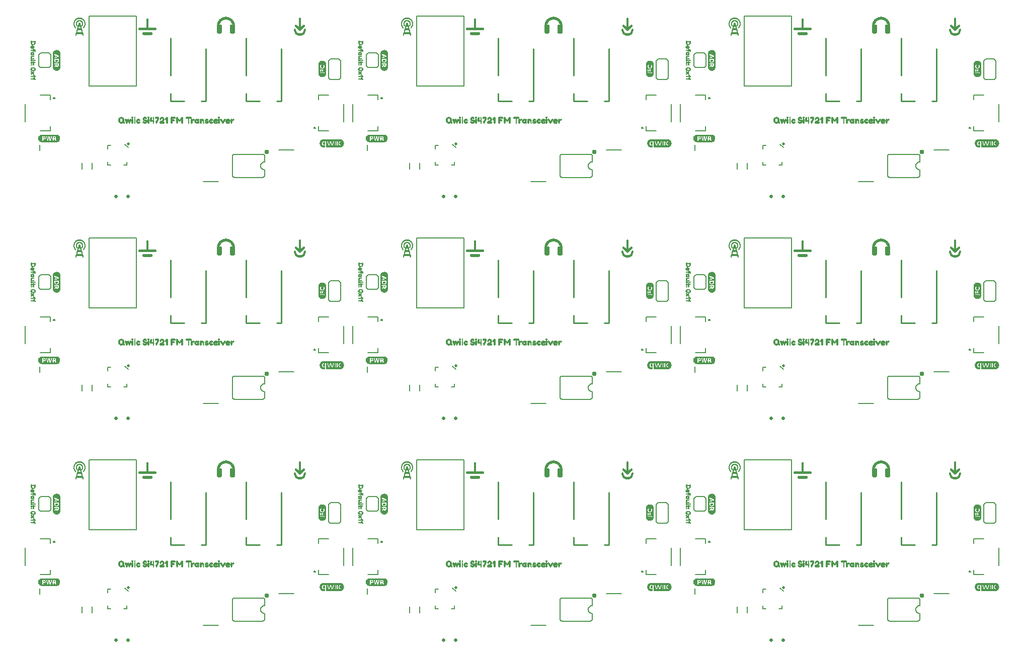
<source format=gto>
G75*
%MOIN*%
%OFA0B0*%
%FSLAX25Y25*%
%IPPOS*%
%LPD*%
%AMOC8*
5,1,8,0,0,1.08239X$1,22.5*
%
%ADD10C,0.02200*%
%ADD11C,0.00800*%
%ADD12C,0.01000*%
%ADD13C,0.02000*%
%ADD14C,0.00010*%
%ADD15C,0.00050*%
%ADD16R,0.00945X0.00039*%
%ADD17R,0.01417X0.00039*%
%ADD18R,0.01811X0.00000*%
%ADD19R,0.02205X0.00039*%
%ADD20R,0.02441X0.00039*%
%ADD21R,0.02677X0.00039*%
%ADD22R,0.02992X0.00000*%
%ADD23R,0.03189X0.00039*%
%ADD24R,0.03386X0.00039*%
%ADD25R,0.03622X0.00039*%
%ADD26R,0.03780X0.00000*%
%ADD27R,0.03937X0.00039*%
%ADD28R,0.04016X0.00039*%
%ADD29R,0.04252X0.00039*%
%ADD30R,0.04409X0.00000*%
%ADD31R,0.04488X0.00039*%
%ADD32R,0.04724X0.00039*%
%ADD33R,0.04803X0.00039*%
%ADD34R,0.04961X0.00000*%
%ADD35R,0.05039X0.00039*%
%ADD36R,0.05197X0.00039*%
%ADD37R,0.05276X0.00039*%
%ADD38R,0.05433X0.00000*%
%ADD39R,0.05512X0.00039*%
%ADD40R,0.05591X0.00039*%
%ADD41R,0.05748X0.00000*%
%ADD42R,0.05827X0.00039*%
%ADD43R,0.05906X0.00039*%
%ADD44R,0.06063X0.00039*%
%ADD45R,0.06142X0.00000*%
%ADD46R,0.06220X0.00039*%
%ADD47R,0.06299X0.00039*%
%ADD48R,0.06378X0.00039*%
%ADD49R,0.06535X0.00000*%
%ADD50R,0.06535X0.00039*%
%ADD51R,0.06693X0.00039*%
%ADD52R,0.06772X0.00039*%
%ADD53R,0.06811X0.00000*%
%ADD54R,0.06929X0.00039*%
%ADD55R,0.07008X0.00039*%
%ADD56R,0.07087X0.00039*%
%ADD57R,0.07165X0.00000*%
%ADD58R,0.07165X0.00039*%
%ADD59R,0.07323X0.00039*%
%ADD60R,0.07402X0.00039*%
%ADD61R,0.07402X0.00000*%
%ADD62R,0.07480X0.00039*%
%ADD63R,0.07559X0.00039*%
%ADD64R,0.07638X0.00039*%
%ADD65R,0.07717X0.00000*%
%ADD66R,0.07795X0.00039*%
%ADD67R,0.07874X0.00039*%
%ADD68R,0.07874X0.00000*%
%ADD69R,0.07953X0.00039*%
%ADD70R,0.08031X0.00039*%
%ADD71R,0.03583X0.00039*%
%ADD72R,0.03386X0.00000*%
%ADD73R,0.03307X0.00039*%
%ADD74R,0.03071X0.00039*%
%ADD75R,0.03031X0.00000*%
%ADD76R,0.02953X0.00039*%
%ADD77R,0.02874X0.00039*%
%ADD78R,0.02835X0.00039*%
%ADD79R,0.02756X0.00000*%
%ADD80R,0.02717X0.00000*%
%ADD81R,0.02717X0.00039*%
%ADD82R,0.02638X0.00039*%
%ADD83R,0.02598X0.00039*%
%ADD84R,0.02598X0.00000*%
%ADD85R,0.02559X0.00039*%
%ADD86R,0.02480X0.00039*%
%ADD87R,0.02480X0.00000*%
%ADD88R,0.02402X0.00039*%
%ADD89R,0.02362X0.00000*%
%ADD90R,0.02323X0.00039*%
%ADD91R,0.02283X0.00039*%
%ADD92R,0.02323X0.00000*%
%ADD93R,0.02244X0.00039*%
%ADD94R,0.02205X0.00000*%
%ADD95R,0.02165X0.00039*%
%ADD96R,0.02126X0.00000*%
%ADD97R,0.02126X0.00039*%
%ADD98R,0.02087X0.00000*%
%ADD99R,0.02087X0.00039*%
%ADD100R,0.02047X0.00039*%
%ADD101R,0.02047X0.00000*%
%ADD102R,0.02008X0.00039*%
%ADD103R,0.02008X0.00000*%
%ADD104R,0.01969X0.00039*%
%ADD105R,0.01929X0.00039*%
%ADD106R,0.01969X0.00000*%
%ADD107R,0.01890X0.00000*%
%ADD108R,0.01890X0.00039*%
%ADD109R,0.01850X0.00000*%
%ADD110R,0.01850X0.00039*%
%ADD111R,0.01811X0.00039*%
%ADD112R,0.01772X0.00039*%
%ADD113R,0.01772X0.00000*%
%ADD114R,0.01732X0.00039*%
%ADD115R,0.01732X0.00000*%
%ADD116R,0.01693X0.00039*%
%ADD117R,0.01693X0.00000*%
%ADD118R,0.01654X0.00039*%
%ADD119R,0.01654X0.00000*%
%ADD120R,0.01614X0.00039*%
%ADD121R,0.01614X0.00000*%
%ADD122R,0.02677X0.00000*%
%ADD123R,0.02402X0.00000*%
%ADD124R,0.02756X0.00039*%
%ADD125R,0.02520X0.00039*%
%ADD126R,0.02913X0.00000*%
%ADD127R,0.02953X0.00000*%
%ADD128R,0.02874X0.00000*%
%ADD129R,0.02992X0.00039*%
%ADD130R,0.02913X0.00039*%
%ADD131R,0.03031X0.00039*%
%ADD132R,0.03071X0.00000*%
%ADD133R,0.03110X0.00039*%
%ADD134R,0.03110X0.00000*%
%ADD135R,0.03150X0.00039*%
%ADD136R,0.03150X0.00000*%
%ADD137R,0.03189X0.00000*%
%ADD138R,0.02795X0.00039*%
%ADD139R,0.02638X0.00000*%
%ADD140R,0.02795X0.00000*%
%ADD141R,0.02283X0.00000*%
%ADD142R,0.02559X0.00000*%
%ADD143R,0.00315X0.00039*%
%ADD144R,0.00472X0.00000*%
%ADD145R,0.00551X0.00039*%
%ADD146R,0.00709X0.00039*%
%ADD147R,0.00787X0.00039*%
%ADD148R,0.00787X0.00000*%
%ADD149R,0.00866X0.00039*%
%ADD150R,0.01024X0.00039*%
%ADD151R,0.01024X0.00000*%
%ADD152R,0.01102X0.00039*%
%ADD153R,0.01181X0.00039*%
%ADD154R,0.01181X0.00000*%
%ADD155R,0.01260X0.00039*%
%ADD156R,0.01260X0.00000*%
%ADD157R,0.00236X0.00039*%
%ADD158R,0.00433X0.00039*%
%ADD159R,0.00591X0.00000*%
%ADD160R,0.00748X0.00039*%
%ADD161R,0.00827X0.00039*%
%ADD162R,0.00906X0.00000*%
%ADD163R,0.00984X0.00039*%
%ADD164R,0.01063X0.00039*%
%ADD165R,0.01102X0.00000*%
%ADD166R,0.01142X0.00039*%
%ADD167R,0.01220X0.00039*%
%ADD168R,0.01299X0.00000*%
%ADD169R,0.01339X0.00039*%
%ADD170R,0.01378X0.00039*%
%ADD171R,0.01417X0.00000*%
%ADD172R,0.01457X0.00039*%
%ADD173R,0.01496X0.00039*%
%ADD174R,0.01535X0.00000*%
%ADD175R,0.01575X0.00039*%
%ADD176R,0.04646X0.00000*%
%ADD177R,0.04646X0.00039*%
%ADD178R,0.04567X0.00039*%
%ADD179R,0.04409X0.00039*%
%ADD180R,0.04331X0.00039*%
%ADD181R,0.04173X0.00000*%
%ADD182R,0.04173X0.00039*%
%ADD183R,0.04094X0.00039*%
%ADD184R,0.04055X0.00039*%
%ADD185R,0.03937X0.00000*%
%ADD186R,0.03858X0.00039*%
%ADD187R,0.03819X0.00039*%
%ADD188R,0.03701X0.00000*%
%ADD189R,0.03701X0.00039*%
%ADD190R,0.03504X0.00000*%
%ADD191R,0.03465X0.00039*%
%ADD192R,0.03307X0.00000*%
%ADD193R,0.03228X0.00039*%
%ADD194R,0.00512X0.00039*%
%ADD195R,0.02835X0.00000*%
%ADD196R,0.01063X0.00000*%
%ADD197R,0.02362X0.00039*%
%ADD198R,0.01220X0.00000*%
%ADD199R,0.02165X0.00000*%
%ADD200R,0.01299X0.00039*%
%ADD201R,0.01575X0.00000*%
%ADD202R,0.01339X0.00000*%
%ADD203R,0.00866X0.00000*%
%ADD204R,0.00630X0.00039*%
%ADD205R,0.00551X0.00000*%
%ADD206R,0.00079X0.00039*%
%ADD207R,0.01457X0.00000*%
%ADD208R,0.05748X0.00039*%
%ADD209R,0.05669X0.00039*%
%ADD210R,0.05512X0.00000*%
%ADD211R,0.05433X0.00039*%
%ADD212R,0.05354X0.00039*%
%ADD213R,0.05276X0.00000*%
%ADD214R,0.05118X0.00039*%
%ADD215R,0.05039X0.00000*%
%ADD216R,0.04882X0.00039*%
%ADD217R,0.04803X0.00000*%
%ADD218R,0.04567X0.00000*%
%ADD219R,0.03858X0.00000*%
%ADD220R,0.00236X0.00000*%
%ADD221R,0.00394X0.00039*%
%ADD222R,0.01496X0.00000*%
%ADD223R,0.10551X0.00039*%
%ADD224R,0.10787X0.00039*%
%ADD225R,0.10945X0.00000*%
%ADD226R,0.11024X0.00039*%
%ADD227R,0.11102X0.00039*%
%ADD228R,0.11181X0.00039*%
%ADD229R,0.11260X0.00000*%
%ADD230R,0.11339X0.00039*%
%ADD231R,0.11417X0.00039*%
%ADD232R,0.11496X0.00000*%
%ADD233R,0.11496X0.00039*%
%ADD234R,0.11575X0.00039*%
%ADD235R,0.11654X0.00000*%
%ADD236R,0.11654X0.00039*%
%ADD237R,0.11732X0.00039*%
%ADD238R,0.11732X0.00000*%
%ADD239R,0.11811X0.00039*%
%ADD240R,0.11811X0.00000*%
%ADD241R,0.11260X0.00039*%
%ADD242R,0.05591X0.00000*%
%ADD243R,0.05984X0.00000*%
%ADD244R,0.06142X0.00039*%
%ADD245R,0.06299X0.00000*%
%ADD246R,0.06457X0.00000*%
%ADD247R,0.06457X0.00039*%
%ADD248R,0.06614X0.00039*%
%ADD249R,0.06614X0.00000*%
%ADD250R,0.03465X0.00000*%
%ADD251R,0.03543X0.00039*%
%ADD252R,0.03780X0.00039*%
%ADD253R,0.04252X0.00000*%
%ADD254R,0.01535X0.00039*%
%ADD255R,0.01142X0.00000*%
%ADD256R,0.00984X0.00000*%
%ADD257R,0.00945X0.00000*%
%ADD258R,0.00906X0.00039*%
%ADD259R,0.00827X0.00000*%
%ADD260R,0.00748X0.00000*%
%ADD261R,0.00709X0.00000*%
%ADD262R,0.00669X0.00039*%
%ADD263R,0.00669X0.00000*%
%ADD264R,0.00630X0.00000*%
%ADD265R,0.00591X0.00039*%
%ADD266R,0.00472X0.00039*%
%ADD267R,0.00354X0.00000*%
%ADD268R,0.00394X0.00000*%
%ADD269R,0.00039X0.00039*%
%ADD270R,0.00354X0.00039*%
%ADD271R,0.00433X0.00000*%
%ADD272R,0.03228X0.00000*%
%ADD273R,0.03543X0.00000*%
%ADD274R,0.03622X0.00000*%
%ADD275R,0.04724X0.00000*%
%ADD276R,0.04882X0.00000*%
%ADD277R,0.04961X0.00039*%
%ADD278R,0.00157X0.00039*%
%ADD279R,0.00787X0.00157*%
%ADD280R,0.00630X0.00157*%
%ADD281R,0.00945X0.00157*%
%ADD282R,0.01102X0.00157*%
%ADD283R,0.00315X0.00157*%
%ADD284R,0.02205X0.00157*%
%ADD285R,0.02520X0.00157*%
%ADD286R,0.00157X0.00157*%
%ADD287R,0.03465X0.00157*%
%ADD288R,0.01890X0.00157*%
%ADD289R,0.02992X0.00157*%
%ADD290R,0.01732X0.00157*%
%ADD291R,0.03150X0.00157*%
%ADD292R,0.04094X0.00157*%
%ADD293R,0.02047X0.00157*%
%ADD294R,0.03307X0.00157*%
%ADD295R,0.02835X0.00157*%
%ADD296R,0.02362X0.00157*%
%ADD297R,0.01260X0.00157*%
%ADD298R,0.02677X0.00157*%
%ADD299R,0.01417X0.00157*%
%ADD300R,0.00472X0.00157*%
%ADD301R,0.01575X0.00157*%
%ADD302R,0.03780X0.00157*%
%ADD303R,0.04567X0.00157*%
%ADD304R,0.03622X0.00157*%
%ADD305R,0.03937X0.00157*%
%ADD306R,0.00079X0.00709*%
%ADD307R,0.00079X0.00591*%
%ADD308R,0.00118X0.01063*%
%ADD309R,0.00118X0.00945*%
%ADD310R,0.00118X0.00827*%
%ADD311R,0.00118X0.00709*%
%ADD312R,0.00118X0.00118*%
%ADD313R,0.00157X0.01772*%
%ADD314R,0.00157X0.01181*%
%ADD315R,0.00157X0.00827*%
%ADD316R,0.00157X0.00236*%
%ADD317R,0.00157X0.00591*%
%ADD318R,0.00118X0.02008*%
%ADD319R,0.00118X0.01181*%
%ADD320R,0.00118X0.01535*%
%ADD321R,0.00118X0.02126*%
%ADD322R,0.00118X0.01299*%
%ADD323R,0.00118X0.01654*%
%ADD324R,0.00118X0.02244*%
%ADD325R,0.00118X0.01890*%
%ADD326R,0.00157X0.02362*%
%ADD327R,0.00157X0.01063*%
%ADD328R,0.00157X0.02008*%
%ADD329R,0.00118X0.02480*%
%ADD330R,0.00118X0.01417*%
%ADD331R,0.00118X0.00236*%
%ADD332R,0.00118X0.00591*%
%ADD333R,0.00118X0.00472*%
%ADD334R,0.00157X0.01535*%
%ADD335R,0.00157X0.01890*%
%ADD336R,0.00157X0.00709*%
%ADD337R,0.00118X0.01772*%
%ADD338R,0.00157X0.02244*%
%ADD339R,0.00157X0.01654*%
%ADD340R,0.00157X0.02126*%
%ADD341R,0.00118X0.00354*%
%ADD342R,0.00157X0.00945*%
%ADD343R,0.00157X0.02480*%
%ADD344R,0.00157X0.00472*%
%ADD345R,0.00118X0.02362*%
%ADD346R,0.00157X0.01417*%
%ADD347R,0.10748X0.00118*%
%ADD348R,0.11457X0.00118*%
%ADD349R,0.11929X0.00079*%
%ADD350R,0.12402X0.00157*%
%ADD351R,0.12638X0.00118*%
%ADD352R,0.12874X0.00118*%
%ADD353R,0.13110X0.00079*%
%ADD354R,0.04961X0.00118*%
%ADD355R,0.03071X0.00118*%
%ADD356R,0.05079X0.00118*%
%ADD357R,0.02244X0.00157*%
%ADD358R,0.01181X0.00157*%
%ADD359R,0.02244X0.00118*%
%ADD360R,0.00591X0.00118*%
%ADD361R,0.00945X0.00118*%
%ADD362R,0.00354X0.00118*%
%ADD363R,0.02598X0.00118*%
%ADD364R,0.02362X0.00118*%
%ADD365R,0.00472X0.00118*%
%ADD366R,0.00827X0.00118*%
%ADD367R,0.02480X0.00118*%
%ADD368R,0.02480X0.00157*%
%ADD369R,0.00236X0.00157*%
%ADD370R,0.00709X0.00157*%
%ADD371R,0.00354X0.00157*%
%ADD372R,0.00709X0.00118*%
%ADD373R,0.00236X0.00118*%
%ADD374R,0.02598X0.00157*%
%ADD375R,0.00591X0.00157*%
%ADD376R,0.00118X0.00157*%
%ADD377R,0.02717X0.00118*%
%ADD378R,0.02835X0.00118*%
%ADD379R,0.00827X0.00157*%
%ADD380R,0.01299X0.00118*%
%ADD381R,0.01654X0.00118*%
%ADD382R,0.01063X0.00118*%
%ADD383R,0.01063X0.00157*%
%ADD384R,0.01181X0.00118*%
%ADD385R,0.02126X0.00118*%
%ADD386R,0.02126X0.00157*%
%ADD387R,0.01417X0.00118*%
%ADD388R,0.13110X0.00118*%
%ADD389R,0.12402X0.00118*%
%ADD390R,0.11929X0.00118*%
%ADD391R,0.00118X0.07205*%
%ADD392R,0.00118X0.07913*%
%ADD393R,0.00079X0.08386*%
%ADD394R,0.00157X0.08858*%
%ADD395R,0.00118X0.09094*%
%ADD396R,0.00118X0.09331*%
%ADD397R,0.00079X0.09567*%
%ADD398R,0.00118X0.03661*%
%ADD399R,0.00118X0.02953*%
%ADD400R,0.00157X0.02598*%
%ADD401R,0.00157X0.00354*%
%ADD402R,0.00118X0.02598*%
%ADD403R,0.00118X0.02835*%
%ADD404R,0.00157X0.04252*%
%ADD405R,0.00118X0.04370*%
%ADD406R,0.00118X0.04488*%
%ADD407R,0.00157X0.04488*%
%ADD408R,0.00157X0.00118*%
%ADD409R,0.00157X0.04370*%
%ADD410R,0.00118X0.04252*%
%ADD411R,0.00118X0.02717*%
%ADD412R,0.00157X0.03071*%
%ADD413R,0.00118X0.03425*%
%ADD414R,0.00118X0.09567*%
%ADD415R,0.00118X0.08858*%
%ADD416R,0.00118X0.08386*%
%ADD417R,0.00118X0.10039*%
%ADD418R,0.00118X0.10748*%
%ADD419R,0.00079X0.11220*%
%ADD420R,0.00157X0.11693*%
%ADD421R,0.00118X0.11929*%
%ADD422R,0.00118X0.12165*%
%ADD423R,0.00079X0.12402*%
%ADD424R,0.00118X0.12638*%
%ADD425R,0.00157X0.03307*%
%ADD426R,0.00157X0.01299*%
%ADD427R,0.00157X0.02717*%
%ADD428R,0.00118X0.03307*%
%ADD429R,0.00118X0.03189*%
%ADD430R,0.00157X0.03189*%
%ADD431R,0.00118X0.03071*%
%ADD432R,0.00157X0.02953*%
%ADD433R,0.00157X0.02835*%
%ADD434R,0.00118X0.12402*%
%ADD435R,0.00118X0.11693*%
%ADD436R,0.00118X0.11220*%
D10*
X0090380Y0053750D02*
X0090620Y0053750D01*
X0098380Y0053750D02*
X0098620Y0053750D01*
X0098620Y0200750D02*
X0098380Y0200750D01*
X0090620Y0200750D02*
X0090380Y0200750D01*
X0090620Y0347750D02*
X0090380Y0347750D01*
X0098380Y0347750D02*
X0098620Y0347750D01*
X0307380Y0347750D02*
X0307620Y0347750D01*
X0315380Y0347750D02*
X0315620Y0347750D01*
X0315620Y0200750D02*
X0315380Y0200750D01*
X0307620Y0200750D02*
X0307380Y0200750D01*
X0307620Y0053750D02*
X0307380Y0053750D01*
X0315380Y0053750D02*
X0315620Y0053750D01*
X0524380Y0053750D02*
X0524620Y0053750D01*
X0532380Y0053750D02*
X0532620Y0053750D01*
X0532620Y0200750D02*
X0532380Y0200750D01*
X0524620Y0200750D02*
X0524380Y0200750D01*
X0524620Y0347750D02*
X0524380Y0347750D01*
X0532380Y0347750D02*
X0532620Y0347750D01*
D11*
X0508846Y0365781D02*
X0508846Y0369719D01*
X0502154Y0369719D02*
X0502154Y0365781D01*
X0519004Y0368254D02*
X0521169Y0368254D01*
X0519004Y0368254D02*
X0519004Y0370419D01*
X0519004Y0379081D02*
X0519004Y0381246D01*
X0521169Y0381246D01*
X0530618Y0382033D02*
X0532783Y0379868D01*
X0531996Y0370419D02*
X0531996Y0368254D01*
X0529831Y0368254D01*
X0582437Y0357352D02*
X0592661Y0357352D01*
X0601800Y0361587D02*
X0601800Y0373913D01*
X0601800Y0373912D02*
X0601791Y0373983D01*
X0601786Y0374054D01*
X0601785Y0374126D01*
X0601788Y0374197D01*
X0601795Y0374268D01*
X0601805Y0374339D01*
X0601819Y0374408D01*
X0601838Y0374478D01*
X0601859Y0374546D01*
X0601885Y0374612D01*
X0601914Y0374677D01*
X0601946Y0374741D01*
X0601982Y0374803D01*
X0602021Y0374862D01*
X0602064Y0374920D01*
X0602109Y0374975D01*
X0602158Y0375027D01*
X0602209Y0375077D01*
X0602262Y0375124D01*
X0602319Y0375168D01*
X0602377Y0375209D01*
X0602438Y0375247D01*
X0602500Y0375281D01*
X0602565Y0375312D01*
X0602631Y0375339D01*
X0602698Y0375363D01*
X0602766Y0375383D01*
X0602836Y0375400D01*
X0602906Y0375412D01*
X0602906Y0375413D02*
X0621700Y0375413D01*
X0621700Y0375412D02*
X0621770Y0375421D01*
X0621842Y0375426D01*
X0621913Y0375427D01*
X0621984Y0375424D01*
X0622055Y0375417D01*
X0622126Y0375407D01*
X0622196Y0375393D01*
X0622265Y0375375D01*
X0622333Y0375353D01*
X0622400Y0375327D01*
X0622465Y0375298D01*
X0622528Y0375266D01*
X0622590Y0375230D01*
X0622650Y0375191D01*
X0622707Y0375148D01*
X0622762Y0375103D01*
X0622815Y0375055D01*
X0622865Y0375003D01*
X0622912Y0374950D01*
X0622956Y0374894D01*
X0622996Y0374835D01*
X0623034Y0374774D01*
X0623068Y0374712D01*
X0623099Y0374648D01*
X0623127Y0374582D01*
X0623150Y0374514D01*
X0623170Y0374446D01*
X0623187Y0374376D01*
X0623199Y0374306D01*
X0623200Y0374306D02*
X0623200Y0370350D01*
X0623000Y0370350D02*
X0622902Y0370348D01*
X0622804Y0370342D01*
X0622706Y0370333D01*
X0622609Y0370319D01*
X0622512Y0370302D01*
X0622416Y0370281D01*
X0622321Y0370256D01*
X0622227Y0370228D01*
X0622135Y0370195D01*
X0622043Y0370160D01*
X0621953Y0370120D01*
X0621865Y0370078D01*
X0621778Y0370031D01*
X0621694Y0369982D01*
X0621611Y0369929D01*
X0621531Y0369873D01*
X0621452Y0369813D01*
X0621376Y0369751D01*
X0621303Y0369686D01*
X0621232Y0369618D01*
X0621164Y0369547D01*
X0621099Y0369474D01*
X0621037Y0369398D01*
X0620977Y0369319D01*
X0620921Y0369239D01*
X0620868Y0369156D01*
X0620819Y0369072D01*
X0620772Y0368985D01*
X0620730Y0368897D01*
X0620690Y0368807D01*
X0620655Y0368715D01*
X0620622Y0368623D01*
X0620594Y0368529D01*
X0620569Y0368434D01*
X0620548Y0368338D01*
X0620531Y0368241D01*
X0620517Y0368144D01*
X0620508Y0368046D01*
X0620502Y0367948D01*
X0620500Y0367850D01*
X0620502Y0367752D01*
X0620508Y0367654D01*
X0620517Y0367556D01*
X0620531Y0367459D01*
X0620548Y0367362D01*
X0620569Y0367266D01*
X0620594Y0367171D01*
X0620622Y0367077D01*
X0620655Y0366985D01*
X0620690Y0366893D01*
X0620730Y0366803D01*
X0620772Y0366715D01*
X0620819Y0366628D01*
X0620868Y0366544D01*
X0620921Y0366461D01*
X0620977Y0366381D01*
X0621037Y0366302D01*
X0621099Y0366226D01*
X0621164Y0366153D01*
X0621232Y0366082D01*
X0621303Y0366014D01*
X0621376Y0365949D01*
X0621452Y0365887D01*
X0621531Y0365827D01*
X0621611Y0365771D01*
X0621694Y0365718D01*
X0621778Y0365669D01*
X0621865Y0365622D01*
X0621953Y0365580D01*
X0622043Y0365540D01*
X0622135Y0365505D01*
X0622227Y0365472D01*
X0622321Y0365444D01*
X0622416Y0365419D01*
X0622512Y0365398D01*
X0622609Y0365381D01*
X0622706Y0365367D01*
X0622804Y0365358D01*
X0622902Y0365352D01*
X0623000Y0365350D01*
X0623200Y0365350D02*
X0623200Y0362031D01*
X0623201Y0361981D02*
X0623208Y0361900D01*
X0623212Y0361819D01*
X0623211Y0361738D01*
X0623207Y0361656D01*
X0623199Y0361576D01*
X0623187Y0361495D01*
X0623172Y0361415D01*
X0623152Y0361336D01*
X0623129Y0361258D01*
X0623102Y0361182D01*
X0623072Y0361106D01*
X0623038Y0361032D01*
X0623000Y0360960D01*
X0622959Y0360890D01*
X0622915Y0360822D01*
X0622868Y0360756D01*
X0622817Y0360692D01*
X0622764Y0360631D01*
X0622707Y0360572D01*
X0622648Y0360516D01*
X0622587Y0360463D01*
X0622523Y0360413D01*
X0622456Y0360366D01*
X0622388Y0360322D01*
X0622317Y0360282D01*
X0622245Y0360245D01*
X0622171Y0360211D01*
X0622095Y0360182D01*
X0622018Y0360155D01*
X0621940Y0360133D01*
X0621861Y0360114D01*
X0621781Y0360099D01*
X0621700Y0360087D01*
X0603300Y0360087D01*
X0603224Y0360089D01*
X0603149Y0360095D01*
X0603073Y0360104D01*
X0602998Y0360118D01*
X0602924Y0360135D01*
X0602851Y0360156D01*
X0602779Y0360180D01*
X0602709Y0360208D01*
X0602640Y0360240D01*
X0602572Y0360275D01*
X0602507Y0360314D01*
X0602443Y0360356D01*
X0602382Y0360401D01*
X0602323Y0360449D01*
X0602267Y0360500D01*
X0602213Y0360554D01*
X0602162Y0360610D01*
X0602114Y0360669D01*
X0602069Y0360730D01*
X0602027Y0360794D01*
X0601988Y0360859D01*
X0601953Y0360927D01*
X0601921Y0360996D01*
X0601893Y0361066D01*
X0601869Y0361138D01*
X0601848Y0361211D01*
X0601831Y0361285D01*
X0601817Y0361360D01*
X0601808Y0361436D01*
X0601802Y0361511D01*
X0601800Y0361587D01*
X0632339Y0378148D02*
X0642563Y0378148D01*
X0655919Y0392907D02*
X0655921Y0392947D01*
X0655927Y0392986D01*
X0655937Y0393025D01*
X0655950Y0393062D01*
X0655968Y0393098D01*
X0655989Y0393132D01*
X0656013Y0393164D01*
X0656040Y0393193D01*
X0656070Y0393220D01*
X0656102Y0393243D01*
X0656137Y0393263D01*
X0656173Y0393279D01*
X0656211Y0393292D01*
X0656250Y0393301D01*
X0656289Y0393306D01*
X0656329Y0393307D01*
X0656369Y0393304D01*
X0656408Y0393297D01*
X0656446Y0393286D01*
X0656484Y0393272D01*
X0656519Y0393253D01*
X0656552Y0393232D01*
X0656584Y0393207D01*
X0656612Y0393179D01*
X0656638Y0393149D01*
X0656660Y0393116D01*
X0656679Y0393081D01*
X0656695Y0393044D01*
X0656707Y0393006D01*
X0656715Y0392967D01*
X0656719Y0392927D01*
X0656719Y0392887D01*
X0656715Y0392847D01*
X0656707Y0392808D01*
X0656695Y0392770D01*
X0656679Y0392733D01*
X0656660Y0392698D01*
X0656638Y0392665D01*
X0656612Y0392635D01*
X0656584Y0392607D01*
X0656552Y0392582D01*
X0656519Y0392561D01*
X0656484Y0392542D01*
X0656446Y0392528D01*
X0656408Y0392517D01*
X0656369Y0392510D01*
X0656329Y0392507D01*
X0656289Y0392508D01*
X0656250Y0392513D01*
X0656211Y0392522D01*
X0656173Y0392535D01*
X0656137Y0392551D01*
X0656102Y0392571D01*
X0656070Y0392594D01*
X0656040Y0392621D01*
X0656013Y0392650D01*
X0655989Y0392682D01*
X0655968Y0392716D01*
X0655950Y0392752D01*
X0655937Y0392789D01*
X0655927Y0392828D01*
X0655921Y0392867D01*
X0655919Y0392907D01*
X0658878Y0393892D02*
X0658878Y0390939D01*
X0665374Y0390939D01*
X0675610Y0396844D02*
X0675610Y0408656D01*
X0665374Y0414561D02*
X0658878Y0414561D01*
X0658878Y0411608D01*
X0667300Y0424950D02*
X0671700Y0424950D01*
X0671783Y0424952D01*
X0671866Y0424958D01*
X0671949Y0424967D01*
X0672031Y0424981D01*
X0672112Y0424998D01*
X0672193Y0425019D01*
X0672272Y0425043D01*
X0672350Y0425072D01*
X0672427Y0425103D01*
X0672502Y0425139D01*
X0672576Y0425177D01*
X0672648Y0425220D01*
X0672717Y0425265D01*
X0672785Y0425314D01*
X0672850Y0425365D01*
X0672913Y0425420D01*
X0672973Y0425477D01*
X0673030Y0425537D01*
X0673085Y0425600D01*
X0673136Y0425665D01*
X0673185Y0425733D01*
X0673230Y0425802D01*
X0673273Y0425874D01*
X0673311Y0425948D01*
X0673347Y0426023D01*
X0673378Y0426100D01*
X0673407Y0426178D01*
X0673431Y0426257D01*
X0673452Y0426338D01*
X0673469Y0426419D01*
X0673483Y0426501D01*
X0673492Y0426584D01*
X0673498Y0426667D01*
X0673500Y0426750D01*
X0673500Y0436750D01*
X0673498Y0436833D01*
X0673492Y0436916D01*
X0673483Y0436999D01*
X0673469Y0437081D01*
X0673452Y0437162D01*
X0673431Y0437243D01*
X0673407Y0437322D01*
X0673378Y0437400D01*
X0673347Y0437477D01*
X0673311Y0437552D01*
X0673273Y0437626D01*
X0673230Y0437698D01*
X0673185Y0437767D01*
X0673136Y0437835D01*
X0673085Y0437900D01*
X0673030Y0437963D01*
X0672973Y0438023D01*
X0672913Y0438080D01*
X0672850Y0438135D01*
X0672785Y0438186D01*
X0672717Y0438235D01*
X0672648Y0438280D01*
X0672576Y0438323D01*
X0672502Y0438361D01*
X0672427Y0438397D01*
X0672350Y0438428D01*
X0672272Y0438457D01*
X0672193Y0438481D01*
X0672112Y0438502D01*
X0672031Y0438519D01*
X0671949Y0438533D01*
X0671866Y0438542D01*
X0671783Y0438548D01*
X0671700Y0438550D01*
X0667300Y0438550D01*
X0667217Y0438548D01*
X0667134Y0438542D01*
X0667051Y0438533D01*
X0666969Y0438519D01*
X0666888Y0438502D01*
X0666807Y0438481D01*
X0666728Y0438457D01*
X0666650Y0438428D01*
X0666573Y0438397D01*
X0666498Y0438361D01*
X0666424Y0438323D01*
X0666352Y0438280D01*
X0666283Y0438235D01*
X0666215Y0438186D01*
X0666150Y0438135D01*
X0666087Y0438080D01*
X0666027Y0438023D01*
X0665970Y0437963D01*
X0665915Y0437900D01*
X0665864Y0437835D01*
X0665815Y0437767D01*
X0665770Y0437698D01*
X0665727Y0437626D01*
X0665689Y0437552D01*
X0665653Y0437477D01*
X0665622Y0437400D01*
X0665593Y0437322D01*
X0665569Y0437243D01*
X0665548Y0437162D01*
X0665531Y0437081D01*
X0665517Y0436999D01*
X0665508Y0436916D01*
X0665502Y0436833D01*
X0665500Y0436750D01*
X0665500Y0426750D01*
X0665502Y0426667D01*
X0665508Y0426584D01*
X0665517Y0426501D01*
X0665531Y0426419D01*
X0665548Y0426338D01*
X0665569Y0426257D01*
X0665593Y0426178D01*
X0665622Y0426100D01*
X0665653Y0426023D01*
X0665689Y0425948D01*
X0665727Y0425874D01*
X0665770Y0425802D01*
X0665815Y0425733D01*
X0665864Y0425665D01*
X0665915Y0425600D01*
X0665970Y0425537D01*
X0666027Y0425477D01*
X0666087Y0425420D01*
X0666150Y0425365D01*
X0666215Y0425314D01*
X0666283Y0425265D01*
X0666352Y0425220D01*
X0666424Y0425177D01*
X0666498Y0425139D01*
X0666573Y0425103D01*
X0666650Y0425072D01*
X0666728Y0425043D01*
X0666807Y0425019D01*
X0666888Y0424998D01*
X0666969Y0424981D01*
X0667051Y0424967D01*
X0667134Y0424958D01*
X0667217Y0424952D01*
X0667300Y0424950D01*
X0538248Y0420746D02*
X0538248Y0466809D01*
X0530374Y0466809D01*
X0506752Y0466809D01*
X0506752Y0420746D01*
X0538248Y0420746D01*
X0483281Y0412593D02*
X0483283Y0412633D01*
X0483289Y0412672D01*
X0483299Y0412711D01*
X0483312Y0412748D01*
X0483330Y0412784D01*
X0483351Y0412818D01*
X0483375Y0412850D01*
X0483402Y0412879D01*
X0483432Y0412906D01*
X0483464Y0412929D01*
X0483499Y0412949D01*
X0483535Y0412965D01*
X0483573Y0412978D01*
X0483612Y0412987D01*
X0483651Y0412992D01*
X0483691Y0412993D01*
X0483731Y0412990D01*
X0483770Y0412983D01*
X0483808Y0412972D01*
X0483846Y0412958D01*
X0483881Y0412939D01*
X0483914Y0412918D01*
X0483946Y0412893D01*
X0483974Y0412865D01*
X0484000Y0412835D01*
X0484022Y0412802D01*
X0484041Y0412767D01*
X0484057Y0412730D01*
X0484069Y0412692D01*
X0484077Y0412653D01*
X0484081Y0412613D01*
X0484081Y0412573D01*
X0484077Y0412533D01*
X0484069Y0412494D01*
X0484057Y0412456D01*
X0484041Y0412419D01*
X0484022Y0412384D01*
X0484000Y0412351D01*
X0483974Y0412321D01*
X0483946Y0412293D01*
X0483914Y0412268D01*
X0483881Y0412247D01*
X0483846Y0412228D01*
X0483808Y0412214D01*
X0483770Y0412203D01*
X0483731Y0412196D01*
X0483691Y0412193D01*
X0483651Y0412194D01*
X0483612Y0412199D01*
X0483573Y0412208D01*
X0483535Y0412221D01*
X0483499Y0412237D01*
X0483464Y0412257D01*
X0483432Y0412280D01*
X0483402Y0412307D01*
X0483375Y0412336D01*
X0483351Y0412368D01*
X0483330Y0412402D01*
X0483312Y0412438D01*
X0483299Y0412475D01*
X0483289Y0412514D01*
X0483283Y0412553D01*
X0483281Y0412593D01*
X0481122Y0411608D02*
X0481122Y0414561D01*
X0474626Y0414561D01*
X0464390Y0408656D02*
X0464390Y0396844D01*
X0458610Y0396844D02*
X0458610Y0408656D01*
X0448374Y0414561D02*
X0441878Y0414561D01*
X0441878Y0411608D01*
X0450300Y0424950D02*
X0454700Y0424950D01*
X0454783Y0424952D01*
X0454866Y0424958D01*
X0454949Y0424967D01*
X0455031Y0424981D01*
X0455112Y0424998D01*
X0455193Y0425019D01*
X0455272Y0425043D01*
X0455350Y0425072D01*
X0455427Y0425103D01*
X0455502Y0425139D01*
X0455576Y0425177D01*
X0455648Y0425220D01*
X0455717Y0425265D01*
X0455785Y0425314D01*
X0455850Y0425365D01*
X0455913Y0425420D01*
X0455973Y0425477D01*
X0456030Y0425537D01*
X0456085Y0425600D01*
X0456136Y0425665D01*
X0456185Y0425733D01*
X0456230Y0425802D01*
X0456273Y0425874D01*
X0456311Y0425948D01*
X0456347Y0426023D01*
X0456378Y0426100D01*
X0456407Y0426178D01*
X0456431Y0426257D01*
X0456452Y0426338D01*
X0456469Y0426419D01*
X0456483Y0426501D01*
X0456492Y0426584D01*
X0456498Y0426667D01*
X0456500Y0426750D01*
X0456500Y0436750D01*
X0456498Y0436833D01*
X0456492Y0436916D01*
X0456483Y0436999D01*
X0456469Y0437081D01*
X0456452Y0437162D01*
X0456431Y0437243D01*
X0456407Y0437322D01*
X0456378Y0437400D01*
X0456347Y0437477D01*
X0456311Y0437552D01*
X0456273Y0437626D01*
X0456230Y0437698D01*
X0456185Y0437767D01*
X0456136Y0437835D01*
X0456085Y0437900D01*
X0456030Y0437963D01*
X0455973Y0438023D01*
X0455913Y0438080D01*
X0455850Y0438135D01*
X0455785Y0438186D01*
X0455717Y0438235D01*
X0455648Y0438280D01*
X0455576Y0438323D01*
X0455502Y0438361D01*
X0455427Y0438397D01*
X0455350Y0438428D01*
X0455272Y0438457D01*
X0455193Y0438481D01*
X0455112Y0438502D01*
X0455031Y0438519D01*
X0454949Y0438533D01*
X0454866Y0438542D01*
X0454783Y0438548D01*
X0454700Y0438550D01*
X0450300Y0438550D01*
X0450217Y0438548D01*
X0450134Y0438542D01*
X0450051Y0438533D01*
X0449969Y0438519D01*
X0449888Y0438502D01*
X0449807Y0438481D01*
X0449728Y0438457D01*
X0449650Y0438428D01*
X0449573Y0438397D01*
X0449498Y0438361D01*
X0449424Y0438323D01*
X0449352Y0438280D01*
X0449283Y0438235D01*
X0449215Y0438186D01*
X0449150Y0438135D01*
X0449087Y0438080D01*
X0449027Y0438023D01*
X0448970Y0437963D01*
X0448915Y0437900D01*
X0448864Y0437835D01*
X0448815Y0437767D01*
X0448770Y0437698D01*
X0448727Y0437626D01*
X0448689Y0437552D01*
X0448653Y0437477D01*
X0448622Y0437400D01*
X0448593Y0437322D01*
X0448569Y0437243D01*
X0448548Y0437162D01*
X0448531Y0437081D01*
X0448517Y0436999D01*
X0448508Y0436916D01*
X0448502Y0436833D01*
X0448500Y0436750D01*
X0448500Y0426750D01*
X0448502Y0426667D01*
X0448508Y0426584D01*
X0448517Y0426501D01*
X0448531Y0426419D01*
X0448548Y0426338D01*
X0448569Y0426257D01*
X0448593Y0426178D01*
X0448622Y0426100D01*
X0448653Y0426023D01*
X0448689Y0425948D01*
X0448727Y0425874D01*
X0448770Y0425802D01*
X0448815Y0425733D01*
X0448864Y0425665D01*
X0448915Y0425600D01*
X0448970Y0425537D01*
X0449027Y0425477D01*
X0449087Y0425420D01*
X0449150Y0425365D01*
X0449215Y0425314D01*
X0449283Y0425265D01*
X0449352Y0425220D01*
X0449424Y0425177D01*
X0449498Y0425139D01*
X0449573Y0425103D01*
X0449650Y0425072D01*
X0449728Y0425043D01*
X0449807Y0425019D01*
X0449888Y0424998D01*
X0449969Y0424981D01*
X0450051Y0424967D01*
X0450134Y0424958D01*
X0450217Y0424952D01*
X0450300Y0424950D01*
X0473500Y0434750D02*
X0473500Y0440750D01*
X0473502Y0440833D01*
X0473508Y0440916D01*
X0473517Y0440999D01*
X0473531Y0441081D01*
X0473548Y0441162D01*
X0473569Y0441243D01*
X0473593Y0441322D01*
X0473622Y0441400D01*
X0473653Y0441477D01*
X0473689Y0441552D01*
X0473727Y0441626D01*
X0473770Y0441698D01*
X0473815Y0441767D01*
X0473864Y0441835D01*
X0473915Y0441900D01*
X0473970Y0441963D01*
X0474027Y0442023D01*
X0474087Y0442080D01*
X0474150Y0442135D01*
X0474215Y0442186D01*
X0474283Y0442235D01*
X0474352Y0442280D01*
X0474424Y0442323D01*
X0474498Y0442361D01*
X0474573Y0442397D01*
X0474650Y0442428D01*
X0474728Y0442457D01*
X0474807Y0442481D01*
X0474888Y0442502D01*
X0474969Y0442519D01*
X0475051Y0442533D01*
X0475134Y0442542D01*
X0475217Y0442548D01*
X0475300Y0442550D01*
X0479700Y0442550D01*
X0479783Y0442548D01*
X0479866Y0442542D01*
X0479949Y0442533D01*
X0480031Y0442519D01*
X0480112Y0442502D01*
X0480193Y0442481D01*
X0480272Y0442457D01*
X0480350Y0442428D01*
X0480427Y0442397D01*
X0480502Y0442361D01*
X0480576Y0442323D01*
X0480648Y0442280D01*
X0480717Y0442235D01*
X0480785Y0442186D01*
X0480850Y0442135D01*
X0480913Y0442080D01*
X0480973Y0442023D01*
X0481030Y0441963D01*
X0481085Y0441900D01*
X0481136Y0441835D01*
X0481185Y0441767D01*
X0481230Y0441698D01*
X0481273Y0441626D01*
X0481311Y0441552D01*
X0481347Y0441477D01*
X0481378Y0441400D01*
X0481407Y0441322D01*
X0481431Y0441243D01*
X0481452Y0441162D01*
X0481469Y0441081D01*
X0481483Y0440999D01*
X0481492Y0440916D01*
X0481498Y0440833D01*
X0481500Y0440750D01*
X0481500Y0434750D01*
X0481498Y0434667D01*
X0481492Y0434584D01*
X0481483Y0434501D01*
X0481469Y0434419D01*
X0481452Y0434338D01*
X0481431Y0434257D01*
X0481407Y0434178D01*
X0481378Y0434100D01*
X0481347Y0434023D01*
X0481311Y0433948D01*
X0481273Y0433874D01*
X0481230Y0433802D01*
X0481185Y0433733D01*
X0481136Y0433665D01*
X0481085Y0433600D01*
X0481030Y0433537D01*
X0480973Y0433477D01*
X0480913Y0433420D01*
X0480850Y0433365D01*
X0480785Y0433314D01*
X0480717Y0433265D01*
X0480648Y0433220D01*
X0480576Y0433177D01*
X0480502Y0433139D01*
X0480427Y0433103D01*
X0480350Y0433072D01*
X0480272Y0433043D01*
X0480193Y0433019D01*
X0480112Y0432998D01*
X0480031Y0432981D01*
X0479949Y0432967D01*
X0479866Y0432958D01*
X0479783Y0432952D01*
X0479700Y0432950D01*
X0475300Y0432950D01*
X0475217Y0432952D01*
X0475134Y0432958D01*
X0475051Y0432967D01*
X0474969Y0432981D01*
X0474888Y0432998D01*
X0474807Y0433019D01*
X0474728Y0433043D01*
X0474650Y0433072D01*
X0474573Y0433103D01*
X0474498Y0433139D01*
X0474424Y0433177D01*
X0474352Y0433220D01*
X0474283Y0433265D01*
X0474215Y0433314D01*
X0474150Y0433365D01*
X0474087Y0433420D01*
X0474027Y0433477D01*
X0473970Y0433537D01*
X0473915Y0433600D01*
X0473864Y0433665D01*
X0473815Y0433733D01*
X0473770Y0433802D01*
X0473727Y0433874D01*
X0473689Y0433948D01*
X0473653Y0434023D01*
X0473622Y0434100D01*
X0473593Y0434178D01*
X0473569Y0434257D01*
X0473548Y0434338D01*
X0473531Y0434419D01*
X0473517Y0434501D01*
X0473508Y0434584D01*
X0473502Y0434667D01*
X0473500Y0434750D01*
X0481122Y0393892D02*
X0481122Y0390939D01*
X0474626Y0390939D01*
X0474250Y0381625D02*
X0474250Y0377875D01*
X0448374Y0390939D02*
X0441878Y0390939D01*
X0441878Y0393892D01*
X0438919Y0392907D02*
X0438921Y0392947D01*
X0438927Y0392986D01*
X0438937Y0393025D01*
X0438950Y0393062D01*
X0438968Y0393098D01*
X0438989Y0393132D01*
X0439013Y0393164D01*
X0439040Y0393193D01*
X0439070Y0393220D01*
X0439102Y0393243D01*
X0439137Y0393263D01*
X0439173Y0393279D01*
X0439211Y0393292D01*
X0439250Y0393301D01*
X0439289Y0393306D01*
X0439329Y0393307D01*
X0439369Y0393304D01*
X0439408Y0393297D01*
X0439446Y0393286D01*
X0439484Y0393272D01*
X0439519Y0393253D01*
X0439552Y0393232D01*
X0439584Y0393207D01*
X0439612Y0393179D01*
X0439638Y0393149D01*
X0439660Y0393116D01*
X0439679Y0393081D01*
X0439695Y0393044D01*
X0439707Y0393006D01*
X0439715Y0392967D01*
X0439719Y0392927D01*
X0439719Y0392887D01*
X0439715Y0392847D01*
X0439707Y0392808D01*
X0439695Y0392770D01*
X0439679Y0392733D01*
X0439660Y0392698D01*
X0439638Y0392665D01*
X0439612Y0392635D01*
X0439584Y0392607D01*
X0439552Y0392582D01*
X0439519Y0392561D01*
X0439484Y0392542D01*
X0439446Y0392528D01*
X0439408Y0392517D01*
X0439369Y0392510D01*
X0439329Y0392507D01*
X0439289Y0392508D01*
X0439250Y0392513D01*
X0439211Y0392522D01*
X0439173Y0392535D01*
X0439137Y0392551D01*
X0439102Y0392571D01*
X0439070Y0392594D01*
X0439040Y0392621D01*
X0439013Y0392650D01*
X0438989Y0392682D01*
X0438968Y0392716D01*
X0438950Y0392752D01*
X0438937Y0392789D01*
X0438927Y0392828D01*
X0438921Y0392867D01*
X0438919Y0392907D01*
X0425563Y0378148D02*
X0415339Y0378148D01*
X0406200Y0374306D02*
X0406200Y0370350D01*
X0406000Y0370350D02*
X0405902Y0370348D01*
X0405804Y0370342D01*
X0405706Y0370333D01*
X0405609Y0370319D01*
X0405512Y0370302D01*
X0405416Y0370281D01*
X0405321Y0370256D01*
X0405227Y0370228D01*
X0405135Y0370195D01*
X0405043Y0370160D01*
X0404953Y0370120D01*
X0404865Y0370078D01*
X0404778Y0370031D01*
X0404694Y0369982D01*
X0404611Y0369929D01*
X0404531Y0369873D01*
X0404452Y0369813D01*
X0404376Y0369751D01*
X0404303Y0369686D01*
X0404232Y0369618D01*
X0404164Y0369547D01*
X0404099Y0369474D01*
X0404037Y0369398D01*
X0403977Y0369319D01*
X0403921Y0369239D01*
X0403868Y0369156D01*
X0403819Y0369072D01*
X0403772Y0368985D01*
X0403730Y0368897D01*
X0403690Y0368807D01*
X0403655Y0368715D01*
X0403622Y0368623D01*
X0403594Y0368529D01*
X0403569Y0368434D01*
X0403548Y0368338D01*
X0403531Y0368241D01*
X0403517Y0368144D01*
X0403508Y0368046D01*
X0403502Y0367948D01*
X0403500Y0367850D01*
X0403502Y0367752D01*
X0403508Y0367654D01*
X0403517Y0367556D01*
X0403531Y0367459D01*
X0403548Y0367362D01*
X0403569Y0367266D01*
X0403594Y0367171D01*
X0403622Y0367077D01*
X0403655Y0366985D01*
X0403690Y0366893D01*
X0403730Y0366803D01*
X0403772Y0366715D01*
X0403819Y0366628D01*
X0403868Y0366544D01*
X0403921Y0366461D01*
X0403977Y0366381D01*
X0404037Y0366302D01*
X0404099Y0366226D01*
X0404164Y0366153D01*
X0404232Y0366082D01*
X0404303Y0366014D01*
X0404376Y0365949D01*
X0404452Y0365887D01*
X0404531Y0365827D01*
X0404611Y0365771D01*
X0404694Y0365718D01*
X0404778Y0365669D01*
X0404865Y0365622D01*
X0404953Y0365580D01*
X0405043Y0365540D01*
X0405135Y0365505D01*
X0405227Y0365472D01*
X0405321Y0365444D01*
X0405416Y0365419D01*
X0405512Y0365398D01*
X0405609Y0365381D01*
X0405706Y0365367D01*
X0405804Y0365358D01*
X0405902Y0365352D01*
X0406000Y0365350D01*
X0406200Y0365350D02*
X0406200Y0362031D01*
X0406201Y0361981D02*
X0406208Y0361900D01*
X0406212Y0361819D01*
X0406211Y0361738D01*
X0406207Y0361656D01*
X0406199Y0361576D01*
X0406187Y0361495D01*
X0406172Y0361415D01*
X0406152Y0361336D01*
X0406129Y0361258D01*
X0406102Y0361182D01*
X0406072Y0361106D01*
X0406038Y0361032D01*
X0406000Y0360960D01*
X0405959Y0360890D01*
X0405915Y0360822D01*
X0405868Y0360756D01*
X0405817Y0360692D01*
X0405764Y0360631D01*
X0405707Y0360572D01*
X0405648Y0360516D01*
X0405587Y0360463D01*
X0405523Y0360413D01*
X0405456Y0360366D01*
X0405388Y0360322D01*
X0405317Y0360282D01*
X0405245Y0360245D01*
X0405171Y0360211D01*
X0405095Y0360182D01*
X0405018Y0360155D01*
X0404940Y0360133D01*
X0404861Y0360114D01*
X0404781Y0360099D01*
X0404700Y0360087D01*
X0386300Y0360087D01*
X0386224Y0360089D01*
X0386149Y0360095D01*
X0386073Y0360104D01*
X0385998Y0360118D01*
X0385924Y0360135D01*
X0385851Y0360156D01*
X0385779Y0360180D01*
X0385709Y0360208D01*
X0385640Y0360240D01*
X0385572Y0360275D01*
X0385507Y0360314D01*
X0385443Y0360356D01*
X0385382Y0360401D01*
X0385323Y0360449D01*
X0385267Y0360500D01*
X0385213Y0360554D01*
X0385162Y0360610D01*
X0385114Y0360669D01*
X0385069Y0360730D01*
X0385027Y0360794D01*
X0384988Y0360859D01*
X0384953Y0360927D01*
X0384921Y0360996D01*
X0384893Y0361066D01*
X0384869Y0361138D01*
X0384848Y0361211D01*
X0384831Y0361285D01*
X0384817Y0361360D01*
X0384808Y0361436D01*
X0384802Y0361511D01*
X0384800Y0361587D01*
X0384800Y0373913D01*
X0384800Y0373912D02*
X0384791Y0373983D01*
X0384786Y0374054D01*
X0384785Y0374126D01*
X0384788Y0374197D01*
X0384795Y0374268D01*
X0384805Y0374339D01*
X0384819Y0374408D01*
X0384838Y0374478D01*
X0384859Y0374546D01*
X0384885Y0374612D01*
X0384914Y0374677D01*
X0384946Y0374741D01*
X0384982Y0374803D01*
X0385021Y0374862D01*
X0385064Y0374920D01*
X0385109Y0374975D01*
X0385158Y0375027D01*
X0385209Y0375077D01*
X0385262Y0375124D01*
X0385319Y0375168D01*
X0385377Y0375209D01*
X0385438Y0375247D01*
X0385500Y0375281D01*
X0385565Y0375312D01*
X0385631Y0375339D01*
X0385698Y0375363D01*
X0385766Y0375383D01*
X0385836Y0375400D01*
X0385906Y0375412D01*
X0385906Y0375413D02*
X0404700Y0375413D01*
X0404700Y0375412D02*
X0404770Y0375421D01*
X0404842Y0375426D01*
X0404913Y0375427D01*
X0404984Y0375424D01*
X0405055Y0375417D01*
X0405126Y0375407D01*
X0405196Y0375393D01*
X0405265Y0375375D01*
X0405333Y0375353D01*
X0405400Y0375327D01*
X0405465Y0375298D01*
X0405528Y0375266D01*
X0405590Y0375230D01*
X0405650Y0375191D01*
X0405707Y0375148D01*
X0405762Y0375103D01*
X0405815Y0375055D01*
X0405865Y0375003D01*
X0405912Y0374950D01*
X0405956Y0374894D01*
X0405996Y0374835D01*
X0406034Y0374774D01*
X0406068Y0374712D01*
X0406099Y0374648D01*
X0406127Y0374582D01*
X0406150Y0374514D01*
X0406170Y0374446D01*
X0406187Y0374376D01*
X0406199Y0374306D01*
X0375661Y0357352D02*
X0365437Y0357352D01*
X0314996Y0368254D02*
X0312831Y0368254D01*
X0314996Y0368254D02*
X0314996Y0370419D01*
X0304169Y0368254D02*
X0302004Y0368254D01*
X0302004Y0370419D01*
X0291846Y0369719D02*
X0291846Y0365781D01*
X0285154Y0365781D02*
X0285154Y0369719D01*
X0302004Y0379081D02*
X0302004Y0381246D01*
X0304169Y0381246D01*
X0313618Y0382033D02*
X0315783Y0379868D01*
X0264122Y0390939D02*
X0257626Y0390939D01*
X0264122Y0390939D02*
X0264122Y0393892D01*
X0247390Y0396844D02*
X0247390Y0408656D01*
X0241610Y0408656D02*
X0241610Y0396844D01*
X0231374Y0390939D02*
X0224878Y0390939D01*
X0224878Y0393892D01*
X0221919Y0392907D02*
X0221921Y0392947D01*
X0221927Y0392986D01*
X0221937Y0393025D01*
X0221950Y0393062D01*
X0221968Y0393098D01*
X0221989Y0393132D01*
X0222013Y0393164D01*
X0222040Y0393193D01*
X0222070Y0393220D01*
X0222102Y0393243D01*
X0222137Y0393263D01*
X0222173Y0393279D01*
X0222211Y0393292D01*
X0222250Y0393301D01*
X0222289Y0393306D01*
X0222329Y0393307D01*
X0222369Y0393304D01*
X0222408Y0393297D01*
X0222446Y0393286D01*
X0222484Y0393272D01*
X0222519Y0393253D01*
X0222552Y0393232D01*
X0222584Y0393207D01*
X0222612Y0393179D01*
X0222638Y0393149D01*
X0222660Y0393116D01*
X0222679Y0393081D01*
X0222695Y0393044D01*
X0222707Y0393006D01*
X0222715Y0392967D01*
X0222719Y0392927D01*
X0222719Y0392887D01*
X0222715Y0392847D01*
X0222707Y0392808D01*
X0222695Y0392770D01*
X0222679Y0392733D01*
X0222660Y0392698D01*
X0222638Y0392665D01*
X0222612Y0392635D01*
X0222584Y0392607D01*
X0222552Y0392582D01*
X0222519Y0392561D01*
X0222484Y0392542D01*
X0222446Y0392528D01*
X0222408Y0392517D01*
X0222369Y0392510D01*
X0222329Y0392507D01*
X0222289Y0392508D01*
X0222250Y0392513D01*
X0222211Y0392522D01*
X0222173Y0392535D01*
X0222137Y0392551D01*
X0222102Y0392571D01*
X0222070Y0392594D01*
X0222040Y0392621D01*
X0222013Y0392650D01*
X0221989Y0392682D01*
X0221968Y0392716D01*
X0221950Y0392752D01*
X0221937Y0392789D01*
X0221927Y0392828D01*
X0221921Y0392867D01*
X0221919Y0392907D01*
X0208563Y0378148D02*
X0198339Y0378148D01*
X0189200Y0374306D02*
X0189200Y0370350D01*
X0189000Y0370350D02*
X0188902Y0370348D01*
X0188804Y0370342D01*
X0188706Y0370333D01*
X0188609Y0370319D01*
X0188512Y0370302D01*
X0188416Y0370281D01*
X0188321Y0370256D01*
X0188227Y0370228D01*
X0188135Y0370195D01*
X0188043Y0370160D01*
X0187953Y0370120D01*
X0187865Y0370078D01*
X0187778Y0370031D01*
X0187694Y0369982D01*
X0187611Y0369929D01*
X0187531Y0369873D01*
X0187452Y0369813D01*
X0187376Y0369751D01*
X0187303Y0369686D01*
X0187232Y0369618D01*
X0187164Y0369547D01*
X0187099Y0369474D01*
X0187037Y0369398D01*
X0186977Y0369319D01*
X0186921Y0369239D01*
X0186868Y0369156D01*
X0186819Y0369072D01*
X0186772Y0368985D01*
X0186730Y0368897D01*
X0186690Y0368807D01*
X0186655Y0368715D01*
X0186622Y0368623D01*
X0186594Y0368529D01*
X0186569Y0368434D01*
X0186548Y0368338D01*
X0186531Y0368241D01*
X0186517Y0368144D01*
X0186508Y0368046D01*
X0186502Y0367948D01*
X0186500Y0367850D01*
X0186502Y0367752D01*
X0186508Y0367654D01*
X0186517Y0367556D01*
X0186531Y0367459D01*
X0186548Y0367362D01*
X0186569Y0367266D01*
X0186594Y0367171D01*
X0186622Y0367077D01*
X0186655Y0366985D01*
X0186690Y0366893D01*
X0186730Y0366803D01*
X0186772Y0366715D01*
X0186819Y0366628D01*
X0186868Y0366544D01*
X0186921Y0366461D01*
X0186977Y0366381D01*
X0187037Y0366302D01*
X0187099Y0366226D01*
X0187164Y0366153D01*
X0187232Y0366082D01*
X0187303Y0366014D01*
X0187376Y0365949D01*
X0187452Y0365887D01*
X0187531Y0365827D01*
X0187611Y0365771D01*
X0187694Y0365718D01*
X0187778Y0365669D01*
X0187865Y0365622D01*
X0187953Y0365580D01*
X0188043Y0365540D01*
X0188135Y0365505D01*
X0188227Y0365472D01*
X0188321Y0365444D01*
X0188416Y0365419D01*
X0188512Y0365398D01*
X0188609Y0365381D01*
X0188706Y0365367D01*
X0188804Y0365358D01*
X0188902Y0365352D01*
X0189000Y0365350D01*
X0189200Y0365350D02*
X0189200Y0362031D01*
X0189201Y0361981D02*
X0189208Y0361900D01*
X0189212Y0361819D01*
X0189211Y0361738D01*
X0189207Y0361656D01*
X0189199Y0361576D01*
X0189187Y0361495D01*
X0189172Y0361415D01*
X0189152Y0361336D01*
X0189129Y0361258D01*
X0189102Y0361182D01*
X0189072Y0361106D01*
X0189038Y0361032D01*
X0189000Y0360960D01*
X0188959Y0360890D01*
X0188915Y0360822D01*
X0188868Y0360756D01*
X0188817Y0360692D01*
X0188764Y0360631D01*
X0188707Y0360572D01*
X0188648Y0360516D01*
X0188587Y0360463D01*
X0188523Y0360413D01*
X0188456Y0360366D01*
X0188388Y0360322D01*
X0188317Y0360282D01*
X0188245Y0360245D01*
X0188171Y0360211D01*
X0188095Y0360182D01*
X0188018Y0360155D01*
X0187940Y0360133D01*
X0187861Y0360114D01*
X0187781Y0360099D01*
X0187700Y0360087D01*
X0169300Y0360087D01*
X0169224Y0360089D01*
X0169149Y0360095D01*
X0169073Y0360104D01*
X0168998Y0360118D01*
X0168924Y0360135D01*
X0168851Y0360156D01*
X0168779Y0360180D01*
X0168709Y0360208D01*
X0168640Y0360240D01*
X0168572Y0360275D01*
X0168507Y0360314D01*
X0168443Y0360356D01*
X0168382Y0360401D01*
X0168323Y0360449D01*
X0168267Y0360500D01*
X0168213Y0360554D01*
X0168162Y0360610D01*
X0168114Y0360669D01*
X0168069Y0360730D01*
X0168027Y0360794D01*
X0167988Y0360859D01*
X0167953Y0360927D01*
X0167921Y0360996D01*
X0167893Y0361066D01*
X0167869Y0361138D01*
X0167848Y0361211D01*
X0167831Y0361285D01*
X0167817Y0361360D01*
X0167808Y0361436D01*
X0167802Y0361511D01*
X0167800Y0361587D01*
X0167800Y0373913D01*
X0167800Y0373912D02*
X0167791Y0373983D01*
X0167786Y0374054D01*
X0167785Y0374126D01*
X0167788Y0374197D01*
X0167795Y0374268D01*
X0167805Y0374339D01*
X0167819Y0374408D01*
X0167838Y0374478D01*
X0167859Y0374546D01*
X0167885Y0374612D01*
X0167914Y0374677D01*
X0167946Y0374741D01*
X0167982Y0374803D01*
X0168021Y0374862D01*
X0168064Y0374920D01*
X0168109Y0374975D01*
X0168158Y0375027D01*
X0168209Y0375077D01*
X0168262Y0375124D01*
X0168319Y0375168D01*
X0168377Y0375209D01*
X0168438Y0375247D01*
X0168500Y0375281D01*
X0168565Y0375312D01*
X0168631Y0375339D01*
X0168698Y0375363D01*
X0168766Y0375383D01*
X0168836Y0375400D01*
X0168906Y0375412D01*
X0168906Y0375413D02*
X0187700Y0375413D01*
X0187700Y0375412D02*
X0187770Y0375421D01*
X0187842Y0375426D01*
X0187913Y0375427D01*
X0187984Y0375424D01*
X0188055Y0375417D01*
X0188126Y0375407D01*
X0188196Y0375393D01*
X0188265Y0375375D01*
X0188333Y0375353D01*
X0188400Y0375327D01*
X0188465Y0375298D01*
X0188528Y0375266D01*
X0188590Y0375230D01*
X0188650Y0375191D01*
X0188707Y0375148D01*
X0188762Y0375103D01*
X0188815Y0375055D01*
X0188865Y0375003D01*
X0188912Y0374950D01*
X0188956Y0374894D01*
X0188996Y0374835D01*
X0189034Y0374774D01*
X0189068Y0374712D01*
X0189099Y0374648D01*
X0189127Y0374582D01*
X0189150Y0374514D01*
X0189170Y0374446D01*
X0189187Y0374376D01*
X0189199Y0374306D01*
X0158661Y0357352D02*
X0148437Y0357352D01*
X0104248Y0319809D02*
X0104248Y0273746D01*
X0072752Y0273746D01*
X0072752Y0319809D01*
X0096374Y0319809D01*
X0104248Y0319809D01*
X0074846Y0365781D02*
X0074846Y0369719D01*
X0068154Y0369719D02*
X0068154Y0365781D01*
X0085004Y0368254D02*
X0087169Y0368254D01*
X0085004Y0368254D02*
X0085004Y0370419D01*
X0095831Y0368254D02*
X0097996Y0368254D01*
X0097996Y0370419D01*
X0098783Y0379868D02*
X0096618Y0382033D01*
X0087169Y0381246D02*
X0085004Y0381246D01*
X0085004Y0379081D01*
X0047122Y0390939D02*
X0040626Y0390939D01*
X0047122Y0390939D02*
X0047122Y0393892D01*
X0030390Y0396844D02*
X0030390Y0408656D01*
X0040626Y0414561D02*
X0047122Y0414561D01*
X0047122Y0411608D01*
X0049281Y0412593D02*
X0049283Y0412633D01*
X0049289Y0412672D01*
X0049299Y0412711D01*
X0049312Y0412748D01*
X0049330Y0412784D01*
X0049351Y0412818D01*
X0049375Y0412850D01*
X0049402Y0412879D01*
X0049432Y0412906D01*
X0049464Y0412929D01*
X0049499Y0412949D01*
X0049535Y0412965D01*
X0049573Y0412978D01*
X0049612Y0412987D01*
X0049651Y0412992D01*
X0049691Y0412993D01*
X0049731Y0412990D01*
X0049770Y0412983D01*
X0049808Y0412972D01*
X0049846Y0412958D01*
X0049881Y0412939D01*
X0049914Y0412918D01*
X0049946Y0412893D01*
X0049974Y0412865D01*
X0050000Y0412835D01*
X0050022Y0412802D01*
X0050041Y0412767D01*
X0050057Y0412730D01*
X0050069Y0412692D01*
X0050077Y0412653D01*
X0050081Y0412613D01*
X0050081Y0412573D01*
X0050077Y0412533D01*
X0050069Y0412494D01*
X0050057Y0412456D01*
X0050041Y0412419D01*
X0050022Y0412384D01*
X0050000Y0412351D01*
X0049974Y0412321D01*
X0049946Y0412293D01*
X0049914Y0412268D01*
X0049881Y0412247D01*
X0049846Y0412228D01*
X0049808Y0412214D01*
X0049770Y0412203D01*
X0049731Y0412196D01*
X0049691Y0412193D01*
X0049651Y0412194D01*
X0049612Y0412199D01*
X0049573Y0412208D01*
X0049535Y0412221D01*
X0049499Y0412237D01*
X0049464Y0412257D01*
X0049432Y0412280D01*
X0049402Y0412307D01*
X0049375Y0412336D01*
X0049351Y0412368D01*
X0049330Y0412402D01*
X0049312Y0412438D01*
X0049299Y0412475D01*
X0049289Y0412514D01*
X0049283Y0412553D01*
X0049281Y0412593D01*
X0045700Y0432950D02*
X0041300Y0432950D01*
X0041217Y0432952D01*
X0041134Y0432958D01*
X0041051Y0432967D01*
X0040969Y0432981D01*
X0040888Y0432998D01*
X0040807Y0433019D01*
X0040728Y0433043D01*
X0040650Y0433072D01*
X0040573Y0433103D01*
X0040498Y0433139D01*
X0040424Y0433177D01*
X0040352Y0433220D01*
X0040283Y0433265D01*
X0040215Y0433314D01*
X0040150Y0433365D01*
X0040087Y0433420D01*
X0040027Y0433477D01*
X0039970Y0433537D01*
X0039915Y0433600D01*
X0039864Y0433665D01*
X0039815Y0433733D01*
X0039770Y0433802D01*
X0039727Y0433874D01*
X0039689Y0433948D01*
X0039653Y0434023D01*
X0039622Y0434100D01*
X0039593Y0434178D01*
X0039569Y0434257D01*
X0039548Y0434338D01*
X0039531Y0434419D01*
X0039517Y0434501D01*
X0039508Y0434584D01*
X0039502Y0434667D01*
X0039500Y0434750D01*
X0039500Y0440750D01*
X0039502Y0440833D01*
X0039508Y0440916D01*
X0039517Y0440999D01*
X0039531Y0441081D01*
X0039548Y0441162D01*
X0039569Y0441243D01*
X0039593Y0441322D01*
X0039622Y0441400D01*
X0039653Y0441477D01*
X0039689Y0441552D01*
X0039727Y0441626D01*
X0039770Y0441698D01*
X0039815Y0441767D01*
X0039864Y0441835D01*
X0039915Y0441900D01*
X0039970Y0441963D01*
X0040027Y0442023D01*
X0040087Y0442080D01*
X0040150Y0442135D01*
X0040215Y0442186D01*
X0040283Y0442235D01*
X0040352Y0442280D01*
X0040424Y0442323D01*
X0040498Y0442361D01*
X0040573Y0442397D01*
X0040650Y0442428D01*
X0040728Y0442457D01*
X0040807Y0442481D01*
X0040888Y0442502D01*
X0040969Y0442519D01*
X0041051Y0442533D01*
X0041134Y0442542D01*
X0041217Y0442548D01*
X0041300Y0442550D01*
X0045700Y0442550D01*
X0045783Y0442548D01*
X0045866Y0442542D01*
X0045949Y0442533D01*
X0046031Y0442519D01*
X0046112Y0442502D01*
X0046193Y0442481D01*
X0046272Y0442457D01*
X0046350Y0442428D01*
X0046427Y0442397D01*
X0046502Y0442361D01*
X0046576Y0442323D01*
X0046648Y0442280D01*
X0046717Y0442235D01*
X0046785Y0442186D01*
X0046850Y0442135D01*
X0046913Y0442080D01*
X0046973Y0442023D01*
X0047030Y0441963D01*
X0047085Y0441900D01*
X0047136Y0441835D01*
X0047185Y0441767D01*
X0047230Y0441698D01*
X0047273Y0441626D01*
X0047311Y0441552D01*
X0047347Y0441477D01*
X0047378Y0441400D01*
X0047407Y0441322D01*
X0047431Y0441243D01*
X0047452Y0441162D01*
X0047469Y0441081D01*
X0047483Y0440999D01*
X0047492Y0440916D01*
X0047498Y0440833D01*
X0047500Y0440750D01*
X0047500Y0434750D01*
X0047498Y0434667D01*
X0047492Y0434584D01*
X0047483Y0434501D01*
X0047469Y0434419D01*
X0047452Y0434338D01*
X0047431Y0434257D01*
X0047407Y0434178D01*
X0047378Y0434100D01*
X0047347Y0434023D01*
X0047311Y0433948D01*
X0047273Y0433874D01*
X0047230Y0433802D01*
X0047185Y0433733D01*
X0047136Y0433665D01*
X0047085Y0433600D01*
X0047030Y0433537D01*
X0046973Y0433477D01*
X0046913Y0433420D01*
X0046850Y0433365D01*
X0046785Y0433314D01*
X0046717Y0433265D01*
X0046648Y0433220D01*
X0046576Y0433177D01*
X0046502Y0433139D01*
X0046427Y0433103D01*
X0046350Y0433072D01*
X0046272Y0433043D01*
X0046193Y0433019D01*
X0046112Y0432998D01*
X0046031Y0432981D01*
X0045949Y0432967D01*
X0045866Y0432958D01*
X0045783Y0432952D01*
X0045700Y0432950D01*
X0072752Y0420746D02*
X0072752Y0466809D01*
X0096374Y0466809D01*
X0104248Y0466809D01*
X0104248Y0420746D01*
X0072752Y0420746D01*
X0040250Y0381625D02*
X0040250Y0377875D01*
X0041300Y0295550D02*
X0045700Y0295550D01*
X0045783Y0295548D01*
X0045866Y0295542D01*
X0045949Y0295533D01*
X0046031Y0295519D01*
X0046112Y0295502D01*
X0046193Y0295481D01*
X0046272Y0295457D01*
X0046350Y0295428D01*
X0046427Y0295397D01*
X0046502Y0295361D01*
X0046576Y0295323D01*
X0046648Y0295280D01*
X0046717Y0295235D01*
X0046785Y0295186D01*
X0046850Y0295135D01*
X0046913Y0295080D01*
X0046973Y0295023D01*
X0047030Y0294963D01*
X0047085Y0294900D01*
X0047136Y0294835D01*
X0047185Y0294767D01*
X0047230Y0294698D01*
X0047273Y0294626D01*
X0047311Y0294552D01*
X0047347Y0294477D01*
X0047378Y0294400D01*
X0047407Y0294322D01*
X0047431Y0294243D01*
X0047452Y0294162D01*
X0047469Y0294081D01*
X0047483Y0293999D01*
X0047492Y0293916D01*
X0047498Y0293833D01*
X0047500Y0293750D01*
X0047500Y0287750D01*
X0047498Y0287667D01*
X0047492Y0287584D01*
X0047483Y0287501D01*
X0047469Y0287419D01*
X0047452Y0287338D01*
X0047431Y0287257D01*
X0047407Y0287178D01*
X0047378Y0287100D01*
X0047347Y0287023D01*
X0047311Y0286948D01*
X0047273Y0286874D01*
X0047230Y0286802D01*
X0047185Y0286733D01*
X0047136Y0286665D01*
X0047085Y0286600D01*
X0047030Y0286537D01*
X0046973Y0286477D01*
X0046913Y0286420D01*
X0046850Y0286365D01*
X0046785Y0286314D01*
X0046717Y0286265D01*
X0046648Y0286220D01*
X0046576Y0286177D01*
X0046502Y0286139D01*
X0046427Y0286103D01*
X0046350Y0286072D01*
X0046272Y0286043D01*
X0046193Y0286019D01*
X0046112Y0285998D01*
X0046031Y0285981D01*
X0045949Y0285967D01*
X0045866Y0285958D01*
X0045783Y0285952D01*
X0045700Y0285950D01*
X0041300Y0285950D01*
X0041217Y0285952D01*
X0041134Y0285958D01*
X0041051Y0285967D01*
X0040969Y0285981D01*
X0040888Y0285998D01*
X0040807Y0286019D01*
X0040728Y0286043D01*
X0040650Y0286072D01*
X0040573Y0286103D01*
X0040498Y0286139D01*
X0040424Y0286177D01*
X0040352Y0286220D01*
X0040283Y0286265D01*
X0040215Y0286314D01*
X0040150Y0286365D01*
X0040087Y0286420D01*
X0040027Y0286477D01*
X0039970Y0286537D01*
X0039915Y0286600D01*
X0039864Y0286665D01*
X0039815Y0286733D01*
X0039770Y0286802D01*
X0039727Y0286874D01*
X0039689Y0286948D01*
X0039653Y0287023D01*
X0039622Y0287100D01*
X0039593Y0287178D01*
X0039569Y0287257D01*
X0039548Y0287338D01*
X0039531Y0287419D01*
X0039517Y0287501D01*
X0039508Y0287584D01*
X0039502Y0287667D01*
X0039500Y0287750D01*
X0039500Y0293750D01*
X0039502Y0293833D01*
X0039508Y0293916D01*
X0039517Y0293999D01*
X0039531Y0294081D01*
X0039548Y0294162D01*
X0039569Y0294243D01*
X0039593Y0294322D01*
X0039622Y0294400D01*
X0039653Y0294477D01*
X0039689Y0294552D01*
X0039727Y0294626D01*
X0039770Y0294698D01*
X0039815Y0294767D01*
X0039864Y0294835D01*
X0039915Y0294900D01*
X0039970Y0294963D01*
X0040027Y0295023D01*
X0040087Y0295080D01*
X0040150Y0295135D01*
X0040215Y0295186D01*
X0040283Y0295235D01*
X0040352Y0295280D01*
X0040424Y0295323D01*
X0040498Y0295361D01*
X0040573Y0295397D01*
X0040650Y0295428D01*
X0040728Y0295457D01*
X0040807Y0295481D01*
X0040888Y0295502D01*
X0040969Y0295519D01*
X0041051Y0295533D01*
X0041134Y0295542D01*
X0041217Y0295548D01*
X0041300Y0295550D01*
X0040626Y0267561D02*
X0047122Y0267561D01*
X0047122Y0264608D01*
X0049281Y0265593D02*
X0049283Y0265633D01*
X0049289Y0265672D01*
X0049299Y0265711D01*
X0049312Y0265748D01*
X0049330Y0265784D01*
X0049351Y0265818D01*
X0049375Y0265850D01*
X0049402Y0265879D01*
X0049432Y0265906D01*
X0049464Y0265929D01*
X0049499Y0265949D01*
X0049535Y0265965D01*
X0049573Y0265978D01*
X0049612Y0265987D01*
X0049651Y0265992D01*
X0049691Y0265993D01*
X0049731Y0265990D01*
X0049770Y0265983D01*
X0049808Y0265972D01*
X0049846Y0265958D01*
X0049881Y0265939D01*
X0049914Y0265918D01*
X0049946Y0265893D01*
X0049974Y0265865D01*
X0050000Y0265835D01*
X0050022Y0265802D01*
X0050041Y0265767D01*
X0050057Y0265730D01*
X0050069Y0265692D01*
X0050077Y0265653D01*
X0050081Y0265613D01*
X0050081Y0265573D01*
X0050077Y0265533D01*
X0050069Y0265494D01*
X0050057Y0265456D01*
X0050041Y0265419D01*
X0050022Y0265384D01*
X0050000Y0265351D01*
X0049974Y0265321D01*
X0049946Y0265293D01*
X0049914Y0265268D01*
X0049881Y0265247D01*
X0049846Y0265228D01*
X0049808Y0265214D01*
X0049770Y0265203D01*
X0049731Y0265196D01*
X0049691Y0265193D01*
X0049651Y0265194D01*
X0049612Y0265199D01*
X0049573Y0265208D01*
X0049535Y0265221D01*
X0049499Y0265237D01*
X0049464Y0265257D01*
X0049432Y0265280D01*
X0049402Y0265307D01*
X0049375Y0265336D01*
X0049351Y0265368D01*
X0049330Y0265402D01*
X0049312Y0265438D01*
X0049299Y0265475D01*
X0049289Y0265514D01*
X0049283Y0265553D01*
X0049281Y0265593D01*
X0030390Y0261656D02*
X0030390Y0249844D01*
X0040626Y0243939D02*
X0047122Y0243939D01*
X0047122Y0246892D01*
X0040250Y0234625D02*
X0040250Y0230875D01*
X0068154Y0222719D02*
X0068154Y0218781D01*
X0074846Y0218781D02*
X0074846Y0222719D01*
X0085004Y0223419D02*
X0085004Y0221254D01*
X0087169Y0221254D01*
X0095831Y0221254D02*
X0097996Y0221254D01*
X0097996Y0223419D01*
X0098783Y0232868D02*
X0096618Y0235033D01*
X0087169Y0234246D02*
X0085004Y0234246D01*
X0085004Y0232081D01*
X0148437Y0210352D02*
X0158661Y0210352D01*
X0167800Y0214587D02*
X0167800Y0226913D01*
X0167800Y0226912D02*
X0167791Y0226983D01*
X0167786Y0227054D01*
X0167785Y0227126D01*
X0167788Y0227197D01*
X0167795Y0227268D01*
X0167805Y0227339D01*
X0167819Y0227408D01*
X0167838Y0227478D01*
X0167859Y0227546D01*
X0167885Y0227612D01*
X0167914Y0227677D01*
X0167946Y0227741D01*
X0167982Y0227803D01*
X0168021Y0227862D01*
X0168064Y0227920D01*
X0168109Y0227975D01*
X0168158Y0228027D01*
X0168209Y0228077D01*
X0168262Y0228124D01*
X0168319Y0228168D01*
X0168377Y0228209D01*
X0168438Y0228247D01*
X0168500Y0228281D01*
X0168565Y0228312D01*
X0168631Y0228339D01*
X0168698Y0228363D01*
X0168766Y0228383D01*
X0168836Y0228400D01*
X0168906Y0228412D01*
X0168906Y0228413D02*
X0187700Y0228413D01*
X0187700Y0228412D02*
X0187770Y0228421D01*
X0187842Y0228426D01*
X0187913Y0228427D01*
X0187984Y0228424D01*
X0188055Y0228417D01*
X0188126Y0228407D01*
X0188196Y0228393D01*
X0188265Y0228375D01*
X0188333Y0228353D01*
X0188400Y0228327D01*
X0188465Y0228298D01*
X0188528Y0228266D01*
X0188590Y0228230D01*
X0188650Y0228191D01*
X0188707Y0228148D01*
X0188762Y0228103D01*
X0188815Y0228055D01*
X0188865Y0228003D01*
X0188912Y0227950D01*
X0188956Y0227894D01*
X0188996Y0227835D01*
X0189034Y0227774D01*
X0189068Y0227712D01*
X0189099Y0227648D01*
X0189127Y0227582D01*
X0189150Y0227514D01*
X0189170Y0227446D01*
X0189187Y0227376D01*
X0189199Y0227306D01*
X0189200Y0227306D02*
X0189200Y0223350D01*
X0189000Y0223350D02*
X0188902Y0223348D01*
X0188804Y0223342D01*
X0188706Y0223333D01*
X0188609Y0223319D01*
X0188512Y0223302D01*
X0188416Y0223281D01*
X0188321Y0223256D01*
X0188227Y0223228D01*
X0188135Y0223195D01*
X0188043Y0223160D01*
X0187953Y0223120D01*
X0187865Y0223078D01*
X0187778Y0223031D01*
X0187694Y0222982D01*
X0187611Y0222929D01*
X0187531Y0222873D01*
X0187452Y0222813D01*
X0187376Y0222751D01*
X0187303Y0222686D01*
X0187232Y0222618D01*
X0187164Y0222547D01*
X0187099Y0222474D01*
X0187037Y0222398D01*
X0186977Y0222319D01*
X0186921Y0222239D01*
X0186868Y0222156D01*
X0186819Y0222072D01*
X0186772Y0221985D01*
X0186730Y0221897D01*
X0186690Y0221807D01*
X0186655Y0221715D01*
X0186622Y0221623D01*
X0186594Y0221529D01*
X0186569Y0221434D01*
X0186548Y0221338D01*
X0186531Y0221241D01*
X0186517Y0221144D01*
X0186508Y0221046D01*
X0186502Y0220948D01*
X0186500Y0220850D01*
X0186502Y0220752D01*
X0186508Y0220654D01*
X0186517Y0220556D01*
X0186531Y0220459D01*
X0186548Y0220362D01*
X0186569Y0220266D01*
X0186594Y0220171D01*
X0186622Y0220077D01*
X0186655Y0219985D01*
X0186690Y0219893D01*
X0186730Y0219803D01*
X0186772Y0219715D01*
X0186819Y0219628D01*
X0186868Y0219544D01*
X0186921Y0219461D01*
X0186977Y0219381D01*
X0187037Y0219302D01*
X0187099Y0219226D01*
X0187164Y0219153D01*
X0187232Y0219082D01*
X0187303Y0219014D01*
X0187376Y0218949D01*
X0187452Y0218887D01*
X0187531Y0218827D01*
X0187611Y0218771D01*
X0187694Y0218718D01*
X0187778Y0218669D01*
X0187865Y0218622D01*
X0187953Y0218580D01*
X0188043Y0218540D01*
X0188135Y0218505D01*
X0188227Y0218472D01*
X0188321Y0218444D01*
X0188416Y0218419D01*
X0188512Y0218398D01*
X0188609Y0218381D01*
X0188706Y0218367D01*
X0188804Y0218358D01*
X0188902Y0218352D01*
X0189000Y0218350D01*
X0189200Y0218350D02*
X0189200Y0215031D01*
X0189201Y0214981D02*
X0189208Y0214900D01*
X0189212Y0214819D01*
X0189211Y0214738D01*
X0189207Y0214656D01*
X0189199Y0214576D01*
X0189187Y0214495D01*
X0189172Y0214415D01*
X0189152Y0214336D01*
X0189129Y0214258D01*
X0189102Y0214182D01*
X0189072Y0214106D01*
X0189038Y0214032D01*
X0189000Y0213960D01*
X0188959Y0213890D01*
X0188915Y0213822D01*
X0188868Y0213756D01*
X0188817Y0213692D01*
X0188764Y0213631D01*
X0188707Y0213572D01*
X0188648Y0213516D01*
X0188587Y0213463D01*
X0188523Y0213413D01*
X0188456Y0213366D01*
X0188388Y0213322D01*
X0188317Y0213282D01*
X0188245Y0213245D01*
X0188171Y0213211D01*
X0188095Y0213182D01*
X0188018Y0213155D01*
X0187940Y0213133D01*
X0187861Y0213114D01*
X0187781Y0213099D01*
X0187700Y0213087D01*
X0169300Y0213087D01*
X0169224Y0213089D01*
X0169149Y0213095D01*
X0169073Y0213104D01*
X0168998Y0213118D01*
X0168924Y0213135D01*
X0168851Y0213156D01*
X0168779Y0213180D01*
X0168709Y0213208D01*
X0168640Y0213240D01*
X0168572Y0213275D01*
X0168507Y0213314D01*
X0168443Y0213356D01*
X0168382Y0213401D01*
X0168323Y0213449D01*
X0168267Y0213500D01*
X0168213Y0213554D01*
X0168162Y0213610D01*
X0168114Y0213669D01*
X0168069Y0213730D01*
X0168027Y0213794D01*
X0167988Y0213859D01*
X0167953Y0213927D01*
X0167921Y0213996D01*
X0167893Y0214066D01*
X0167869Y0214138D01*
X0167848Y0214211D01*
X0167831Y0214285D01*
X0167817Y0214360D01*
X0167808Y0214436D01*
X0167802Y0214511D01*
X0167800Y0214587D01*
X0198339Y0231148D02*
X0208563Y0231148D01*
X0224878Y0243939D02*
X0224878Y0246892D01*
X0221919Y0245907D02*
X0221921Y0245947D01*
X0221927Y0245986D01*
X0221937Y0246025D01*
X0221950Y0246062D01*
X0221968Y0246098D01*
X0221989Y0246132D01*
X0222013Y0246164D01*
X0222040Y0246193D01*
X0222070Y0246220D01*
X0222102Y0246243D01*
X0222137Y0246263D01*
X0222173Y0246279D01*
X0222211Y0246292D01*
X0222250Y0246301D01*
X0222289Y0246306D01*
X0222329Y0246307D01*
X0222369Y0246304D01*
X0222408Y0246297D01*
X0222446Y0246286D01*
X0222484Y0246272D01*
X0222519Y0246253D01*
X0222552Y0246232D01*
X0222584Y0246207D01*
X0222612Y0246179D01*
X0222638Y0246149D01*
X0222660Y0246116D01*
X0222679Y0246081D01*
X0222695Y0246044D01*
X0222707Y0246006D01*
X0222715Y0245967D01*
X0222719Y0245927D01*
X0222719Y0245887D01*
X0222715Y0245847D01*
X0222707Y0245808D01*
X0222695Y0245770D01*
X0222679Y0245733D01*
X0222660Y0245698D01*
X0222638Y0245665D01*
X0222612Y0245635D01*
X0222584Y0245607D01*
X0222552Y0245582D01*
X0222519Y0245561D01*
X0222484Y0245542D01*
X0222446Y0245528D01*
X0222408Y0245517D01*
X0222369Y0245510D01*
X0222329Y0245507D01*
X0222289Y0245508D01*
X0222250Y0245513D01*
X0222211Y0245522D01*
X0222173Y0245535D01*
X0222137Y0245551D01*
X0222102Y0245571D01*
X0222070Y0245594D01*
X0222040Y0245621D01*
X0222013Y0245650D01*
X0221989Y0245682D01*
X0221968Y0245716D01*
X0221950Y0245752D01*
X0221937Y0245789D01*
X0221927Y0245828D01*
X0221921Y0245867D01*
X0221919Y0245907D01*
X0224878Y0243939D02*
X0231374Y0243939D01*
X0241610Y0249844D02*
X0241610Y0261656D01*
X0247390Y0261656D02*
X0247390Y0249844D01*
X0257626Y0243939D02*
X0264122Y0243939D01*
X0264122Y0246892D01*
X0257250Y0234625D02*
X0257250Y0230875D01*
X0285154Y0222719D02*
X0285154Y0218781D01*
X0291846Y0218781D02*
X0291846Y0222719D01*
X0302004Y0223419D02*
X0302004Y0221254D01*
X0304169Y0221254D01*
X0312831Y0221254D02*
X0314996Y0221254D01*
X0314996Y0223419D01*
X0315783Y0232868D02*
X0313618Y0235033D01*
X0304169Y0234246D02*
X0302004Y0234246D01*
X0302004Y0232081D01*
X0266281Y0265593D02*
X0266283Y0265633D01*
X0266289Y0265672D01*
X0266299Y0265711D01*
X0266312Y0265748D01*
X0266330Y0265784D01*
X0266351Y0265818D01*
X0266375Y0265850D01*
X0266402Y0265879D01*
X0266432Y0265906D01*
X0266464Y0265929D01*
X0266499Y0265949D01*
X0266535Y0265965D01*
X0266573Y0265978D01*
X0266612Y0265987D01*
X0266651Y0265992D01*
X0266691Y0265993D01*
X0266731Y0265990D01*
X0266770Y0265983D01*
X0266808Y0265972D01*
X0266846Y0265958D01*
X0266881Y0265939D01*
X0266914Y0265918D01*
X0266946Y0265893D01*
X0266974Y0265865D01*
X0267000Y0265835D01*
X0267022Y0265802D01*
X0267041Y0265767D01*
X0267057Y0265730D01*
X0267069Y0265692D01*
X0267077Y0265653D01*
X0267081Y0265613D01*
X0267081Y0265573D01*
X0267077Y0265533D01*
X0267069Y0265494D01*
X0267057Y0265456D01*
X0267041Y0265419D01*
X0267022Y0265384D01*
X0267000Y0265351D01*
X0266974Y0265321D01*
X0266946Y0265293D01*
X0266914Y0265268D01*
X0266881Y0265247D01*
X0266846Y0265228D01*
X0266808Y0265214D01*
X0266770Y0265203D01*
X0266731Y0265196D01*
X0266691Y0265193D01*
X0266651Y0265194D01*
X0266612Y0265199D01*
X0266573Y0265208D01*
X0266535Y0265221D01*
X0266499Y0265237D01*
X0266464Y0265257D01*
X0266432Y0265280D01*
X0266402Y0265307D01*
X0266375Y0265336D01*
X0266351Y0265368D01*
X0266330Y0265402D01*
X0266312Y0265438D01*
X0266299Y0265475D01*
X0266289Y0265514D01*
X0266283Y0265553D01*
X0266281Y0265593D01*
X0264122Y0264608D02*
X0264122Y0267561D01*
X0257626Y0267561D01*
X0239500Y0279750D02*
X0239500Y0289750D01*
X0239498Y0289833D01*
X0239492Y0289916D01*
X0239483Y0289999D01*
X0239469Y0290081D01*
X0239452Y0290162D01*
X0239431Y0290243D01*
X0239407Y0290322D01*
X0239378Y0290400D01*
X0239347Y0290477D01*
X0239311Y0290552D01*
X0239273Y0290626D01*
X0239230Y0290698D01*
X0239185Y0290767D01*
X0239136Y0290835D01*
X0239085Y0290900D01*
X0239030Y0290963D01*
X0238973Y0291023D01*
X0238913Y0291080D01*
X0238850Y0291135D01*
X0238785Y0291186D01*
X0238717Y0291235D01*
X0238648Y0291280D01*
X0238576Y0291323D01*
X0238502Y0291361D01*
X0238427Y0291397D01*
X0238350Y0291428D01*
X0238272Y0291457D01*
X0238193Y0291481D01*
X0238112Y0291502D01*
X0238031Y0291519D01*
X0237949Y0291533D01*
X0237866Y0291542D01*
X0237783Y0291548D01*
X0237700Y0291550D01*
X0233300Y0291550D01*
X0233217Y0291548D01*
X0233134Y0291542D01*
X0233051Y0291533D01*
X0232969Y0291519D01*
X0232888Y0291502D01*
X0232807Y0291481D01*
X0232728Y0291457D01*
X0232650Y0291428D01*
X0232573Y0291397D01*
X0232498Y0291361D01*
X0232424Y0291323D01*
X0232352Y0291280D01*
X0232283Y0291235D01*
X0232215Y0291186D01*
X0232150Y0291135D01*
X0232087Y0291080D01*
X0232027Y0291023D01*
X0231970Y0290963D01*
X0231915Y0290900D01*
X0231864Y0290835D01*
X0231815Y0290767D01*
X0231770Y0290698D01*
X0231727Y0290626D01*
X0231689Y0290552D01*
X0231653Y0290477D01*
X0231622Y0290400D01*
X0231593Y0290322D01*
X0231569Y0290243D01*
X0231548Y0290162D01*
X0231531Y0290081D01*
X0231517Y0289999D01*
X0231508Y0289916D01*
X0231502Y0289833D01*
X0231500Y0289750D01*
X0231500Y0279750D01*
X0231502Y0279667D01*
X0231508Y0279584D01*
X0231517Y0279501D01*
X0231531Y0279419D01*
X0231548Y0279338D01*
X0231569Y0279257D01*
X0231593Y0279178D01*
X0231622Y0279100D01*
X0231653Y0279023D01*
X0231689Y0278948D01*
X0231727Y0278874D01*
X0231770Y0278802D01*
X0231815Y0278733D01*
X0231864Y0278665D01*
X0231915Y0278600D01*
X0231970Y0278537D01*
X0232027Y0278477D01*
X0232087Y0278420D01*
X0232150Y0278365D01*
X0232215Y0278314D01*
X0232283Y0278265D01*
X0232352Y0278220D01*
X0232424Y0278177D01*
X0232498Y0278139D01*
X0232573Y0278103D01*
X0232650Y0278072D01*
X0232728Y0278043D01*
X0232807Y0278019D01*
X0232888Y0277998D01*
X0232969Y0277981D01*
X0233051Y0277967D01*
X0233134Y0277958D01*
X0233217Y0277952D01*
X0233300Y0277950D01*
X0237700Y0277950D01*
X0237783Y0277952D01*
X0237866Y0277958D01*
X0237949Y0277967D01*
X0238031Y0277981D01*
X0238112Y0277998D01*
X0238193Y0278019D01*
X0238272Y0278043D01*
X0238350Y0278072D01*
X0238427Y0278103D01*
X0238502Y0278139D01*
X0238576Y0278177D01*
X0238648Y0278220D01*
X0238717Y0278265D01*
X0238785Y0278314D01*
X0238850Y0278365D01*
X0238913Y0278420D01*
X0238973Y0278477D01*
X0239030Y0278537D01*
X0239085Y0278600D01*
X0239136Y0278665D01*
X0239185Y0278733D01*
X0239230Y0278802D01*
X0239273Y0278874D01*
X0239311Y0278948D01*
X0239347Y0279023D01*
X0239378Y0279100D01*
X0239407Y0279178D01*
X0239431Y0279257D01*
X0239452Y0279338D01*
X0239469Y0279419D01*
X0239483Y0279501D01*
X0239492Y0279584D01*
X0239498Y0279667D01*
X0239500Y0279750D01*
X0231374Y0267561D02*
X0224878Y0267561D01*
X0224878Y0264608D01*
X0256500Y0287750D02*
X0256500Y0293750D01*
X0256502Y0293833D01*
X0256508Y0293916D01*
X0256517Y0293999D01*
X0256531Y0294081D01*
X0256548Y0294162D01*
X0256569Y0294243D01*
X0256593Y0294322D01*
X0256622Y0294400D01*
X0256653Y0294477D01*
X0256689Y0294552D01*
X0256727Y0294626D01*
X0256770Y0294698D01*
X0256815Y0294767D01*
X0256864Y0294835D01*
X0256915Y0294900D01*
X0256970Y0294963D01*
X0257027Y0295023D01*
X0257087Y0295080D01*
X0257150Y0295135D01*
X0257215Y0295186D01*
X0257283Y0295235D01*
X0257352Y0295280D01*
X0257424Y0295323D01*
X0257498Y0295361D01*
X0257573Y0295397D01*
X0257650Y0295428D01*
X0257728Y0295457D01*
X0257807Y0295481D01*
X0257888Y0295502D01*
X0257969Y0295519D01*
X0258051Y0295533D01*
X0258134Y0295542D01*
X0258217Y0295548D01*
X0258300Y0295550D01*
X0262700Y0295550D01*
X0262783Y0295548D01*
X0262866Y0295542D01*
X0262949Y0295533D01*
X0263031Y0295519D01*
X0263112Y0295502D01*
X0263193Y0295481D01*
X0263272Y0295457D01*
X0263350Y0295428D01*
X0263427Y0295397D01*
X0263502Y0295361D01*
X0263576Y0295323D01*
X0263648Y0295280D01*
X0263717Y0295235D01*
X0263785Y0295186D01*
X0263850Y0295135D01*
X0263913Y0295080D01*
X0263973Y0295023D01*
X0264030Y0294963D01*
X0264085Y0294900D01*
X0264136Y0294835D01*
X0264185Y0294767D01*
X0264230Y0294698D01*
X0264273Y0294626D01*
X0264311Y0294552D01*
X0264347Y0294477D01*
X0264378Y0294400D01*
X0264407Y0294322D01*
X0264431Y0294243D01*
X0264452Y0294162D01*
X0264469Y0294081D01*
X0264483Y0293999D01*
X0264492Y0293916D01*
X0264498Y0293833D01*
X0264500Y0293750D01*
X0264500Y0287750D01*
X0264498Y0287667D01*
X0264492Y0287584D01*
X0264483Y0287501D01*
X0264469Y0287419D01*
X0264452Y0287338D01*
X0264431Y0287257D01*
X0264407Y0287178D01*
X0264378Y0287100D01*
X0264347Y0287023D01*
X0264311Y0286948D01*
X0264273Y0286874D01*
X0264230Y0286802D01*
X0264185Y0286733D01*
X0264136Y0286665D01*
X0264085Y0286600D01*
X0264030Y0286537D01*
X0263973Y0286477D01*
X0263913Y0286420D01*
X0263850Y0286365D01*
X0263785Y0286314D01*
X0263717Y0286265D01*
X0263648Y0286220D01*
X0263576Y0286177D01*
X0263502Y0286139D01*
X0263427Y0286103D01*
X0263350Y0286072D01*
X0263272Y0286043D01*
X0263193Y0286019D01*
X0263112Y0285998D01*
X0263031Y0285981D01*
X0262949Y0285967D01*
X0262866Y0285958D01*
X0262783Y0285952D01*
X0262700Y0285950D01*
X0258300Y0285950D01*
X0258217Y0285952D01*
X0258134Y0285958D01*
X0258051Y0285967D01*
X0257969Y0285981D01*
X0257888Y0285998D01*
X0257807Y0286019D01*
X0257728Y0286043D01*
X0257650Y0286072D01*
X0257573Y0286103D01*
X0257498Y0286139D01*
X0257424Y0286177D01*
X0257352Y0286220D01*
X0257283Y0286265D01*
X0257215Y0286314D01*
X0257150Y0286365D01*
X0257087Y0286420D01*
X0257027Y0286477D01*
X0256970Y0286537D01*
X0256915Y0286600D01*
X0256864Y0286665D01*
X0256815Y0286733D01*
X0256770Y0286802D01*
X0256727Y0286874D01*
X0256689Y0286948D01*
X0256653Y0287023D01*
X0256622Y0287100D01*
X0256593Y0287178D01*
X0256569Y0287257D01*
X0256548Y0287338D01*
X0256531Y0287419D01*
X0256517Y0287501D01*
X0256508Y0287584D01*
X0256502Y0287667D01*
X0256500Y0287750D01*
X0289752Y0273746D02*
X0289752Y0319809D01*
X0313374Y0319809D01*
X0321248Y0319809D01*
X0321248Y0273746D01*
X0289752Y0273746D01*
X0365437Y0210352D02*
X0375661Y0210352D01*
X0384800Y0214587D02*
X0384800Y0226913D01*
X0384800Y0226912D02*
X0384791Y0226983D01*
X0384786Y0227054D01*
X0384785Y0227126D01*
X0384788Y0227197D01*
X0384795Y0227268D01*
X0384805Y0227339D01*
X0384819Y0227408D01*
X0384838Y0227478D01*
X0384859Y0227546D01*
X0384885Y0227612D01*
X0384914Y0227677D01*
X0384946Y0227741D01*
X0384982Y0227803D01*
X0385021Y0227862D01*
X0385064Y0227920D01*
X0385109Y0227975D01*
X0385158Y0228027D01*
X0385209Y0228077D01*
X0385262Y0228124D01*
X0385319Y0228168D01*
X0385377Y0228209D01*
X0385438Y0228247D01*
X0385500Y0228281D01*
X0385565Y0228312D01*
X0385631Y0228339D01*
X0385698Y0228363D01*
X0385766Y0228383D01*
X0385836Y0228400D01*
X0385906Y0228412D01*
X0385906Y0228413D02*
X0404700Y0228413D01*
X0404700Y0228412D02*
X0404770Y0228421D01*
X0404842Y0228426D01*
X0404913Y0228427D01*
X0404984Y0228424D01*
X0405055Y0228417D01*
X0405126Y0228407D01*
X0405196Y0228393D01*
X0405265Y0228375D01*
X0405333Y0228353D01*
X0405400Y0228327D01*
X0405465Y0228298D01*
X0405528Y0228266D01*
X0405590Y0228230D01*
X0405650Y0228191D01*
X0405707Y0228148D01*
X0405762Y0228103D01*
X0405815Y0228055D01*
X0405865Y0228003D01*
X0405912Y0227950D01*
X0405956Y0227894D01*
X0405996Y0227835D01*
X0406034Y0227774D01*
X0406068Y0227712D01*
X0406099Y0227648D01*
X0406127Y0227582D01*
X0406150Y0227514D01*
X0406170Y0227446D01*
X0406187Y0227376D01*
X0406199Y0227306D01*
X0406200Y0227306D02*
X0406200Y0223350D01*
X0406000Y0223350D02*
X0405902Y0223348D01*
X0405804Y0223342D01*
X0405706Y0223333D01*
X0405609Y0223319D01*
X0405512Y0223302D01*
X0405416Y0223281D01*
X0405321Y0223256D01*
X0405227Y0223228D01*
X0405135Y0223195D01*
X0405043Y0223160D01*
X0404953Y0223120D01*
X0404865Y0223078D01*
X0404778Y0223031D01*
X0404694Y0222982D01*
X0404611Y0222929D01*
X0404531Y0222873D01*
X0404452Y0222813D01*
X0404376Y0222751D01*
X0404303Y0222686D01*
X0404232Y0222618D01*
X0404164Y0222547D01*
X0404099Y0222474D01*
X0404037Y0222398D01*
X0403977Y0222319D01*
X0403921Y0222239D01*
X0403868Y0222156D01*
X0403819Y0222072D01*
X0403772Y0221985D01*
X0403730Y0221897D01*
X0403690Y0221807D01*
X0403655Y0221715D01*
X0403622Y0221623D01*
X0403594Y0221529D01*
X0403569Y0221434D01*
X0403548Y0221338D01*
X0403531Y0221241D01*
X0403517Y0221144D01*
X0403508Y0221046D01*
X0403502Y0220948D01*
X0403500Y0220850D01*
X0403502Y0220752D01*
X0403508Y0220654D01*
X0403517Y0220556D01*
X0403531Y0220459D01*
X0403548Y0220362D01*
X0403569Y0220266D01*
X0403594Y0220171D01*
X0403622Y0220077D01*
X0403655Y0219985D01*
X0403690Y0219893D01*
X0403730Y0219803D01*
X0403772Y0219715D01*
X0403819Y0219628D01*
X0403868Y0219544D01*
X0403921Y0219461D01*
X0403977Y0219381D01*
X0404037Y0219302D01*
X0404099Y0219226D01*
X0404164Y0219153D01*
X0404232Y0219082D01*
X0404303Y0219014D01*
X0404376Y0218949D01*
X0404452Y0218887D01*
X0404531Y0218827D01*
X0404611Y0218771D01*
X0404694Y0218718D01*
X0404778Y0218669D01*
X0404865Y0218622D01*
X0404953Y0218580D01*
X0405043Y0218540D01*
X0405135Y0218505D01*
X0405227Y0218472D01*
X0405321Y0218444D01*
X0405416Y0218419D01*
X0405512Y0218398D01*
X0405609Y0218381D01*
X0405706Y0218367D01*
X0405804Y0218358D01*
X0405902Y0218352D01*
X0406000Y0218350D01*
X0406200Y0218350D02*
X0406200Y0215031D01*
X0406201Y0214981D02*
X0406208Y0214900D01*
X0406212Y0214819D01*
X0406211Y0214738D01*
X0406207Y0214656D01*
X0406199Y0214576D01*
X0406187Y0214495D01*
X0406172Y0214415D01*
X0406152Y0214336D01*
X0406129Y0214258D01*
X0406102Y0214182D01*
X0406072Y0214106D01*
X0406038Y0214032D01*
X0406000Y0213960D01*
X0405959Y0213890D01*
X0405915Y0213822D01*
X0405868Y0213756D01*
X0405817Y0213692D01*
X0405764Y0213631D01*
X0405707Y0213572D01*
X0405648Y0213516D01*
X0405587Y0213463D01*
X0405523Y0213413D01*
X0405456Y0213366D01*
X0405388Y0213322D01*
X0405317Y0213282D01*
X0405245Y0213245D01*
X0405171Y0213211D01*
X0405095Y0213182D01*
X0405018Y0213155D01*
X0404940Y0213133D01*
X0404861Y0213114D01*
X0404781Y0213099D01*
X0404700Y0213087D01*
X0386300Y0213087D01*
X0386224Y0213089D01*
X0386149Y0213095D01*
X0386073Y0213104D01*
X0385998Y0213118D01*
X0385924Y0213135D01*
X0385851Y0213156D01*
X0385779Y0213180D01*
X0385709Y0213208D01*
X0385640Y0213240D01*
X0385572Y0213275D01*
X0385507Y0213314D01*
X0385443Y0213356D01*
X0385382Y0213401D01*
X0385323Y0213449D01*
X0385267Y0213500D01*
X0385213Y0213554D01*
X0385162Y0213610D01*
X0385114Y0213669D01*
X0385069Y0213730D01*
X0385027Y0213794D01*
X0384988Y0213859D01*
X0384953Y0213927D01*
X0384921Y0213996D01*
X0384893Y0214066D01*
X0384869Y0214138D01*
X0384848Y0214211D01*
X0384831Y0214285D01*
X0384817Y0214360D01*
X0384808Y0214436D01*
X0384802Y0214511D01*
X0384800Y0214587D01*
X0415339Y0231148D02*
X0425563Y0231148D01*
X0441878Y0243939D02*
X0441878Y0246892D01*
X0438919Y0245907D02*
X0438921Y0245947D01*
X0438927Y0245986D01*
X0438937Y0246025D01*
X0438950Y0246062D01*
X0438968Y0246098D01*
X0438989Y0246132D01*
X0439013Y0246164D01*
X0439040Y0246193D01*
X0439070Y0246220D01*
X0439102Y0246243D01*
X0439137Y0246263D01*
X0439173Y0246279D01*
X0439211Y0246292D01*
X0439250Y0246301D01*
X0439289Y0246306D01*
X0439329Y0246307D01*
X0439369Y0246304D01*
X0439408Y0246297D01*
X0439446Y0246286D01*
X0439484Y0246272D01*
X0439519Y0246253D01*
X0439552Y0246232D01*
X0439584Y0246207D01*
X0439612Y0246179D01*
X0439638Y0246149D01*
X0439660Y0246116D01*
X0439679Y0246081D01*
X0439695Y0246044D01*
X0439707Y0246006D01*
X0439715Y0245967D01*
X0439719Y0245927D01*
X0439719Y0245887D01*
X0439715Y0245847D01*
X0439707Y0245808D01*
X0439695Y0245770D01*
X0439679Y0245733D01*
X0439660Y0245698D01*
X0439638Y0245665D01*
X0439612Y0245635D01*
X0439584Y0245607D01*
X0439552Y0245582D01*
X0439519Y0245561D01*
X0439484Y0245542D01*
X0439446Y0245528D01*
X0439408Y0245517D01*
X0439369Y0245510D01*
X0439329Y0245507D01*
X0439289Y0245508D01*
X0439250Y0245513D01*
X0439211Y0245522D01*
X0439173Y0245535D01*
X0439137Y0245551D01*
X0439102Y0245571D01*
X0439070Y0245594D01*
X0439040Y0245621D01*
X0439013Y0245650D01*
X0438989Y0245682D01*
X0438968Y0245716D01*
X0438950Y0245752D01*
X0438937Y0245789D01*
X0438927Y0245828D01*
X0438921Y0245867D01*
X0438919Y0245907D01*
X0441878Y0243939D02*
X0448374Y0243939D01*
X0458610Y0249844D02*
X0458610Y0261656D01*
X0464390Y0261656D02*
X0464390Y0249844D01*
X0474626Y0243939D02*
X0481122Y0243939D01*
X0481122Y0246892D01*
X0474250Y0234625D02*
X0474250Y0230875D01*
X0502154Y0222719D02*
X0502154Y0218781D01*
X0508846Y0218781D02*
X0508846Y0222719D01*
X0519004Y0223419D02*
X0519004Y0221254D01*
X0521169Y0221254D01*
X0529831Y0221254D02*
X0531996Y0221254D01*
X0531996Y0223419D01*
X0532783Y0232868D02*
X0530618Y0235033D01*
X0521169Y0234246D02*
X0519004Y0234246D01*
X0519004Y0232081D01*
X0483281Y0265593D02*
X0483283Y0265633D01*
X0483289Y0265672D01*
X0483299Y0265711D01*
X0483312Y0265748D01*
X0483330Y0265784D01*
X0483351Y0265818D01*
X0483375Y0265850D01*
X0483402Y0265879D01*
X0483432Y0265906D01*
X0483464Y0265929D01*
X0483499Y0265949D01*
X0483535Y0265965D01*
X0483573Y0265978D01*
X0483612Y0265987D01*
X0483651Y0265992D01*
X0483691Y0265993D01*
X0483731Y0265990D01*
X0483770Y0265983D01*
X0483808Y0265972D01*
X0483846Y0265958D01*
X0483881Y0265939D01*
X0483914Y0265918D01*
X0483946Y0265893D01*
X0483974Y0265865D01*
X0484000Y0265835D01*
X0484022Y0265802D01*
X0484041Y0265767D01*
X0484057Y0265730D01*
X0484069Y0265692D01*
X0484077Y0265653D01*
X0484081Y0265613D01*
X0484081Y0265573D01*
X0484077Y0265533D01*
X0484069Y0265494D01*
X0484057Y0265456D01*
X0484041Y0265419D01*
X0484022Y0265384D01*
X0484000Y0265351D01*
X0483974Y0265321D01*
X0483946Y0265293D01*
X0483914Y0265268D01*
X0483881Y0265247D01*
X0483846Y0265228D01*
X0483808Y0265214D01*
X0483770Y0265203D01*
X0483731Y0265196D01*
X0483691Y0265193D01*
X0483651Y0265194D01*
X0483612Y0265199D01*
X0483573Y0265208D01*
X0483535Y0265221D01*
X0483499Y0265237D01*
X0483464Y0265257D01*
X0483432Y0265280D01*
X0483402Y0265307D01*
X0483375Y0265336D01*
X0483351Y0265368D01*
X0483330Y0265402D01*
X0483312Y0265438D01*
X0483299Y0265475D01*
X0483289Y0265514D01*
X0483283Y0265553D01*
X0483281Y0265593D01*
X0481122Y0264608D02*
X0481122Y0267561D01*
X0474626Y0267561D01*
X0456500Y0279750D02*
X0456500Y0289750D01*
X0456498Y0289833D01*
X0456492Y0289916D01*
X0456483Y0289999D01*
X0456469Y0290081D01*
X0456452Y0290162D01*
X0456431Y0290243D01*
X0456407Y0290322D01*
X0456378Y0290400D01*
X0456347Y0290477D01*
X0456311Y0290552D01*
X0456273Y0290626D01*
X0456230Y0290698D01*
X0456185Y0290767D01*
X0456136Y0290835D01*
X0456085Y0290900D01*
X0456030Y0290963D01*
X0455973Y0291023D01*
X0455913Y0291080D01*
X0455850Y0291135D01*
X0455785Y0291186D01*
X0455717Y0291235D01*
X0455648Y0291280D01*
X0455576Y0291323D01*
X0455502Y0291361D01*
X0455427Y0291397D01*
X0455350Y0291428D01*
X0455272Y0291457D01*
X0455193Y0291481D01*
X0455112Y0291502D01*
X0455031Y0291519D01*
X0454949Y0291533D01*
X0454866Y0291542D01*
X0454783Y0291548D01*
X0454700Y0291550D01*
X0450300Y0291550D01*
X0450217Y0291548D01*
X0450134Y0291542D01*
X0450051Y0291533D01*
X0449969Y0291519D01*
X0449888Y0291502D01*
X0449807Y0291481D01*
X0449728Y0291457D01*
X0449650Y0291428D01*
X0449573Y0291397D01*
X0449498Y0291361D01*
X0449424Y0291323D01*
X0449352Y0291280D01*
X0449283Y0291235D01*
X0449215Y0291186D01*
X0449150Y0291135D01*
X0449087Y0291080D01*
X0449027Y0291023D01*
X0448970Y0290963D01*
X0448915Y0290900D01*
X0448864Y0290835D01*
X0448815Y0290767D01*
X0448770Y0290698D01*
X0448727Y0290626D01*
X0448689Y0290552D01*
X0448653Y0290477D01*
X0448622Y0290400D01*
X0448593Y0290322D01*
X0448569Y0290243D01*
X0448548Y0290162D01*
X0448531Y0290081D01*
X0448517Y0289999D01*
X0448508Y0289916D01*
X0448502Y0289833D01*
X0448500Y0289750D01*
X0448500Y0279750D01*
X0448502Y0279667D01*
X0448508Y0279584D01*
X0448517Y0279501D01*
X0448531Y0279419D01*
X0448548Y0279338D01*
X0448569Y0279257D01*
X0448593Y0279178D01*
X0448622Y0279100D01*
X0448653Y0279023D01*
X0448689Y0278948D01*
X0448727Y0278874D01*
X0448770Y0278802D01*
X0448815Y0278733D01*
X0448864Y0278665D01*
X0448915Y0278600D01*
X0448970Y0278537D01*
X0449027Y0278477D01*
X0449087Y0278420D01*
X0449150Y0278365D01*
X0449215Y0278314D01*
X0449283Y0278265D01*
X0449352Y0278220D01*
X0449424Y0278177D01*
X0449498Y0278139D01*
X0449573Y0278103D01*
X0449650Y0278072D01*
X0449728Y0278043D01*
X0449807Y0278019D01*
X0449888Y0277998D01*
X0449969Y0277981D01*
X0450051Y0277967D01*
X0450134Y0277958D01*
X0450217Y0277952D01*
X0450300Y0277950D01*
X0454700Y0277950D01*
X0454783Y0277952D01*
X0454866Y0277958D01*
X0454949Y0277967D01*
X0455031Y0277981D01*
X0455112Y0277998D01*
X0455193Y0278019D01*
X0455272Y0278043D01*
X0455350Y0278072D01*
X0455427Y0278103D01*
X0455502Y0278139D01*
X0455576Y0278177D01*
X0455648Y0278220D01*
X0455717Y0278265D01*
X0455785Y0278314D01*
X0455850Y0278365D01*
X0455913Y0278420D01*
X0455973Y0278477D01*
X0456030Y0278537D01*
X0456085Y0278600D01*
X0456136Y0278665D01*
X0456185Y0278733D01*
X0456230Y0278802D01*
X0456273Y0278874D01*
X0456311Y0278948D01*
X0456347Y0279023D01*
X0456378Y0279100D01*
X0456407Y0279178D01*
X0456431Y0279257D01*
X0456452Y0279338D01*
X0456469Y0279419D01*
X0456483Y0279501D01*
X0456492Y0279584D01*
X0456498Y0279667D01*
X0456500Y0279750D01*
X0448374Y0267561D02*
X0441878Y0267561D01*
X0441878Y0264608D01*
X0473500Y0287750D02*
X0473500Y0293750D01*
X0473502Y0293833D01*
X0473508Y0293916D01*
X0473517Y0293999D01*
X0473531Y0294081D01*
X0473548Y0294162D01*
X0473569Y0294243D01*
X0473593Y0294322D01*
X0473622Y0294400D01*
X0473653Y0294477D01*
X0473689Y0294552D01*
X0473727Y0294626D01*
X0473770Y0294698D01*
X0473815Y0294767D01*
X0473864Y0294835D01*
X0473915Y0294900D01*
X0473970Y0294963D01*
X0474027Y0295023D01*
X0474087Y0295080D01*
X0474150Y0295135D01*
X0474215Y0295186D01*
X0474283Y0295235D01*
X0474352Y0295280D01*
X0474424Y0295323D01*
X0474498Y0295361D01*
X0474573Y0295397D01*
X0474650Y0295428D01*
X0474728Y0295457D01*
X0474807Y0295481D01*
X0474888Y0295502D01*
X0474969Y0295519D01*
X0475051Y0295533D01*
X0475134Y0295542D01*
X0475217Y0295548D01*
X0475300Y0295550D01*
X0479700Y0295550D01*
X0479783Y0295548D01*
X0479866Y0295542D01*
X0479949Y0295533D01*
X0480031Y0295519D01*
X0480112Y0295502D01*
X0480193Y0295481D01*
X0480272Y0295457D01*
X0480350Y0295428D01*
X0480427Y0295397D01*
X0480502Y0295361D01*
X0480576Y0295323D01*
X0480648Y0295280D01*
X0480717Y0295235D01*
X0480785Y0295186D01*
X0480850Y0295135D01*
X0480913Y0295080D01*
X0480973Y0295023D01*
X0481030Y0294963D01*
X0481085Y0294900D01*
X0481136Y0294835D01*
X0481185Y0294767D01*
X0481230Y0294698D01*
X0481273Y0294626D01*
X0481311Y0294552D01*
X0481347Y0294477D01*
X0481378Y0294400D01*
X0481407Y0294322D01*
X0481431Y0294243D01*
X0481452Y0294162D01*
X0481469Y0294081D01*
X0481483Y0293999D01*
X0481492Y0293916D01*
X0481498Y0293833D01*
X0481500Y0293750D01*
X0481500Y0287750D01*
X0481498Y0287667D01*
X0481492Y0287584D01*
X0481483Y0287501D01*
X0481469Y0287419D01*
X0481452Y0287338D01*
X0481431Y0287257D01*
X0481407Y0287178D01*
X0481378Y0287100D01*
X0481347Y0287023D01*
X0481311Y0286948D01*
X0481273Y0286874D01*
X0481230Y0286802D01*
X0481185Y0286733D01*
X0481136Y0286665D01*
X0481085Y0286600D01*
X0481030Y0286537D01*
X0480973Y0286477D01*
X0480913Y0286420D01*
X0480850Y0286365D01*
X0480785Y0286314D01*
X0480717Y0286265D01*
X0480648Y0286220D01*
X0480576Y0286177D01*
X0480502Y0286139D01*
X0480427Y0286103D01*
X0480350Y0286072D01*
X0480272Y0286043D01*
X0480193Y0286019D01*
X0480112Y0285998D01*
X0480031Y0285981D01*
X0479949Y0285967D01*
X0479866Y0285958D01*
X0479783Y0285952D01*
X0479700Y0285950D01*
X0475300Y0285950D01*
X0475217Y0285952D01*
X0475134Y0285958D01*
X0475051Y0285967D01*
X0474969Y0285981D01*
X0474888Y0285998D01*
X0474807Y0286019D01*
X0474728Y0286043D01*
X0474650Y0286072D01*
X0474573Y0286103D01*
X0474498Y0286139D01*
X0474424Y0286177D01*
X0474352Y0286220D01*
X0474283Y0286265D01*
X0474215Y0286314D01*
X0474150Y0286365D01*
X0474087Y0286420D01*
X0474027Y0286477D01*
X0473970Y0286537D01*
X0473915Y0286600D01*
X0473864Y0286665D01*
X0473815Y0286733D01*
X0473770Y0286802D01*
X0473727Y0286874D01*
X0473689Y0286948D01*
X0473653Y0287023D01*
X0473622Y0287100D01*
X0473593Y0287178D01*
X0473569Y0287257D01*
X0473548Y0287338D01*
X0473531Y0287419D01*
X0473517Y0287501D01*
X0473508Y0287584D01*
X0473502Y0287667D01*
X0473500Y0287750D01*
X0506752Y0273746D02*
X0506752Y0319809D01*
X0530374Y0319809D01*
X0538248Y0319809D01*
X0538248Y0273746D01*
X0506752Y0273746D01*
X0582437Y0210352D02*
X0592661Y0210352D01*
X0601800Y0214587D02*
X0601800Y0226913D01*
X0601800Y0226912D02*
X0601791Y0226983D01*
X0601786Y0227054D01*
X0601785Y0227126D01*
X0601788Y0227197D01*
X0601795Y0227268D01*
X0601805Y0227339D01*
X0601819Y0227408D01*
X0601838Y0227478D01*
X0601859Y0227546D01*
X0601885Y0227612D01*
X0601914Y0227677D01*
X0601946Y0227741D01*
X0601982Y0227803D01*
X0602021Y0227862D01*
X0602064Y0227920D01*
X0602109Y0227975D01*
X0602158Y0228027D01*
X0602209Y0228077D01*
X0602262Y0228124D01*
X0602319Y0228168D01*
X0602377Y0228209D01*
X0602438Y0228247D01*
X0602500Y0228281D01*
X0602565Y0228312D01*
X0602631Y0228339D01*
X0602698Y0228363D01*
X0602766Y0228383D01*
X0602836Y0228400D01*
X0602906Y0228412D01*
X0602906Y0228413D02*
X0621700Y0228413D01*
X0621700Y0228412D02*
X0621770Y0228421D01*
X0621842Y0228426D01*
X0621913Y0228427D01*
X0621984Y0228424D01*
X0622055Y0228417D01*
X0622126Y0228407D01*
X0622196Y0228393D01*
X0622265Y0228375D01*
X0622333Y0228353D01*
X0622400Y0228327D01*
X0622465Y0228298D01*
X0622528Y0228266D01*
X0622590Y0228230D01*
X0622650Y0228191D01*
X0622707Y0228148D01*
X0622762Y0228103D01*
X0622815Y0228055D01*
X0622865Y0228003D01*
X0622912Y0227950D01*
X0622956Y0227894D01*
X0622996Y0227835D01*
X0623034Y0227774D01*
X0623068Y0227712D01*
X0623099Y0227648D01*
X0623127Y0227582D01*
X0623150Y0227514D01*
X0623170Y0227446D01*
X0623187Y0227376D01*
X0623199Y0227306D01*
X0623200Y0227306D02*
X0623200Y0223350D01*
X0623000Y0223350D02*
X0622902Y0223348D01*
X0622804Y0223342D01*
X0622706Y0223333D01*
X0622609Y0223319D01*
X0622512Y0223302D01*
X0622416Y0223281D01*
X0622321Y0223256D01*
X0622227Y0223228D01*
X0622135Y0223195D01*
X0622043Y0223160D01*
X0621953Y0223120D01*
X0621865Y0223078D01*
X0621778Y0223031D01*
X0621694Y0222982D01*
X0621611Y0222929D01*
X0621531Y0222873D01*
X0621452Y0222813D01*
X0621376Y0222751D01*
X0621303Y0222686D01*
X0621232Y0222618D01*
X0621164Y0222547D01*
X0621099Y0222474D01*
X0621037Y0222398D01*
X0620977Y0222319D01*
X0620921Y0222239D01*
X0620868Y0222156D01*
X0620819Y0222072D01*
X0620772Y0221985D01*
X0620730Y0221897D01*
X0620690Y0221807D01*
X0620655Y0221715D01*
X0620622Y0221623D01*
X0620594Y0221529D01*
X0620569Y0221434D01*
X0620548Y0221338D01*
X0620531Y0221241D01*
X0620517Y0221144D01*
X0620508Y0221046D01*
X0620502Y0220948D01*
X0620500Y0220850D01*
X0620502Y0220752D01*
X0620508Y0220654D01*
X0620517Y0220556D01*
X0620531Y0220459D01*
X0620548Y0220362D01*
X0620569Y0220266D01*
X0620594Y0220171D01*
X0620622Y0220077D01*
X0620655Y0219985D01*
X0620690Y0219893D01*
X0620730Y0219803D01*
X0620772Y0219715D01*
X0620819Y0219628D01*
X0620868Y0219544D01*
X0620921Y0219461D01*
X0620977Y0219381D01*
X0621037Y0219302D01*
X0621099Y0219226D01*
X0621164Y0219153D01*
X0621232Y0219082D01*
X0621303Y0219014D01*
X0621376Y0218949D01*
X0621452Y0218887D01*
X0621531Y0218827D01*
X0621611Y0218771D01*
X0621694Y0218718D01*
X0621778Y0218669D01*
X0621865Y0218622D01*
X0621953Y0218580D01*
X0622043Y0218540D01*
X0622135Y0218505D01*
X0622227Y0218472D01*
X0622321Y0218444D01*
X0622416Y0218419D01*
X0622512Y0218398D01*
X0622609Y0218381D01*
X0622706Y0218367D01*
X0622804Y0218358D01*
X0622902Y0218352D01*
X0623000Y0218350D01*
X0623200Y0218350D02*
X0623200Y0215031D01*
X0623201Y0214981D02*
X0623208Y0214900D01*
X0623212Y0214819D01*
X0623211Y0214738D01*
X0623207Y0214656D01*
X0623199Y0214576D01*
X0623187Y0214495D01*
X0623172Y0214415D01*
X0623152Y0214336D01*
X0623129Y0214258D01*
X0623102Y0214182D01*
X0623072Y0214106D01*
X0623038Y0214032D01*
X0623000Y0213960D01*
X0622959Y0213890D01*
X0622915Y0213822D01*
X0622868Y0213756D01*
X0622817Y0213692D01*
X0622764Y0213631D01*
X0622707Y0213572D01*
X0622648Y0213516D01*
X0622587Y0213463D01*
X0622523Y0213413D01*
X0622456Y0213366D01*
X0622388Y0213322D01*
X0622317Y0213282D01*
X0622245Y0213245D01*
X0622171Y0213211D01*
X0622095Y0213182D01*
X0622018Y0213155D01*
X0621940Y0213133D01*
X0621861Y0213114D01*
X0621781Y0213099D01*
X0621700Y0213087D01*
X0603300Y0213087D01*
X0603224Y0213089D01*
X0603149Y0213095D01*
X0603073Y0213104D01*
X0602998Y0213118D01*
X0602924Y0213135D01*
X0602851Y0213156D01*
X0602779Y0213180D01*
X0602709Y0213208D01*
X0602640Y0213240D01*
X0602572Y0213275D01*
X0602507Y0213314D01*
X0602443Y0213356D01*
X0602382Y0213401D01*
X0602323Y0213449D01*
X0602267Y0213500D01*
X0602213Y0213554D01*
X0602162Y0213610D01*
X0602114Y0213669D01*
X0602069Y0213730D01*
X0602027Y0213794D01*
X0601988Y0213859D01*
X0601953Y0213927D01*
X0601921Y0213996D01*
X0601893Y0214066D01*
X0601869Y0214138D01*
X0601848Y0214211D01*
X0601831Y0214285D01*
X0601817Y0214360D01*
X0601808Y0214436D01*
X0601802Y0214511D01*
X0601800Y0214587D01*
X0632339Y0231148D02*
X0642563Y0231148D01*
X0658878Y0243939D02*
X0658878Y0246892D01*
X0655919Y0245907D02*
X0655921Y0245947D01*
X0655927Y0245986D01*
X0655937Y0246025D01*
X0655950Y0246062D01*
X0655968Y0246098D01*
X0655989Y0246132D01*
X0656013Y0246164D01*
X0656040Y0246193D01*
X0656070Y0246220D01*
X0656102Y0246243D01*
X0656137Y0246263D01*
X0656173Y0246279D01*
X0656211Y0246292D01*
X0656250Y0246301D01*
X0656289Y0246306D01*
X0656329Y0246307D01*
X0656369Y0246304D01*
X0656408Y0246297D01*
X0656446Y0246286D01*
X0656484Y0246272D01*
X0656519Y0246253D01*
X0656552Y0246232D01*
X0656584Y0246207D01*
X0656612Y0246179D01*
X0656638Y0246149D01*
X0656660Y0246116D01*
X0656679Y0246081D01*
X0656695Y0246044D01*
X0656707Y0246006D01*
X0656715Y0245967D01*
X0656719Y0245927D01*
X0656719Y0245887D01*
X0656715Y0245847D01*
X0656707Y0245808D01*
X0656695Y0245770D01*
X0656679Y0245733D01*
X0656660Y0245698D01*
X0656638Y0245665D01*
X0656612Y0245635D01*
X0656584Y0245607D01*
X0656552Y0245582D01*
X0656519Y0245561D01*
X0656484Y0245542D01*
X0656446Y0245528D01*
X0656408Y0245517D01*
X0656369Y0245510D01*
X0656329Y0245507D01*
X0656289Y0245508D01*
X0656250Y0245513D01*
X0656211Y0245522D01*
X0656173Y0245535D01*
X0656137Y0245551D01*
X0656102Y0245571D01*
X0656070Y0245594D01*
X0656040Y0245621D01*
X0656013Y0245650D01*
X0655989Y0245682D01*
X0655968Y0245716D01*
X0655950Y0245752D01*
X0655937Y0245789D01*
X0655927Y0245828D01*
X0655921Y0245867D01*
X0655919Y0245907D01*
X0658878Y0243939D02*
X0665374Y0243939D01*
X0675610Y0249844D02*
X0675610Y0261656D01*
X0665374Y0267561D02*
X0658878Y0267561D01*
X0658878Y0264608D01*
X0667300Y0277950D02*
X0671700Y0277950D01*
X0671783Y0277952D01*
X0671866Y0277958D01*
X0671949Y0277967D01*
X0672031Y0277981D01*
X0672112Y0277998D01*
X0672193Y0278019D01*
X0672272Y0278043D01*
X0672350Y0278072D01*
X0672427Y0278103D01*
X0672502Y0278139D01*
X0672576Y0278177D01*
X0672648Y0278220D01*
X0672717Y0278265D01*
X0672785Y0278314D01*
X0672850Y0278365D01*
X0672913Y0278420D01*
X0672973Y0278477D01*
X0673030Y0278537D01*
X0673085Y0278600D01*
X0673136Y0278665D01*
X0673185Y0278733D01*
X0673230Y0278802D01*
X0673273Y0278874D01*
X0673311Y0278948D01*
X0673347Y0279023D01*
X0673378Y0279100D01*
X0673407Y0279178D01*
X0673431Y0279257D01*
X0673452Y0279338D01*
X0673469Y0279419D01*
X0673483Y0279501D01*
X0673492Y0279584D01*
X0673498Y0279667D01*
X0673500Y0279750D01*
X0673500Y0289750D01*
X0673498Y0289833D01*
X0673492Y0289916D01*
X0673483Y0289999D01*
X0673469Y0290081D01*
X0673452Y0290162D01*
X0673431Y0290243D01*
X0673407Y0290322D01*
X0673378Y0290400D01*
X0673347Y0290477D01*
X0673311Y0290552D01*
X0673273Y0290626D01*
X0673230Y0290698D01*
X0673185Y0290767D01*
X0673136Y0290835D01*
X0673085Y0290900D01*
X0673030Y0290963D01*
X0672973Y0291023D01*
X0672913Y0291080D01*
X0672850Y0291135D01*
X0672785Y0291186D01*
X0672717Y0291235D01*
X0672648Y0291280D01*
X0672576Y0291323D01*
X0672502Y0291361D01*
X0672427Y0291397D01*
X0672350Y0291428D01*
X0672272Y0291457D01*
X0672193Y0291481D01*
X0672112Y0291502D01*
X0672031Y0291519D01*
X0671949Y0291533D01*
X0671866Y0291542D01*
X0671783Y0291548D01*
X0671700Y0291550D01*
X0667300Y0291550D01*
X0667217Y0291548D01*
X0667134Y0291542D01*
X0667051Y0291533D01*
X0666969Y0291519D01*
X0666888Y0291502D01*
X0666807Y0291481D01*
X0666728Y0291457D01*
X0666650Y0291428D01*
X0666573Y0291397D01*
X0666498Y0291361D01*
X0666424Y0291323D01*
X0666352Y0291280D01*
X0666283Y0291235D01*
X0666215Y0291186D01*
X0666150Y0291135D01*
X0666087Y0291080D01*
X0666027Y0291023D01*
X0665970Y0290963D01*
X0665915Y0290900D01*
X0665864Y0290835D01*
X0665815Y0290767D01*
X0665770Y0290698D01*
X0665727Y0290626D01*
X0665689Y0290552D01*
X0665653Y0290477D01*
X0665622Y0290400D01*
X0665593Y0290322D01*
X0665569Y0290243D01*
X0665548Y0290162D01*
X0665531Y0290081D01*
X0665517Y0289999D01*
X0665508Y0289916D01*
X0665502Y0289833D01*
X0665500Y0289750D01*
X0665500Y0279750D01*
X0665502Y0279667D01*
X0665508Y0279584D01*
X0665517Y0279501D01*
X0665531Y0279419D01*
X0665548Y0279338D01*
X0665569Y0279257D01*
X0665593Y0279178D01*
X0665622Y0279100D01*
X0665653Y0279023D01*
X0665689Y0278948D01*
X0665727Y0278874D01*
X0665770Y0278802D01*
X0665815Y0278733D01*
X0665864Y0278665D01*
X0665915Y0278600D01*
X0665970Y0278537D01*
X0666027Y0278477D01*
X0666087Y0278420D01*
X0666150Y0278365D01*
X0666215Y0278314D01*
X0666283Y0278265D01*
X0666352Y0278220D01*
X0666424Y0278177D01*
X0666498Y0278139D01*
X0666573Y0278103D01*
X0666650Y0278072D01*
X0666728Y0278043D01*
X0666807Y0278019D01*
X0666888Y0277998D01*
X0666969Y0277981D01*
X0667051Y0277967D01*
X0667134Y0277958D01*
X0667217Y0277952D01*
X0667300Y0277950D01*
X0538248Y0172809D02*
X0530374Y0172809D01*
X0506752Y0172809D01*
X0506752Y0126746D01*
X0538248Y0126746D01*
X0538248Y0172809D01*
X0481500Y0146750D02*
X0481500Y0140750D01*
X0481498Y0140667D01*
X0481492Y0140584D01*
X0481483Y0140501D01*
X0481469Y0140419D01*
X0481452Y0140338D01*
X0481431Y0140257D01*
X0481407Y0140178D01*
X0481378Y0140100D01*
X0481347Y0140023D01*
X0481311Y0139948D01*
X0481273Y0139874D01*
X0481230Y0139802D01*
X0481185Y0139733D01*
X0481136Y0139665D01*
X0481085Y0139600D01*
X0481030Y0139537D01*
X0480973Y0139477D01*
X0480913Y0139420D01*
X0480850Y0139365D01*
X0480785Y0139314D01*
X0480717Y0139265D01*
X0480648Y0139220D01*
X0480576Y0139177D01*
X0480502Y0139139D01*
X0480427Y0139103D01*
X0480350Y0139072D01*
X0480272Y0139043D01*
X0480193Y0139019D01*
X0480112Y0138998D01*
X0480031Y0138981D01*
X0479949Y0138967D01*
X0479866Y0138958D01*
X0479783Y0138952D01*
X0479700Y0138950D01*
X0475300Y0138950D01*
X0475217Y0138952D01*
X0475134Y0138958D01*
X0475051Y0138967D01*
X0474969Y0138981D01*
X0474888Y0138998D01*
X0474807Y0139019D01*
X0474728Y0139043D01*
X0474650Y0139072D01*
X0474573Y0139103D01*
X0474498Y0139139D01*
X0474424Y0139177D01*
X0474352Y0139220D01*
X0474283Y0139265D01*
X0474215Y0139314D01*
X0474150Y0139365D01*
X0474087Y0139420D01*
X0474027Y0139477D01*
X0473970Y0139537D01*
X0473915Y0139600D01*
X0473864Y0139665D01*
X0473815Y0139733D01*
X0473770Y0139802D01*
X0473727Y0139874D01*
X0473689Y0139948D01*
X0473653Y0140023D01*
X0473622Y0140100D01*
X0473593Y0140178D01*
X0473569Y0140257D01*
X0473548Y0140338D01*
X0473531Y0140419D01*
X0473517Y0140501D01*
X0473508Y0140584D01*
X0473502Y0140667D01*
X0473500Y0140750D01*
X0473500Y0146750D01*
X0473502Y0146833D01*
X0473508Y0146916D01*
X0473517Y0146999D01*
X0473531Y0147081D01*
X0473548Y0147162D01*
X0473569Y0147243D01*
X0473593Y0147322D01*
X0473622Y0147400D01*
X0473653Y0147477D01*
X0473689Y0147552D01*
X0473727Y0147626D01*
X0473770Y0147698D01*
X0473815Y0147767D01*
X0473864Y0147835D01*
X0473915Y0147900D01*
X0473970Y0147963D01*
X0474027Y0148023D01*
X0474087Y0148080D01*
X0474150Y0148135D01*
X0474215Y0148186D01*
X0474283Y0148235D01*
X0474352Y0148280D01*
X0474424Y0148323D01*
X0474498Y0148361D01*
X0474573Y0148397D01*
X0474650Y0148428D01*
X0474728Y0148457D01*
X0474807Y0148481D01*
X0474888Y0148502D01*
X0474969Y0148519D01*
X0475051Y0148533D01*
X0475134Y0148542D01*
X0475217Y0148548D01*
X0475300Y0148550D01*
X0479700Y0148550D01*
X0479783Y0148548D01*
X0479866Y0148542D01*
X0479949Y0148533D01*
X0480031Y0148519D01*
X0480112Y0148502D01*
X0480193Y0148481D01*
X0480272Y0148457D01*
X0480350Y0148428D01*
X0480427Y0148397D01*
X0480502Y0148361D01*
X0480576Y0148323D01*
X0480648Y0148280D01*
X0480717Y0148235D01*
X0480785Y0148186D01*
X0480850Y0148135D01*
X0480913Y0148080D01*
X0480973Y0148023D01*
X0481030Y0147963D01*
X0481085Y0147900D01*
X0481136Y0147835D01*
X0481185Y0147767D01*
X0481230Y0147698D01*
X0481273Y0147626D01*
X0481311Y0147552D01*
X0481347Y0147477D01*
X0481378Y0147400D01*
X0481407Y0147322D01*
X0481431Y0147243D01*
X0481452Y0147162D01*
X0481469Y0147081D01*
X0481483Y0146999D01*
X0481492Y0146916D01*
X0481498Y0146833D01*
X0481500Y0146750D01*
X0456500Y0142750D02*
X0456500Y0132750D01*
X0456498Y0132667D01*
X0456492Y0132584D01*
X0456483Y0132501D01*
X0456469Y0132419D01*
X0456452Y0132338D01*
X0456431Y0132257D01*
X0456407Y0132178D01*
X0456378Y0132100D01*
X0456347Y0132023D01*
X0456311Y0131948D01*
X0456273Y0131874D01*
X0456230Y0131802D01*
X0456185Y0131733D01*
X0456136Y0131665D01*
X0456085Y0131600D01*
X0456030Y0131537D01*
X0455973Y0131477D01*
X0455913Y0131420D01*
X0455850Y0131365D01*
X0455785Y0131314D01*
X0455717Y0131265D01*
X0455648Y0131220D01*
X0455576Y0131177D01*
X0455502Y0131139D01*
X0455427Y0131103D01*
X0455350Y0131072D01*
X0455272Y0131043D01*
X0455193Y0131019D01*
X0455112Y0130998D01*
X0455031Y0130981D01*
X0454949Y0130967D01*
X0454866Y0130958D01*
X0454783Y0130952D01*
X0454700Y0130950D01*
X0450300Y0130950D01*
X0450217Y0130952D01*
X0450134Y0130958D01*
X0450051Y0130967D01*
X0449969Y0130981D01*
X0449888Y0130998D01*
X0449807Y0131019D01*
X0449728Y0131043D01*
X0449650Y0131072D01*
X0449573Y0131103D01*
X0449498Y0131139D01*
X0449424Y0131177D01*
X0449352Y0131220D01*
X0449283Y0131265D01*
X0449215Y0131314D01*
X0449150Y0131365D01*
X0449087Y0131420D01*
X0449027Y0131477D01*
X0448970Y0131537D01*
X0448915Y0131600D01*
X0448864Y0131665D01*
X0448815Y0131733D01*
X0448770Y0131802D01*
X0448727Y0131874D01*
X0448689Y0131948D01*
X0448653Y0132023D01*
X0448622Y0132100D01*
X0448593Y0132178D01*
X0448569Y0132257D01*
X0448548Y0132338D01*
X0448531Y0132419D01*
X0448517Y0132501D01*
X0448508Y0132584D01*
X0448502Y0132667D01*
X0448500Y0132750D01*
X0448500Y0142750D01*
X0448502Y0142833D01*
X0448508Y0142916D01*
X0448517Y0142999D01*
X0448531Y0143081D01*
X0448548Y0143162D01*
X0448569Y0143243D01*
X0448593Y0143322D01*
X0448622Y0143400D01*
X0448653Y0143477D01*
X0448689Y0143552D01*
X0448727Y0143626D01*
X0448770Y0143698D01*
X0448815Y0143767D01*
X0448864Y0143835D01*
X0448915Y0143900D01*
X0448970Y0143963D01*
X0449027Y0144023D01*
X0449087Y0144080D01*
X0449150Y0144135D01*
X0449215Y0144186D01*
X0449283Y0144235D01*
X0449352Y0144280D01*
X0449424Y0144323D01*
X0449498Y0144361D01*
X0449573Y0144397D01*
X0449650Y0144428D01*
X0449728Y0144457D01*
X0449807Y0144481D01*
X0449888Y0144502D01*
X0449969Y0144519D01*
X0450051Y0144533D01*
X0450134Y0144542D01*
X0450217Y0144548D01*
X0450300Y0144550D01*
X0454700Y0144550D01*
X0454783Y0144548D01*
X0454866Y0144542D01*
X0454949Y0144533D01*
X0455031Y0144519D01*
X0455112Y0144502D01*
X0455193Y0144481D01*
X0455272Y0144457D01*
X0455350Y0144428D01*
X0455427Y0144397D01*
X0455502Y0144361D01*
X0455576Y0144323D01*
X0455648Y0144280D01*
X0455717Y0144235D01*
X0455785Y0144186D01*
X0455850Y0144135D01*
X0455913Y0144080D01*
X0455973Y0144023D01*
X0456030Y0143963D01*
X0456085Y0143900D01*
X0456136Y0143835D01*
X0456185Y0143767D01*
X0456230Y0143698D01*
X0456273Y0143626D01*
X0456311Y0143552D01*
X0456347Y0143477D01*
X0456378Y0143400D01*
X0456407Y0143322D01*
X0456431Y0143243D01*
X0456452Y0143162D01*
X0456469Y0143081D01*
X0456483Y0142999D01*
X0456492Y0142916D01*
X0456498Y0142833D01*
X0456500Y0142750D01*
X0448374Y0120561D02*
X0441878Y0120561D01*
X0441878Y0117608D01*
X0458610Y0114656D02*
X0458610Y0102844D01*
X0464390Y0102844D02*
X0464390Y0114656D01*
X0474626Y0120561D02*
X0481122Y0120561D01*
X0481122Y0117608D01*
X0483281Y0118593D02*
X0483283Y0118633D01*
X0483289Y0118672D01*
X0483299Y0118711D01*
X0483312Y0118748D01*
X0483330Y0118784D01*
X0483351Y0118818D01*
X0483375Y0118850D01*
X0483402Y0118879D01*
X0483432Y0118906D01*
X0483464Y0118929D01*
X0483499Y0118949D01*
X0483535Y0118965D01*
X0483573Y0118978D01*
X0483612Y0118987D01*
X0483651Y0118992D01*
X0483691Y0118993D01*
X0483731Y0118990D01*
X0483770Y0118983D01*
X0483808Y0118972D01*
X0483846Y0118958D01*
X0483881Y0118939D01*
X0483914Y0118918D01*
X0483946Y0118893D01*
X0483974Y0118865D01*
X0484000Y0118835D01*
X0484022Y0118802D01*
X0484041Y0118767D01*
X0484057Y0118730D01*
X0484069Y0118692D01*
X0484077Y0118653D01*
X0484081Y0118613D01*
X0484081Y0118573D01*
X0484077Y0118533D01*
X0484069Y0118494D01*
X0484057Y0118456D01*
X0484041Y0118419D01*
X0484022Y0118384D01*
X0484000Y0118351D01*
X0483974Y0118321D01*
X0483946Y0118293D01*
X0483914Y0118268D01*
X0483881Y0118247D01*
X0483846Y0118228D01*
X0483808Y0118214D01*
X0483770Y0118203D01*
X0483731Y0118196D01*
X0483691Y0118193D01*
X0483651Y0118194D01*
X0483612Y0118199D01*
X0483573Y0118208D01*
X0483535Y0118221D01*
X0483499Y0118237D01*
X0483464Y0118257D01*
X0483432Y0118280D01*
X0483402Y0118307D01*
X0483375Y0118336D01*
X0483351Y0118368D01*
X0483330Y0118402D01*
X0483312Y0118438D01*
X0483299Y0118475D01*
X0483289Y0118514D01*
X0483283Y0118553D01*
X0483281Y0118593D01*
X0481122Y0099892D02*
X0481122Y0096939D01*
X0474626Y0096939D01*
X0474250Y0087625D02*
X0474250Y0083875D01*
X0448374Y0096939D02*
X0441878Y0096939D01*
X0441878Y0099892D01*
X0438919Y0098907D02*
X0438921Y0098947D01*
X0438927Y0098986D01*
X0438937Y0099025D01*
X0438950Y0099062D01*
X0438968Y0099098D01*
X0438989Y0099132D01*
X0439013Y0099164D01*
X0439040Y0099193D01*
X0439070Y0099220D01*
X0439102Y0099243D01*
X0439137Y0099263D01*
X0439173Y0099279D01*
X0439211Y0099292D01*
X0439250Y0099301D01*
X0439289Y0099306D01*
X0439329Y0099307D01*
X0439369Y0099304D01*
X0439408Y0099297D01*
X0439446Y0099286D01*
X0439484Y0099272D01*
X0439519Y0099253D01*
X0439552Y0099232D01*
X0439584Y0099207D01*
X0439612Y0099179D01*
X0439638Y0099149D01*
X0439660Y0099116D01*
X0439679Y0099081D01*
X0439695Y0099044D01*
X0439707Y0099006D01*
X0439715Y0098967D01*
X0439719Y0098927D01*
X0439719Y0098887D01*
X0439715Y0098847D01*
X0439707Y0098808D01*
X0439695Y0098770D01*
X0439679Y0098733D01*
X0439660Y0098698D01*
X0439638Y0098665D01*
X0439612Y0098635D01*
X0439584Y0098607D01*
X0439552Y0098582D01*
X0439519Y0098561D01*
X0439484Y0098542D01*
X0439446Y0098528D01*
X0439408Y0098517D01*
X0439369Y0098510D01*
X0439329Y0098507D01*
X0439289Y0098508D01*
X0439250Y0098513D01*
X0439211Y0098522D01*
X0439173Y0098535D01*
X0439137Y0098551D01*
X0439102Y0098571D01*
X0439070Y0098594D01*
X0439040Y0098621D01*
X0439013Y0098650D01*
X0438989Y0098682D01*
X0438968Y0098716D01*
X0438950Y0098752D01*
X0438937Y0098789D01*
X0438927Y0098828D01*
X0438921Y0098867D01*
X0438919Y0098907D01*
X0425563Y0084148D02*
X0415339Y0084148D01*
X0406200Y0080306D02*
X0406200Y0076350D01*
X0406000Y0076350D02*
X0405902Y0076348D01*
X0405804Y0076342D01*
X0405706Y0076333D01*
X0405609Y0076319D01*
X0405512Y0076302D01*
X0405416Y0076281D01*
X0405321Y0076256D01*
X0405227Y0076228D01*
X0405135Y0076195D01*
X0405043Y0076160D01*
X0404953Y0076120D01*
X0404865Y0076078D01*
X0404778Y0076031D01*
X0404694Y0075982D01*
X0404611Y0075929D01*
X0404531Y0075873D01*
X0404452Y0075813D01*
X0404376Y0075751D01*
X0404303Y0075686D01*
X0404232Y0075618D01*
X0404164Y0075547D01*
X0404099Y0075474D01*
X0404037Y0075398D01*
X0403977Y0075319D01*
X0403921Y0075239D01*
X0403868Y0075156D01*
X0403819Y0075072D01*
X0403772Y0074985D01*
X0403730Y0074897D01*
X0403690Y0074807D01*
X0403655Y0074715D01*
X0403622Y0074623D01*
X0403594Y0074529D01*
X0403569Y0074434D01*
X0403548Y0074338D01*
X0403531Y0074241D01*
X0403517Y0074144D01*
X0403508Y0074046D01*
X0403502Y0073948D01*
X0403500Y0073850D01*
X0403502Y0073752D01*
X0403508Y0073654D01*
X0403517Y0073556D01*
X0403531Y0073459D01*
X0403548Y0073362D01*
X0403569Y0073266D01*
X0403594Y0073171D01*
X0403622Y0073077D01*
X0403655Y0072985D01*
X0403690Y0072893D01*
X0403730Y0072803D01*
X0403772Y0072715D01*
X0403819Y0072628D01*
X0403868Y0072544D01*
X0403921Y0072461D01*
X0403977Y0072381D01*
X0404037Y0072302D01*
X0404099Y0072226D01*
X0404164Y0072153D01*
X0404232Y0072082D01*
X0404303Y0072014D01*
X0404376Y0071949D01*
X0404452Y0071887D01*
X0404531Y0071827D01*
X0404611Y0071771D01*
X0404694Y0071718D01*
X0404778Y0071669D01*
X0404865Y0071622D01*
X0404953Y0071580D01*
X0405043Y0071540D01*
X0405135Y0071505D01*
X0405227Y0071472D01*
X0405321Y0071444D01*
X0405416Y0071419D01*
X0405512Y0071398D01*
X0405609Y0071381D01*
X0405706Y0071367D01*
X0405804Y0071358D01*
X0405902Y0071352D01*
X0406000Y0071350D01*
X0406200Y0071350D02*
X0406200Y0068031D01*
X0406201Y0067981D02*
X0406208Y0067900D01*
X0406212Y0067819D01*
X0406211Y0067738D01*
X0406207Y0067656D01*
X0406199Y0067576D01*
X0406187Y0067495D01*
X0406172Y0067415D01*
X0406152Y0067336D01*
X0406129Y0067258D01*
X0406102Y0067182D01*
X0406072Y0067106D01*
X0406038Y0067032D01*
X0406000Y0066960D01*
X0405959Y0066890D01*
X0405915Y0066822D01*
X0405868Y0066756D01*
X0405817Y0066692D01*
X0405764Y0066631D01*
X0405707Y0066572D01*
X0405648Y0066516D01*
X0405587Y0066463D01*
X0405523Y0066413D01*
X0405456Y0066366D01*
X0405388Y0066322D01*
X0405317Y0066282D01*
X0405245Y0066245D01*
X0405171Y0066211D01*
X0405095Y0066182D01*
X0405018Y0066155D01*
X0404940Y0066133D01*
X0404861Y0066114D01*
X0404781Y0066099D01*
X0404700Y0066087D01*
X0386300Y0066087D01*
X0386224Y0066089D01*
X0386149Y0066095D01*
X0386073Y0066104D01*
X0385998Y0066118D01*
X0385924Y0066135D01*
X0385851Y0066156D01*
X0385779Y0066180D01*
X0385709Y0066208D01*
X0385640Y0066240D01*
X0385572Y0066275D01*
X0385507Y0066314D01*
X0385443Y0066356D01*
X0385382Y0066401D01*
X0385323Y0066449D01*
X0385267Y0066500D01*
X0385213Y0066554D01*
X0385162Y0066610D01*
X0385114Y0066669D01*
X0385069Y0066730D01*
X0385027Y0066794D01*
X0384988Y0066859D01*
X0384953Y0066927D01*
X0384921Y0066996D01*
X0384893Y0067066D01*
X0384869Y0067138D01*
X0384848Y0067211D01*
X0384831Y0067285D01*
X0384817Y0067360D01*
X0384808Y0067436D01*
X0384802Y0067511D01*
X0384800Y0067587D01*
X0384800Y0079913D01*
X0384800Y0079912D02*
X0384791Y0079983D01*
X0384786Y0080054D01*
X0384785Y0080126D01*
X0384788Y0080197D01*
X0384795Y0080268D01*
X0384805Y0080339D01*
X0384819Y0080408D01*
X0384838Y0080478D01*
X0384859Y0080546D01*
X0384885Y0080612D01*
X0384914Y0080677D01*
X0384946Y0080741D01*
X0384982Y0080803D01*
X0385021Y0080862D01*
X0385064Y0080920D01*
X0385109Y0080975D01*
X0385158Y0081027D01*
X0385209Y0081077D01*
X0385262Y0081124D01*
X0385319Y0081168D01*
X0385377Y0081209D01*
X0385438Y0081247D01*
X0385500Y0081281D01*
X0385565Y0081312D01*
X0385631Y0081339D01*
X0385698Y0081363D01*
X0385766Y0081383D01*
X0385836Y0081400D01*
X0385906Y0081412D01*
X0385906Y0081413D02*
X0404700Y0081413D01*
X0404700Y0081412D02*
X0404770Y0081421D01*
X0404842Y0081426D01*
X0404913Y0081427D01*
X0404984Y0081424D01*
X0405055Y0081417D01*
X0405126Y0081407D01*
X0405196Y0081393D01*
X0405265Y0081375D01*
X0405333Y0081353D01*
X0405400Y0081327D01*
X0405465Y0081298D01*
X0405528Y0081266D01*
X0405590Y0081230D01*
X0405650Y0081191D01*
X0405707Y0081148D01*
X0405762Y0081103D01*
X0405815Y0081055D01*
X0405865Y0081003D01*
X0405912Y0080950D01*
X0405956Y0080894D01*
X0405996Y0080835D01*
X0406034Y0080774D01*
X0406068Y0080712D01*
X0406099Y0080648D01*
X0406127Y0080582D01*
X0406150Y0080514D01*
X0406170Y0080446D01*
X0406187Y0080376D01*
X0406199Y0080306D01*
X0375661Y0063352D02*
X0365437Y0063352D01*
X0314996Y0074254D02*
X0312831Y0074254D01*
X0314996Y0074254D02*
X0314996Y0076419D01*
X0304169Y0074254D02*
X0302004Y0074254D01*
X0302004Y0076419D01*
X0291846Y0075719D02*
X0291846Y0071781D01*
X0285154Y0071781D02*
X0285154Y0075719D01*
X0302004Y0085081D02*
X0302004Y0087246D01*
X0304169Y0087246D01*
X0313618Y0088033D02*
X0315783Y0085868D01*
X0264122Y0096939D02*
X0257626Y0096939D01*
X0264122Y0096939D02*
X0264122Y0099892D01*
X0257250Y0087625D02*
X0257250Y0083875D01*
X0247390Y0102844D02*
X0247390Y0114656D01*
X0241610Y0114656D02*
X0241610Y0102844D01*
X0231374Y0096939D02*
X0224878Y0096939D01*
X0224878Y0099892D01*
X0221919Y0098907D02*
X0221921Y0098947D01*
X0221927Y0098986D01*
X0221937Y0099025D01*
X0221950Y0099062D01*
X0221968Y0099098D01*
X0221989Y0099132D01*
X0222013Y0099164D01*
X0222040Y0099193D01*
X0222070Y0099220D01*
X0222102Y0099243D01*
X0222137Y0099263D01*
X0222173Y0099279D01*
X0222211Y0099292D01*
X0222250Y0099301D01*
X0222289Y0099306D01*
X0222329Y0099307D01*
X0222369Y0099304D01*
X0222408Y0099297D01*
X0222446Y0099286D01*
X0222484Y0099272D01*
X0222519Y0099253D01*
X0222552Y0099232D01*
X0222584Y0099207D01*
X0222612Y0099179D01*
X0222638Y0099149D01*
X0222660Y0099116D01*
X0222679Y0099081D01*
X0222695Y0099044D01*
X0222707Y0099006D01*
X0222715Y0098967D01*
X0222719Y0098927D01*
X0222719Y0098887D01*
X0222715Y0098847D01*
X0222707Y0098808D01*
X0222695Y0098770D01*
X0222679Y0098733D01*
X0222660Y0098698D01*
X0222638Y0098665D01*
X0222612Y0098635D01*
X0222584Y0098607D01*
X0222552Y0098582D01*
X0222519Y0098561D01*
X0222484Y0098542D01*
X0222446Y0098528D01*
X0222408Y0098517D01*
X0222369Y0098510D01*
X0222329Y0098507D01*
X0222289Y0098508D01*
X0222250Y0098513D01*
X0222211Y0098522D01*
X0222173Y0098535D01*
X0222137Y0098551D01*
X0222102Y0098571D01*
X0222070Y0098594D01*
X0222040Y0098621D01*
X0222013Y0098650D01*
X0221989Y0098682D01*
X0221968Y0098716D01*
X0221950Y0098752D01*
X0221937Y0098789D01*
X0221927Y0098828D01*
X0221921Y0098867D01*
X0221919Y0098907D01*
X0224878Y0117608D02*
X0224878Y0120561D01*
X0231374Y0120561D01*
X0233300Y0130950D02*
X0237700Y0130950D01*
X0237783Y0130952D01*
X0237866Y0130958D01*
X0237949Y0130967D01*
X0238031Y0130981D01*
X0238112Y0130998D01*
X0238193Y0131019D01*
X0238272Y0131043D01*
X0238350Y0131072D01*
X0238427Y0131103D01*
X0238502Y0131139D01*
X0238576Y0131177D01*
X0238648Y0131220D01*
X0238717Y0131265D01*
X0238785Y0131314D01*
X0238850Y0131365D01*
X0238913Y0131420D01*
X0238973Y0131477D01*
X0239030Y0131537D01*
X0239085Y0131600D01*
X0239136Y0131665D01*
X0239185Y0131733D01*
X0239230Y0131802D01*
X0239273Y0131874D01*
X0239311Y0131948D01*
X0239347Y0132023D01*
X0239378Y0132100D01*
X0239407Y0132178D01*
X0239431Y0132257D01*
X0239452Y0132338D01*
X0239469Y0132419D01*
X0239483Y0132501D01*
X0239492Y0132584D01*
X0239498Y0132667D01*
X0239500Y0132750D01*
X0239500Y0142750D01*
X0239498Y0142833D01*
X0239492Y0142916D01*
X0239483Y0142999D01*
X0239469Y0143081D01*
X0239452Y0143162D01*
X0239431Y0143243D01*
X0239407Y0143322D01*
X0239378Y0143400D01*
X0239347Y0143477D01*
X0239311Y0143552D01*
X0239273Y0143626D01*
X0239230Y0143698D01*
X0239185Y0143767D01*
X0239136Y0143835D01*
X0239085Y0143900D01*
X0239030Y0143963D01*
X0238973Y0144023D01*
X0238913Y0144080D01*
X0238850Y0144135D01*
X0238785Y0144186D01*
X0238717Y0144235D01*
X0238648Y0144280D01*
X0238576Y0144323D01*
X0238502Y0144361D01*
X0238427Y0144397D01*
X0238350Y0144428D01*
X0238272Y0144457D01*
X0238193Y0144481D01*
X0238112Y0144502D01*
X0238031Y0144519D01*
X0237949Y0144533D01*
X0237866Y0144542D01*
X0237783Y0144548D01*
X0237700Y0144550D01*
X0233300Y0144550D01*
X0233217Y0144548D01*
X0233134Y0144542D01*
X0233051Y0144533D01*
X0232969Y0144519D01*
X0232888Y0144502D01*
X0232807Y0144481D01*
X0232728Y0144457D01*
X0232650Y0144428D01*
X0232573Y0144397D01*
X0232498Y0144361D01*
X0232424Y0144323D01*
X0232352Y0144280D01*
X0232283Y0144235D01*
X0232215Y0144186D01*
X0232150Y0144135D01*
X0232087Y0144080D01*
X0232027Y0144023D01*
X0231970Y0143963D01*
X0231915Y0143900D01*
X0231864Y0143835D01*
X0231815Y0143767D01*
X0231770Y0143698D01*
X0231727Y0143626D01*
X0231689Y0143552D01*
X0231653Y0143477D01*
X0231622Y0143400D01*
X0231593Y0143322D01*
X0231569Y0143243D01*
X0231548Y0143162D01*
X0231531Y0143081D01*
X0231517Y0142999D01*
X0231508Y0142916D01*
X0231502Y0142833D01*
X0231500Y0142750D01*
X0231500Y0132750D01*
X0231502Y0132667D01*
X0231508Y0132584D01*
X0231517Y0132501D01*
X0231531Y0132419D01*
X0231548Y0132338D01*
X0231569Y0132257D01*
X0231593Y0132178D01*
X0231622Y0132100D01*
X0231653Y0132023D01*
X0231689Y0131948D01*
X0231727Y0131874D01*
X0231770Y0131802D01*
X0231815Y0131733D01*
X0231864Y0131665D01*
X0231915Y0131600D01*
X0231970Y0131537D01*
X0232027Y0131477D01*
X0232087Y0131420D01*
X0232150Y0131365D01*
X0232215Y0131314D01*
X0232283Y0131265D01*
X0232352Y0131220D01*
X0232424Y0131177D01*
X0232498Y0131139D01*
X0232573Y0131103D01*
X0232650Y0131072D01*
X0232728Y0131043D01*
X0232807Y0131019D01*
X0232888Y0130998D01*
X0232969Y0130981D01*
X0233051Y0130967D01*
X0233134Y0130958D01*
X0233217Y0130952D01*
X0233300Y0130950D01*
X0256500Y0140750D02*
X0256500Y0146750D01*
X0256502Y0146833D01*
X0256508Y0146916D01*
X0256517Y0146999D01*
X0256531Y0147081D01*
X0256548Y0147162D01*
X0256569Y0147243D01*
X0256593Y0147322D01*
X0256622Y0147400D01*
X0256653Y0147477D01*
X0256689Y0147552D01*
X0256727Y0147626D01*
X0256770Y0147698D01*
X0256815Y0147767D01*
X0256864Y0147835D01*
X0256915Y0147900D01*
X0256970Y0147963D01*
X0257027Y0148023D01*
X0257087Y0148080D01*
X0257150Y0148135D01*
X0257215Y0148186D01*
X0257283Y0148235D01*
X0257352Y0148280D01*
X0257424Y0148323D01*
X0257498Y0148361D01*
X0257573Y0148397D01*
X0257650Y0148428D01*
X0257728Y0148457D01*
X0257807Y0148481D01*
X0257888Y0148502D01*
X0257969Y0148519D01*
X0258051Y0148533D01*
X0258134Y0148542D01*
X0258217Y0148548D01*
X0258300Y0148550D01*
X0262700Y0148550D01*
X0262783Y0148548D01*
X0262866Y0148542D01*
X0262949Y0148533D01*
X0263031Y0148519D01*
X0263112Y0148502D01*
X0263193Y0148481D01*
X0263272Y0148457D01*
X0263350Y0148428D01*
X0263427Y0148397D01*
X0263502Y0148361D01*
X0263576Y0148323D01*
X0263648Y0148280D01*
X0263717Y0148235D01*
X0263785Y0148186D01*
X0263850Y0148135D01*
X0263913Y0148080D01*
X0263973Y0148023D01*
X0264030Y0147963D01*
X0264085Y0147900D01*
X0264136Y0147835D01*
X0264185Y0147767D01*
X0264230Y0147698D01*
X0264273Y0147626D01*
X0264311Y0147552D01*
X0264347Y0147477D01*
X0264378Y0147400D01*
X0264407Y0147322D01*
X0264431Y0147243D01*
X0264452Y0147162D01*
X0264469Y0147081D01*
X0264483Y0146999D01*
X0264492Y0146916D01*
X0264498Y0146833D01*
X0264500Y0146750D01*
X0264500Y0140750D01*
X0264498Y0140667D01*
X0264492Y0140584D01*
X0264483Y0140501D01*
X0264469Y0140419D01*
X0264452Y0140338D01*
X0264431Y0140257D01*
X0264407Y0140178D01*
X0264378Y0140100D01*
X0264347Y0140023D01*
X0264311Y0139948D01*
X0264273Y0139874D01*
X0264230Y0139802D01*
X0264185Y0139733D01*
X0264136Y0139665D01*
X0264085Y0139600D01*
X0264030Y0139537D01*
X0263973Y0139477D01*
X0263913Y0139420D01*
X0263850Y0139365D01*
X0263785Y0139314D01*
X0263717Y0139265D01*
X0263648Y0139220D01*
X0263576Y0139177D01*
X0263502Y0139139D01*
X0263427Y0139103D01*
X0263350Y0139072D01*
X0263272Y0139043D01*
X0263193Y0139019D01*
X0263112Y0138998D01*
X0263031Y0138981D01*
X0262949Y0138967D01*
X0262866Y0138958D01*
X0262783Y0138952D01*
X0262700Y0138950D01*
X0258300Y0138950D01*
X0258217Y0138952D01*
X0258134Y0138958D01*
X0258051Y0138967D01*
X0257969Y0138981D01*
X0257888Y0138998D01*
X0257807Y0139019D01*
X0257728Y0139043D01*
X0257650Y0139072D01*
X0257573Y0139103D01*
X0257498Y0139139D01*
X0257424Y0139177D01*
X0257352Y0139220D01*
X0257283Y0139265D01*
X0257215Y0139314D01*
X0257150Y0139365D01*
X0257087Y0139420D01*
X0257027Y0139477D01*
X0256970Y0139537D01*
X0256915Y0139600D01*
X0256864Y0139665D01*
X0256815Y0139733D01*
X0256770Y0139802D01*
X0256727Y0139874D01*
X0256689Y0139948D01*
X0256653Y0140023D01*
X0256622Y0140100D01*
X0256593Y0140178D01*
X0256569Y0140257D01*
X0256548Y0140338D01*
X0256531Y0140419D01*
X0256517Y0140501D01*
X0256508Y0140584D01*
X0256502Y0140667D01*
X0256500Y0140750D01*
X0257626Y0120561D02*
X0264122Y0120561D01*
X0264122Y0117608D01*
X0266281Y0118593D02*
X0266283Y0118633D01*
X0266289Y0118672D01*
X0266299Y0118711D01*
X0266312Y0118748D01*
X0266330Y0118784D01*
X0266351Y0118818D01*
X0266375Y0118850D01*
X0266402Y0118879D01*
X0266432Y0118906D01*
X0266464Y0118929D01*
X0266499Y0118949D01*
X0266535Y0118965D01*
X0266573Y0118978D01*
X0266612Y0118987D01*
X0266651Y0118992D01*
X0266691Y0118993D01*
X0266731Y0118990D01*
X0266770Y0118983D01*
X0266808Y0118972D01*
X0266846Y0118958D01*
X0266881Y0118939D01*
X0266914Y0118918D01*
X0266946Y0118893D01*
X0266974Y0118865D01*
X0267000Y0118835D01*
X0267022Y0118802D01*
X0267041Y0118767D01*
X0267057Y0118730D01*
X0267069Y0118692D01*
X0267077Y0118653D01*
X0267081Y0118613D01*
X0267081Y0118573D01*
X0267077Y0118533D01*
X0267069Y0118494D01*
X0267057Y0118456D01*
X0267041Y0118419D01*
X0267022Y0118384D01*
X0267000Y0118351D01*
X0266974Y0118321D01*
X0266946Y0118293D01*
X0266914Y0118268D01*
X0266881Y0118247D01*
X0266846Y0118228D01*
X0266808Y0118214D01*
X0266770Y0118203D01*
X0266731Y0118196D01*
X0266691Y0118193D01*
X0266651Y0118194D01*
X0266612Y0118199D01*
X0266573Y0118208D01*
X0266535Y0118221D01*
X0266499Y0118237D01*
X0266464Y0118257D01*
X0266432Y0118280D01*
X0266402Y0118307D01*
X0266375Y0118336D01*
X0266351Y0118368D01*
X0266330Y0118402D01*
X0266312Y0118438D01*
X0266299Y0118475D01*
X0266289Y0118514D01*
X0266283Y0118553D01*
X0266281Y0118593D01*
X0289752Y0126746D02*
X0289752Y0172809D01*
X0313374Y0172809D01*
X0321248Y0172809D01*
X0321248Y0126746D01*
X0289752Y0126746D01*
X0208563Y0084148D02*
X0198339Y0084148D01*
X0189200Y0080306D02*
X0189200Y0076350D01*
X0189000Y0076350D02*
X0188902Y0076348D01*
X0188804Y0076342D01*
X0188706Y0076333D01*
X0188609Y0076319D01*
X0188512Y0076302D01*
X0188416Y0076281D01*
X0188321Y0076256D01*
X0188227Y0076228D01*
X0188135Y0076195D01*
X0188043Y0076160D01*
X0187953Y0076120D01*
X0187865Y0076078D01*
X0187778Y0076031D01*
X0187694Y0075982D01*
X0187611Y0075929D01*
X0187531Y0075873D01*
X0187452Y0075813D01*
X0187376Y0075751D01*
X0187303Y0075686D01*
X0187232Y0075618D01*
X0187164Y0075547D01*
X0187099Y0075474D01*
X0187037Y0075398D01*
X0186977Y0075319D01*
X0186921Y0075239D01*
X0186868Y0075156D01*
X0186819Y0075072D01*
X0186772Y0074985D01*
X0186730Y0074897D01*
X0186690Y0074807D01*
X0186655Y0074715D01*
X0186622Y0074623D01*
X0186594Y0074529D01*
X0186569Y0074434D01*
X0186548Y0074338D01*
X0186531Y0074241D01*
X0186517Y0074144D01*
X0186508Y0074046D01*
X0186502Y0073948D01*
X0186500Y0073850D01*
X0186502Y0073752D01*
X0186508Y0073654D01*
X0186517Y0073556D01*
X0186531Y0073459D01*
X0186548Y0073362D01*
X0186569Y0073266D01*
X0186594Y0073171D01*
X0186622Y0073077D01*
X0186655Y0072985D01*
X0186690Y0072893D01*
X0186730Y0072803D01*
X0186772Y0072715D01*
X0186819Y0072628D01*
X0186868Y0072544D01*
X0186921Y0072461D01*
X0186977Y0072381D01*
X0187037Y0072302D01*
X0187099Y0072226D01*
X0187164Y0072153D01*
X0187232Y0072082D01*
X0187303Y0072014D01*
X0187376Y0071949D01*
X0187452Y0071887D01*
X0187531Y0071827D01*
X0187611Y0071771D01*
X0187694Y0071718D01*
X0187778Y0071669D01*
X0187865Y0071622D01*
X0187953Y0071580D01*
X0188043Y0071540D01*
X0188135Y0071505D01*
X0188227Y0071472D01*
X0188321Y0071444D01*
X0188416Y0071419D01*
X0188512Y0071398D01*
X0188609Y0071381D01*
X0188706Y0071367D01*
X0188804Y0071358D01*
X0188902Y0071352D01*
X0189000Y0071350D01*
X0189200Y0071350D02*
X0189200Y0068031D01*
X0189201Y0067981D02*
X0189208Y0067900D01*
X0189212Y0067819D01*
X0189211Y0067738D01*
X0189207Y0067656D01*
X0189199Y0067576D01*
X0189187Y0067495D01*
X0189172Y0067415D01*
X0189152Y0067336D01*
X0189129Y0067258D01*
X0189102Y0067182D01*
X0189072Y0067106D01*
X0189038Y0067032D01*
X0189000Y0066960D01*
X0188959Y0066890D01*
X0188915Y0066822D01*
X0188868Y0066756D01*
X0188817Y0066692D01*
X0188764Y0066631D01*
X0188707Y0066572D01*
X0188648Y0066516D01*
X0188587Y0066463D01*
X0188523Y0066413D01*
X0188456Y0066366D01*
X0188388Y0066322D01*
X0188317Y0066282D01*
X0188245Y0066245D01*
X0188171Y0066211D01*
X0188095Y0066182D01*
X0188018Y0066155D01*
X0187940Y0066133D01*
X0187861Y0066114D01*
X0187781Y0066099D01*
X0187700Y0066087D01*
X0169300Y0066087D01*
X0169224Y0066089D01*
X0169149Y0066095D01*
X0169073Y0066104D01*
X0168998Y0066118D01*
X0168924Y0066135D01*
X0168851Y0066156D01*
X0168779Y0066180D01*
X0168709Y0066208D01*
X0168640Y0066240D01*
X0168572Y0066275D01*
X0168507Y0066314D01*
X0168443Y0066356D01*
X0168382Y0066401D01*
X0168323Y0066449D01*
X0168267Y0066500D01*
X0168213Y0066554D01*
X0168162Y0066610D01*
X0168114Y0066669D01*
X0168069Y0066730D01*
X0168027Y0066794D01*
X0167988Y0066859D01*
X0167953Y0066927D01*
X0167921Y0066996D01*
X0167893Y0067066D01*
X0167869Y0067138D01*
X0167848Y0067211D01*
X0167831Y0067285D01*
X0167817Y0067360D01*
X0167808Y0067436D01*
X0167802Y0067511D01*
X0167800Y0067587D01*
X0167800Y0079913D01*
X0167800Y0079912D02*
X0167791Y0079983D01*
X0167786Y0080054D01*
X0167785Y0080126D01*
X0167788Y0080197D01*
X0167795Y0080268D01*
X0167805Y0080339D01*
X0167819Y0080408D01*
X0167838Y0080478D01*
X0167859Y0080546D01*
X0167885Y0080612D01*
X0167914Y0080677D01*
X0167946Y0080741D01*
X0167982Y0080803D01*
X0168021Y0080862D01*
X0168064Y0080920D01*
X0168109Y0080975D01*
X0168158Y0081027D01*
X0168209Y0081077D01*
X0168262Y0081124D01*
X0168319Y0081168D01*
X0168377Y0081209D01*
X0168438Y0081247D01*
X0168500Y0081281D01*
X0168565Y0081312D01*
X0168631Y0081339D01*
X0168698Y0081363D01*
X0168766Y0081383D01*
X0168836Y0081400D01*
X0168906Y0081412D01*
X0168906Y0081413D02*
X0187700Y0081413D01*
X0187700Y0081412D02*
X0187770Y0081421D01*
X0187842Y0081426D01*
X0187913Y0081427D01*
X0187984Y0081424D01*
X0188055Y0081417D01*
X0188126Y0081407D01*
X0188196Y0081393D01*
X0188265Y0081375D01*
X0188333Y0081353D01*
X0188400Y0081327D01*
X0188465Y0081298D01*
X0188528Y0081266D01*
X0188590Y0081230D01*
X0188650Y0081191D01*
X0188707Y0081148D01*
X0188762Y0081103D01*
X0188815Y0081055D01*
X0188865Y0081003D01*
X0188912Y0080950D01*
X0188956Y0080894D01*
X0188996Y0080835D01*
X0189034Y0080774D01*
X0189068Y0080712D01*
X0189099Y0080648D01*
X0189127Y0080582D01*
X0189150Y0080514D01*
X0189170Y0080446D01*
X0189187Y0080376D01*
X0189199Y0080306D01*
X0158661Y0063352D02*
X0148437Y0063352D01*
X0097996Y0074254D02*
X0095831Y0074254D01*
X0097996Y0074254D02*
X0097996Y0076419D01*
X0087169Y0074254D02*
X0085004Y0074254D01*
X0085004Y0076419D01*
X0085004Y0085081D02*
X0085004Y0087246D01*
X0087169Y0087246D01*
X0096618Y0088033D02*
X0098783Y0085868D01*
X0074846Y0075719D02*
X0074846Y0071781D01*
X0068154Y0071781D02*
X0068154Y0075719D01*
X0040250Y0083875D02*
X0040250Y0087625D01*
X0040626Y0096939D02*
X0047122Y0096939D01*
X0047122Y0099892D01*
X0030390Y0102844D02*
X0030390Y0114656D01*
X0040626Y0120561D02*
X0047122Y0120561D01*
X0047122Y0117608D01*
X0049281Y0118593D02*
X0049283Y0118633D01*
X0049289Y0118672D01*
X0049299Y0118711D01*
X0049312Y0118748D01*
X0049330Y0118784D01*
X0049351Y0118818D01*
X0049375Y0118850D01*
X0049402Y0118879D01*
X0049432Y0118906D01*
X0049464Y0118929D01*
X0049499Y0118949D01*
X0049535Y0118965D01*
X0049573Y0118978D01*
X0049612Y0118987D01*
X0049651Y0118992D01*
X0049691Y0118993D01*
X0049731Y0118990D01*
X0049770Y0118983D01*
X0049808Y0118972D01*
X0049846Y0118958D01*
X0049881Y0118939D01*
X0049914Y0118918D01*
X0049946Y0118893D01*
X0049974Y0118865D01*
X0050000Y0118835D01*
X0050022Y0118802D01*
X0050041Y0118767D01*
X0050057Y0118730D01*
X0050069Y0118692D01*
X0050077Y0118653D01*
X0050081Y0118613D01*
X0050081Y0118573D01*
X0050077Y0118533D01*
X0050069Y0118494D01*
X0050057Y0118456D01*
X0050041Y0118419D01*
X0050022Y0118384D01*
X0050000Y0118351D01*
X0049974Y0118321D01*
X0049946Y0118293D01*
X0049914Y0118268D01*
X0049881Y0118247D01*
X0049846Y0118228D01*
X0049808Y0118214D01*
X0049770Y0118203D01*
X0049731Y0118196D01*
X0049691Y0118193D01*
X0049651Y0118194D01*
X0049612Y0118199D01*
X0049573Y0118208D01*
X0049535Y0118221D01*
X0049499Y0118237D01*
X0049464Y0118257D01*
X0049432Y0118280D01*
X0049402Y0118307D01*
X0049375Y0118336D01*
X0049351Y0118368D01*
X0049330Y0118402D01*
X0049312Y0118438D01*
X0049299Y0118475D01*
X0049289Y0118514D01*
X0049283Y0118553D01*
X0049281Y0118593D01*
X0045700Y0138950D02*
X0041300Y0138950D01*
X0041217Y0138952D01*
X0041134Y0138958D01*
X0041051Y0138967D01*
X0040969Y0138981D01*
X0040888Y0138998D01*
X0040807Y0139019D01*
X0040728Y0139043D01*
X0040650Y0139072D01*
X0040573Y0139103D01*
X0040498Y0139139D01*
X0040424Y0139177D01*
X0040352Y0139220D01*
X0040283Y0139265D01*
X0040215Y0139314D01*
X0040150Y0139365D01*
X0040087Y0139420D01*
X0040027Y0139477D01*
X0039970Y0139537D01*
X0039915Y0139600D01*
X0039864Y0139665D01*
X0039815Y0139733D01*
X0039770Y0139802D01*
X0039727Y0139874D01*
X0039689Y0139948D01*
X0039653Y0140023D01*
X0039622Y0140100D01*
X0039593Y0140178D01*
X0039569Y0140257D01*
X0039548Y0140338D01*
X0039531Y0140419D01*
X0039517Y0140501D01*
X0039508Y0140584D01*
X0039502Y0140667D01*
X0039500Y0140750D01*
X0039500Y0146750D01*
X0039502Y0146833D01*
X0039508Y0146916D01*
X0039517Y0146999D01*
X0039531Y0147081D01*
X0039548Y0147162D01*
X0039569Y0147243D01*
X0039593Y0147322D01*
X0039622Y0147400D01*
X0039653Y0147477D01*
X0039689Y0147552D01*
X0039727Y0147626D01*
X0039770Y0147698D01*
X0039815Y0147767D01*
X0039864Y0147835D01*
X0039915Y0147900D01*
X0039970Y0147963D01*
X0040027Y0148023D01*
X0040087Y0148080D01*
X0040150Y0148135D01*
X0040215Y0148186D01*
X0040283Y0148235D01*
X0040352Y0148280D01*
X0040424Y0148323D01*
X0040498Y0148361D01*
X0040573Y0148397D01*
X0040650Y0148428D01*
X0040728Y0148457D01*
X0040807Y0148481D01*
X0040888Y0148502D01*
X0040969Y0148519D01*
X0041051Y0148533D01*
X0041134Y0148542D01*
X0041217Y0148548D01*
X0041300Y0148550D01*
X0045700Y0148550D01*
X0045783Y0148548D01*
X0045866Y0148542D01*
X0045949Y0148533D01*
X0046031Y0148519D01*
X0046112Y0148502D01*
X0046193Y0148481D01*
X0046272Y0148457D01*
X0046350Y0148428D01*
X0046427Y0148397D01*
X0046502Y0148361D01*
X0046576Y0148323D01*
X0046648Y0148280D01*
X0046717Y0148235D01*
X0046785Y0148186D01*
X0046850Y0148135D01*
X0046913Y0148080D01*
X0046973Y0148023D01*
X0047030Y0147963D01*
X0047085Y0147900D01*
X0047136Y0147835D01*
X0047185Y0147767D01*
X0047230Y0147698D01*
X0047273Y0147626D01*
X0047311Y0147552D01*
X0047347Y0147477D01*
X0047378Y0147400D01*
X0047407Y0147322D01*
X0047431Y0147243D01*
X0047452Y0147162D01*
X0047469Y0147081D01*
X0047483Y0146999D01*
X0047492Y0146916D01*
X0047498Y0146833D01*
X0047500Y0146750D01*
X0047500Y0140750D01*
X0047498Y0140667D01*
X0047492Y0140584D01*
X0047483Y0140501D01*
X0047469Y0140419D01*
X0047452Y0140338D01*
X0047431Y0140257D01*
X0047407Y0140178D01*
X0047378Y0140100D01*
X0047347Y0140023D01*
X0047311Y0139948D01*
X0047273Y0139874D01*
X0047230Y0139802D01*
X0047185Y0139733D01*
X0047136Y0139665D01*
X0047085Y0139600D01*
X0047030Y0139537D01*
X0046973Y0139477D01*
X0046913Y0139420D01*
X0046850Y0139365D01*
X0046785Y0139314D01*
X0046717Y0139265D01*
X0046648Y0139220D01*
X0046576Y0139177D01*
X0046502Y0139139D01*
X0046427Y0139103D01*
X0046350Y0139072D01*
X0046272Y0139043D01*
X0046193Y0139019D01*
X0046112Y0138998D01*
X0046031Y0138981D01*
X0045949Y0138967D01*
X0045866Y0138958D01*
X0045783Y0138952D01*
X0045700Y0138950D01*
X0072752Y0126746D02*
X0072752Y0172809D01*
X0096374Y0172809D01*
X0104248Y0172809D01*
X0104248Y0126746D01*
X0072752Y0126746D01*
X0257250Y0377875D02*
X0257250Y0381625D01*
X0264122Y0411608D02*
X0264122Y0414561D01*
X0257626Y0414561D01*
X0266281Y0412593D02*
X0266283Y0412633D01*
X0266289Y0412672D01*
X0266299Y0412711D01*
X0266312Y0412748D01*
X0266330Y0412784D01*
X0266351Y0412818D01*
X0266375Y0412850D01*
X0266402Y0412879D01*
X0266432Y0412906D01*
X0266464Y0412929D01*
X0266499Y0412949D01*
X0266535Y0412965D01*
X0266573Y0412978D01*
X0266612Y0412987D01*
X0266651Y0412992D01*
X0266691Y0412993D01*
X0266731Y0412990D01*
X0266770Y0412983D01*
X0266808Y0412972D01*
X0266846Y0412958D01*
X0266881Y0412939D01*
X0266914Y0412918D01*
X0266946Y0412893D01*
X0266974Y0412865D01*
X0267000Y0412835D01*
X0267022Y0412802D01*
X0267041Y0412767D01*
X0267057Y0412730D01*
X0267069Y0412692D01*
X0267077Y0412653D01*
X0267081Y0412613D01*
X0267081Y0412573D01*
X0267077Y0412533D01*
X0267069Y0412494D01*
X0267057Y0412456D01*
X0267041Y0412419D01*
X0267022Y0412384D01*
X0267000Y0412351D01*
X0266974Y0412321D01*
X0266946Y0412293D01*
X0266914Y0412268D01*
X0266881Y0412247D01*
X0266846Y0412228D01*
X0266808Y0412214D01*
X0266770Y0412203D01*
X0266731Y0412196D01*
X0266691Y0412193D01*
X0266651Y0412194D01*
X0266612Y0412199D01*
X0266573Y0412208D01*
X0266535Y0412221D01*
X0266499Y0412237D01*
X0266464Y0412257D01*
X0266432Y0412280D01*
X0266402Y0412307D01*
X0266375Y0412336D01*
X0266351Y0412368D01*
X0266330Y0412402D01*
X0266312Y0412438D01*
X0266299Y0412475D01*
X0266289Y0412514D01*
X0266283Y0412553D01*
X0266281Y0412593D01*
X0262700Y0432950D02*
X0258300Y0432950D01*
X0258217Y0432952D01*
X0258134Y0432958D01*
X0258051Y0432967D01*
X0257969Y0432981D01*
X0257888Y0432998D01*
X0257807Y0433019D01*
X0257728Y0433043D01*
X0257650Y0433072D01*
X0257573Y0433103D01*
X0257498Y0433139D01*
X0257424Y0433177D01*
X0257352Y0433220D01*
X0257283Y0433265D01*
X0257215Y0433314D01*
X0257150Y0433365D01*
X0257087Y0433420D01*
X0257027Y0433477D01*
X0256970Y0433537D01*
X0256915Y0433600D01*
X0256864Y0433665D01*
X0256815Y0433733D01*
X0256770Y0433802D01*
X0256727Y0433874D01*
X0256689Y0433948D01*
X0256653Y0434023D01*
X0256622Y0434100D01*
X0256593Y0434178D01*
X0256569Y0434257D01*
X0256548Y0434338D01*
X0256531Y0434419D01*
X0256517Y0434501D01*
X0256508Y0434584D01*
X0256502Y0434667D01*
X0256500Y0434750D01*
X0256500Y0440750D01*
X0256502Y0440833D01*
X0256508Y0440916D01*
X0256517Y0440999D01*
X0256531Y0441081D01*
X0256548Y0441162D01*
X0256569Y0441243D01*
X0256593Y0441322D01*
X0256622Y0441400D01*
X0256653Y0441477D01*
X0256689Y0441552D01*
X0256727Y0441626D01*
X0256770Y0441698D01*
X0256815Y0441767D01*
X0256864Y0441835D01*
X0256915Y0441900D01*
X0256970Y0441963D01*
X0257027Y0442023D01*
X0257087Y0442080D01*
X0257150Y0442135D01*
X0257215Y0442186D01*
X0257283Y0442235D01*
X0257352Y0442280D01*
X0257424Y0442323D01*
X0257498Y0442361D01*
X0257573Y0442397D01*
X0257650Y0442428D01*
X0257728Y0442457D01*
X0257807Y0442481D01*
X0257888Y0442502D01*
X0257969Y0442519D01*
X0258051Y0442533D01*
X0258134Y0442542D01*
X0258217Y0442548D01*
X0258300Y0442550D01*
X0262700Y0442550D01*
X0262783Y0442548D01*
X0262866Y0442542D01*
X0262949Y0442533D01*
X0263031Y0442519D01*
X0263112Y0442502D01*
X0263193Y0442481D01*
X0263272Y0442457D01*
X0263350Y0442428D01*
X0263427Y0442397D01*
X0263502Y0442361D01*
X0263576Y0442323D01*
X0263648Y0442280D01*
X0263717Y0442235D01*
X0263785Y0442186D01*
X0263850Y0442135D01*
X0263913Y0442080D01*
X0263973Y0442023D01*
X0264030Y0441963D01*
X0264085Y0441900D01*
X0264136Y0441835D01*
X0264185Y0441767D01*
X0264230Y0441698D01*
X0264273Y0441626D01*
X0264311Y0441552D01*
X0264347Y0441477D01*
X0264378Y0441400D01*
X0264407Y0441322D01*
X0264431Y0441243D01*
X0264452Y0441162D01*
X0264469Y0441081D01*
X0264483Y0440999D01*
X0264492Y0440916D01*
X0264498Y0440833D01*
X0264500Y0440750D01*
X0264500Y0434750D01*
X0264498Y0434667D01*
X0264492Y0434584D01*
X0264483Y0434501D01*
X0264469Y0434419D01*
X0264452Y0434338D01*
X0264431Y0434257D01*
X0264407Y0434178D01*
X0264378Y0434100D01*
X0264347Y0434023D01*
X0264311Y0433948D01*
X0264273Y0433874D01*
X0264230Y0433802D01*
X0264185Y0433733D01*
X0264136Y0433665D01*
X0264085Y0433600D01*
X0264030Y0433537D01*
X0263973Y0433477D01*
X0263913Y0433420D01*
X0263850Y0433365D01*
X0263785Y0433314D01*
X0263717Y0433265D01*
X0263648Y0433220D01*
X0263576Y0433177D01*
X0263502Y0433139D01*
X0263427Y0433103D01*
X0263350Y0433072D01*
X0263272Y0433043D01*
X0263193Y0433019D01*
X0263112Y0432998D01*
X0263031Y0432981D01*
X0262949Y0432967D01*
X0262866Y0432958D01*
X0262783Y0432952D01*
X0262700Y0432950D01*
X0239500Y0436750D02*
X0239500Y0426750D01*
X0239498Y0426667D01*
X0239492Y0426584D01*
X0239483Y0426501D01*
X0239469Y0426419D01*
X0239452Y0426338D01*
X0239431Y0426257D01*
X0239407Y0426178D01*
X0239378Y0426100D01*
X0239347Y0426023D01*
X0239311Y0425948D01*
X0239273Y0425874D01*
X0239230Y0425802D01*
X0239185Y0425733D01*
X0239136Y0425665D01*
X0239085Y0425600D01*
X0239030Y0425537D01*
X0238973Y0425477D01*
X0238913Y0425420D01*
X0238850Y0425365D01*
X0238785Y0425314D01*
X0238717Y0425265D01*
X0238648Y0425220D01*
X0238576Y0425177D01*
X0238502Y0425139D01*
X0238427Y0425103D01*
X0238350Y0425072D01*
X0238272Y0425043D01*
X0238193Y0425019D01*
X0238112Y0424998D01*
X0238031Y0424981D01*
X0237949Y0424967D01*
X0237866Y0424958D01*
X0237783Y0424952D01*
X0237700Y0424950D01*
X0233300Y0424950D01*
X0233217Y0424952D01*
X0233134Y0424958D01*
X0233051Y0424967D01*
X0232969Y0424981D01*
X0232888Y0424998D01*
X0232807Y0425019D01*
X0232728Y0425043D01*
X0232650Y0425072D01*
X0232573Y0425103D01*
X0232498Y0425139D01*
X0232424Y0425177D01*
X0232352Y0425220D01*
X0232283Y0425265D01*
X0232215Y0425314D01*
X0232150Y0425365D01*
X0232087Y0425420D01*
X0232027Y0425477D01*
X0231970Y0425537D01*
X0231915Y0425600D01*
X0231864Y0425665D01*
X0231815Y0425733D01*
X0231770Y0425802D01*
X0231727Y0425874D01*
X0231689Y0425948D01*
X0231653Y0426023D01*
X0231622Y0426100D01*
X0231593Y0426178D01*
X0231569Y0426257D01*
X0231548Y0426338D01*
X0231531Y0426419D01*
X0231517Y0426501D01*
X0231508Y0426584D01*
X0231502Y0426667D01*
X0231500Y0426750D01*
X0231500Y0436750D01*
X0231502Y0436833D01*
X0231508Y0436916D01*
X0231517Y0436999D01*
X0231531Y0437081D01*
X0231548Y0437162D01*
X0231569Y0437243D01*
X0231593Y0437322D01*
X0231622Y0437400D01*
X0231653Y0437477D01*
X0231689Y0437552D01*
X0231727Y0437626D01*
X0231770Y0437698D01*
X0231815Y0437767D01*
X0231864Y0437835D01*
X0231915Y0437900D01*
X0231970Y0437963D01*
X0232027Y0438023D01*
X0232087Y0438080D01*
X0232150Y0438135D01*
X0232215Y0438186D01*
X0232283Y0438235D01*
X0232352Y0438280D01*
X0232424Y0438323D01*
X0232498Y0438361D01*
X0232573Y0438397D01*
X0232650Y0438428D01*
X0232728Y0438457D01*
X0232807Y0438481D01*
X0232888Y0438502D01*
X0232969Y0438519D01*
X0233051Y0438533D01*
X0233134Y0438542D01*
X0233217Y0438548D01*
X0233300Y0438550D01*
X0237700Y0438550D01*
X0237783Y0438548D01*
X0237866Y0438542D01*
X0237949Y0438533D01*
X0238031Y0438519D01*
X0238112Y0438502D01*
X0238193Y0438481D01*
X0238272Y0438457D01*
X0238350Y0438428D01*
X0238427Y0438397D01*
X0238502Y0438361D01*
X0238576Y0438323D01*
X0238648Y0438280D01*
X0238717Y0438235D01*
X0238785Y0438186D01*
X0238850Y0438135D01*
X0238913Y0438080D01*
X0238973Y0438023D01*
X0239030Y0437963D01*
X0239085Y0437900D01*
X0239136Y0437835D01*
X0239185Y0437767D01*
X0239230Y0437698D01*
X0239273Y0437626D01*
X0239311Y0437552D01*
X0239347Y0437477D01*
X0239378Y0437400D01*
X0239407Y0437322D01*
X0239431Y0437243D01*
X0239452Y0437162D01*
X0239469Y0437081D01*
X0239483Y0436999D01*
X0239492Y0436916D01*
X0239498Y0436833D01*
X0239500Y0436750D01*
X0231374Y0414561D02*
X0224878Y0414561D01*
X0224878Y0411608D01*
X0289752Y0420746D02*
X0289752Y0466809D01*
X0313374Y0466809D01*
X0321248Y0466809D01*
X0321248Y0420746D01*
X0289752Y0420746D01*
X0665500Y0142750D02*
X0665500Y0132750D01*
X0665502Y0132667D01*
X0665508Y0132584D01*
X0665517Y0132501D01*
X0665531Y0132419D01*
X0665548Y0132338D01*
X0665569Y0132257D01*
X0665593Y0132178D01*
X0665622Y0132100D01*
X0665653Y0132023D01*
X0665689Y0131948D01*
X0665727Y0131874D01*
X0665770Y0131802D01*
X0665815Y0131733D01*
X0665864Y0131665D01*
X0665915Y0131600D01*
X0665970Y0131537D01*
X0666027Y0131477D01*
X0666087Y0131420D01*
X0666150Y0131365D01*
X0666215Y0131314D01*
X0666283Y0131265D01*
X0666352Y0131220D01*
X0666424Y0131177D01*
X0666498Y0131139D01*
X0666573Y0131103D01*
X0666650Y0131072D01*
X0666728Y0131043D01*
X0666807Y0131019D01*
X0666888Y0130998D01*
X0666969Y0130981D01*
X0667051Y0130967D01*
X0667134Y0130958D01*
X0667217Y0130952D01*
X0667300Y0130950D01*
X0671700Y0130950D01*
X0671783Y0130952D01*
X0671866Y0130958D01*
X0671949Y0130967D01*
X0672031Y0130981D01*
X0672112Y0130998D01*
X0672193Y0131019D01*
X0672272Y0131043D01*
X0672350Y0131072D01*
X0672427Y0131103D01*
X0672502Y0131139D01*
X0672576Y0131177D01*
X0672648Y0131220D01*
X0672717Y0131265D01*
X0672785Y0131314D01*
X0672850Y0131365D01*
X0672913Y0131420D01*
X0672973Y0131477D01*
X0673030Y0131537D01*
X0673085Y0131600D01*
X0673136Y0131665D01*
X0673185Y0131733D01*
X0673230Y0131802D01*
X0673273Y0131874D01*
X0673311Y0131948D01*
X0673347Y0132023D01*
X0673378Y0132100D01*
X0673407Y0132178D01*
X0673431Y0132257D01*
X0673452Y0132338D01*
X0673469Y0132419D01*
X0673483Y0132501D01*
X0673492Y0132584D01*
X0673498Y0132667D01*
X0673500Y0132750D01*
X0673500Y0142750D01*
X0673498Y0142833D01*
X0673492Y0142916D01*
X0673483Y0142999D01*
X0673469Y0143081D01*
X0673452Y0143162D01*
X0673431Y0143243D01*
X0673407Y0143322D01*
X0673378Y0143400D01*
X0673347Y0143477D01*
X0673311Y0143552D01*
X0673273Y0143626D01*
X0673230Y0143698D01*
X0673185Y0143767D01*
X0673136Y0143835D01*
X0673085Y0143900D01*
X0673030Y0143963D01*
X0672973Y0144023D01*
X0672913Y0144080D01*
X0672850Y0144135D01*
X0672785Y0144186D01*
X0672717Y0144235D01*
X0672648Y0144280D01*
X0672576Y0144323D01*
X0672502Y0144361D01*
X0672427Y0144397D01*
X0672350Y0144428D01*
X0672272Y0144457D01*
X0672193Y0144481D01*
X0672112Y0144502D01*
X0672031Y0144519D01*
X0671949Y0144533D01*
X0671866Y0144542D01*
X0671783Y0144548D01*
X0671700Y0144550D01*
X0667300Y0144550D01*
X0667217Y0144548D01*
X0667134Y0144542D01*
X0667051Y0144533D01*
X0666969Y0144519D01*
X0666888Y0144502D01*
X0666807Y0144481D01*
X0666728Y0144457D01*
X0666650Y0144428D01*
X0666573Y0144397D01*
X0666498Y0144361D01*
X0666424Y0144323D01*
X0666352Y0144280D01*
X0666283Y0144235D01*
X0666215Y0144186D01*
X0666150Y0144135D01*
X0666087Y0144080D01*
X0666027Y0144023D01*
X0665970Y0143963D01*
X0665915Y0143900D01*
X0665864Y0143835D01*
X0665815Y0143767D01*
X0665770Y0143698D01*
X0665727Y0143626D01*
X0665689Y0143552D01*
X0665653Y0143477D01*
X0665622Y0143400D01*
X0665593Y0143322D01*
X0665569Y0143243D01*
X0665548Y0143162D01*
X0665531Y0143081D01*
X0665517Y0142999D01*
X0665508Y0142916D01*
X0665502Y0142833D01*
X0665500Y0142750D01*
X0665374Y0120561D02*
X0658878Y0120561D01*
X0658878Y0117608D01*
X0675610Y0114656D02*
X0675610Y0102844D01*
X0665374Y0096939D02*
X0658878Y0096939D01*
X0658878Y0099892D01*
X0655919Y0098907D02*
X0655921Y0098947D01*
X0655927Y0098986D01*
X0655937Y0099025D01*
X0655950Y0099062D01*
X0655968Y0099098D01*
X0655989Y0099132D01*
X0656013Y0099164D01*
X0656040Y0099193D01*
X0656070Y0099220D01*
X0656102Y0099243D01*
X0656137Y0099263D01*
X0656173Y0099279D01*
X0656211Y0099292D01*
X0656250Y0099301D01*
X0656289Y0099306D01*
X0656329Y0099307D01*
X0656369Y0099304D01*
X0656408Y0099297D01*
X0656446Y0099286D01*
X0656484Y0099272D01*
X0656519Y0099253D01*
X0656552Y0099232D01*
X0656584Y0099207D01*
X0656612Y0099179D01*
X0656638Y0099149D01*
X0656660Y0099116D01*
X0656679Y0099081D01*
X0656695Y0099044D01*
X0656707Y0099006D01*
X0656715Y0098967D01*
X0656719Y0098927D01*
X0656719Y0098887D01*
X0656715Y0098847D01*
X0656707Y0098808D01*
X0656695Y0098770D01*
X0656679Y0098733D01*
X0656660Y0098698D01*
X0656638Y0098665D01*
X0656612Y0098635D01*
X0656584Y0098607D01*
X0656552Y0098582D01*
X0656519Y0098561D01*
X0656484Y0098542D01*
X0656446Y0098528D01*
X0656408Y0098517D01*
X0656369Y0098510D01*
X0656329Y0098507D01*
X0656289Y0098508D01*
X0656250Y0098513D01*
X0656211Y0098522D01*
X0656173Y0098535D01*
X0656137Y0098551D01*
X0656102Y0098571D01*
X0656070Y0098594D01*
X0656040Y0098621D01*
X0656013Y0098650D01*
X0655989Y0098682D01*
X0655968Y0098716D01*
X0655950Y0098752D01*
X0655937Y0098789D01*
X0655927Y0098828D01*
X0655921Y0098867D01*
X0655919Y0098907D01*
X0642563Y0084148D02*
X0632339Y0084148D01*
X0623200Y0080306D02*
X0623200Y0076350D01*
X0623000Y0076350D02*
X0622902Y0076348D01*
X0622804Y0076342D01*
X0622706Y0076333D01*
X0622609Y0076319D01*
X0622512Y0076302D01*
X0622416Y0076281D01*
X0622321Y0076256D01*
X0622227Y0076228D01*
X0622135Y0076195D01*
X0622043Y0076160D01*
X0621953Y0076120D01*
X0621865Y0076078D01*
X0621778Y0076031D01*
X0621694Y0075982D01*
X0621611Y0075929D01*
X0621531Y0075873D01*
X0621452Y0075813D01*
X0621376Y0075751D01*
X0621303Y0075686D01*
X0621232Y0075618D01*
X0621164Y0075547D01*
X0621099Y0075474D01*
X0621037Y0075398D01*
X0620977Y0075319D01*
X0620921Y0075239D01*
X0620868Y0075156D01*
X0620819Y0075072D01*
X0620772Y0074985D01*
X0620730Y0074897D01*
X0620690Y0074807D01*
X0620655Y0074715D01*
X0620622Y0074623D01*
X0620594Y0074529D01*
X0620569Y0074434D01*
X0620548Y0074338D01*
X0620531Y0074241D01*
X0620517Y0074144D01*
X0620508Y0074046D01*
X0620502Y0073948D01*
X0620500Y0073850D01*
X0620502Y0073752D01*
X0620508Y0073654D01*
X0620517Y0073556D01*
X0620531Y0073459D01*
X0620548Y0073362D01*
X0620569Y0073266D01*
X0620594Y0073171D01*
X0620622Y0073077D01*
X0620655Y0072985D01*
X0620690Y0072893D01*
X0620730Y0072803D01*
X0620772Y0072715D01*
X0620819Y0072628D01*
X0620868Y0072544D01*
X0620921Y0072461D01*
X0620977Y0072381D01*
X0621037Y0072302D01*
X0621099Y0072226D01*
X0621164Y0072153D01*
X0621232Y0072082D01*
X0621303Y0072014D01*
X0621376Y0071949D01*
X0621452Y0071887D01*
X0621531Y0071827D01*
X0621611Y0071771D01*
X0621694Y0071718D01*
X0621778Y0071669D01*
X0621865Y0071622D01*
X0621953Y0071580D01*
X0622043Y0071540D01*
X0622135Y0071505D01*
X0622227Y0071472D01*
X0622321Y0071444D01*
X0622416Y0071419D01*
X0622512Y0071398D01*
X0622609Y0071381D01*
X0622706Y0071367D01*
X0622804Y0071358D01*
X0622902Y0071352D01*
X0623000Y0071350D01*
X0623200Y0071350D02*
X0623200Y0068031D01*
X0623201Y0067981D02*
X0623208Y0067900D01*
X0623212Y0067819D01*
X0623211Y0067738D01*
X0623207Y0067656D01*
X0623199Y0067576D01*
X0623187Y0067495D01*
X0623172Y0067415D01*
X0623152Y0067336D01*
X0623129Y0067258D01*
X0623102Y0067182D01*
X0623072Y0067106D01*
X0623038Y0067032D01*
X0623000Y0066960D01*
X0622959Y0066890D01*
X0622915Y0066822D01*
X0622868Y0066756D01*
X0622817Y0066692D01*
X0622764Y0066631D01*
X0622707Y0066572D01*
X0622648Y0066516D01*
X0622587Y0066463D01*
X0622523Y0066413D01*
X0622456Y0066366D01*
X0622388Y0066322D01*
X0622317Y0066282D01*
X0622245Y0066245D01*
X0622171Y0066211D01*
X0622095Y0066182D01*
X0622018Y0066155D01*
X0621940Y0066133D01*
X0621861Y0066114D01*
X0621781Y0066099D01*
X0621700Y0066087D01*
X0603300Y0066087D01*
X0603224Y0066089D01*
X0603149Y0066095D01*
X0603073Y0066104D01*
X0602998Y0066118D01*
X0602924Y0066135D01*
X0602851Y0066156D01*
X0602779Y0066180D01*
X0602709Y0066208D01*
X0602640Y0066240D01*
X0602572Y0066275D01*
X0602507Y0066314D01*
X0602443Y0066356D01*
X0602382Y0066401D01*
X0602323Y0066449D01*
X0602267Y0066500D01*
X0602213Y0066554D01*
X0602162Y0066610D01*
X0602114Y0066669D01*
X0602069Y0066730D01*
X0602027Y0066794D01*
X0601988Y0066859D01*
X0601953Y0066927D01*
X0601921Y0066996D01*
X0601893Y0067066D01*
X0601869Y0067138D01*
X0601848Y0067211D01*
X0601831Y0067285D01*
X0601817Y0067360D01*
X0601808Y0067436D01*
X0601802Y0067511D01*
X0601800Y0067587D01*
X0601800Y0079913D01*
X0601800Y0079912D02*
X0601791Y0079983D01*
X0601786Y0080054D01*
X0601785Y0080126D01*
X0601788Y0080197D01*
X0601795Y0080268D01*
X0601805Y0080339D01*
X0601819Y0080408D01*
X0601838Y0080478D01*
X0601859Y0080546D01*
X0601885Y0080612D01*
X0601914Y0080677D01*
X0601946Y0080741D01*
X0601982Y0080803D01*
X0602021Y0080862D01*
X0602064Y0080920D01*
X0602109Y0080975D01*
X0602158Y0081027D01*
X0602209Y0081077D01*
X0602262Y0081124D01*
X0602319Y0081168D01*
X0602377Y0081209D01*
X0602438Y0081247D01*
X0602500Y0081281D01*
X0602565Y0081312D01*
X0602631Y0081339D01*
X0602698Y0081363D01*
X0602766Y0081383D01*
X0602836Y0081400D01*
X0602906Y0081412D01*
X0602906Y0081413D02*
X0621700Y0081413D01*
X0621700Y0081412D02*
X0621770Y0081421D01*
X0621842Y0081426D01*
X0621913Y0081427D01*
X0621984Y0081424D01*
X0622055Y0081417D01*
X0622126Y0081407D01*
X0622196Y0081393D01*
X0622265Y0081375D01*
X0622333Y0081353D01*
X0622400Y0081327D01*
X0622465Y0081298D01*
X0622528Y0081266D01*
X0622590Y0081230D01*
X0622650Y0081191D01*
X0622707Y0081148D01*
X0622762Y0081103D01*
X0622815Y0081055D01*
X0622865Y0081003D01*
X0622912Y0080950D01*
X0622956Y0080894D01*
X0622996Y0080835D01*
X0623034Y0080774D01*
X0623068Y0080712D01*
X0623099Y0080648D01*
X0623127Y0080582D01*
X0623150Y0080514D01*
X0623170Y0080446D01*
X0623187Y0080376D01*
X0623199Y0080306D01*
X0592661Y0063352D02*
X0582437Y0063352D01*
X0531996Y0074254D02*
X0529831Y0074254D01*
X0531996Y0074254D02*
X0531996Y0076419D01*
X0532783Y0085868D02*
X0530618Y0088033D01*
X0521169Y0087246D02*
X0519004Y0087246D01*
X0519004Y0085081D01*
X0519004Y0076419D02*
X0519004Y0074254D01*
X0521169Y0074254D01*
X0508846Y0075719D02*
X0508846Y0071781D01*
X0502154Y0071781D02*
X0502154Y0075719D01*
D12*
X0560689Y0116663D02*
X0560689Y0121781D01*
X0560689Y0116663D02*
X0570000Y0116663D01*
X0581200Y0116663D02*
X0584311Y0116663D01*
X0584311Y0151309D01*
X0560689Y0158396D02*
X0560689Y0133593D01*
X0610689Y0133593D02*
X0610689Y0158396D01*
X0634311Y0151309D02*
X0634311Y0116663D01*
X0631200Y0116663D01*
X0620000Y0116663D02*
X0610689Y0116663D01*
X0610689Y0121781D01*
X0610689Y0263663D02*
X0610689Y0268781D01*
X0610689Y0263663D02*
X0620000Y0263663D01*
X0631200Y0263663D02*
X0634311Y0263663D01*
X0634311Y0298309D01*
X0610689Y0305396D02*
X0610689Y0280593D01*
X0584311Y0263663D02*
X0584311Y0298309D01*
X0560689Y0305396D02*
X0560689Y0280593D01*
X0560689Y0268781D02*
X0560689Y0263663D01*
X0570000Y0263663D01*
X0581200Y0263663D02*
X0584311Y0263663D01*
X0417311Y0263663D02*
X0417311Y0298309D01*
X0393689Y0305396D02*
X0393689Y0280593D01*
X0393689Y0268781D02*
X0393689Y0263663D01*
X0403000Y0263663D01*
X0414200Y0263663D02*
X0417311Y0263663D01*
X0367311Y0263663D02*
X0367311Y0298309D01*
X0343689Y0305396D02*
X0343689Y0280593D01*
X0343689Y0268781D02*
X0343689Y0263663D01*
X0353000Y0263663D01*
X0364200Y0263663D02*
X0367311Y0263663D01*
X0343689Y0158396D02*
X0343689Y0133593D01*
X0343689Y0121781D02*
X0343689Y0116663D01*
X0353000Y0116663D01*
X0364200Y0116663D02*
X0367311Y0116663D01*
X0367311Y0151309D01*
X0393689Y0158396D02*
X0393689Y0133593D01*
X0393689Y0121781D02*
X0393689Y0116663D01*
X0403000Y0116663D01*
X0414200Y0116663D02*
X0417311Y0116663D01*
X0417311Y0151309D01*
X0200311Y0151309D02*
X0200311Y0116663D01*
X0197200Y0116663D01*
X0186000Y0116663D02*
X0176689Y0116663D01*
X0176689Y0121781D01*
X0176689Y0133593D02*
X0176689Y0158396D01*
X0150311Y0151309D02*
X0150311Y0116663D01*
X0147200Y0116663D01*
X0136000Y0116663D02*
X0126689Y0116663D01*
X0126689Y0121781D01*
X0126689Y0133593D02*
X0126689Y0158396D01*
X0126689Y0263663D02*
X0126689Y0268781D01*
X0126689Y0263663D02*
X0136000Y0263663D01*
X0147200Y0263663D02*
X0150311Y0263663D01*
X0150311Y0298309D01*
X0126689Y0305396D02*
X0126689Y0280593D01*
X0176689Y0280593D02*
X0176689Y0305396D01*
X0200311Y0298309D02*
X0200311Y0263663D01*
X0197200Y0263663D01*
X0186000Y0263663D02*
X0176689Y0263663D01*
X0176689Y0268781D01*
X0176689Y0410663D02*
X0176689Y0415781D01*
X0176689Y0410663D02*
X0186000Y0410663D01*
X0197200Y0410663D02*
X0200311Y0410663D01*
X0200311Y0445309D01*
X0176689Y0452396D02*
X0176689Y0427593D01*
X0150311Y0410663D02*
X0150311Y0445309D01*
X0126689Y0452396D02*
X0126689Y0427593D01*
X0126689Y0415781D02*
X0126689Y0410663D01*
X0136000Y0410663D01*
X0147200Y0410663D02*
X0150311Y0410663D01*
X0343689Y0410663D02*
X0343689Y0415781D01*
X0343689Y0410663D02*
X0353000Y0410663D01*
X0364200Y0410663D02*
X0367311Y0410663D01*
X0367311Y0445309D01*
X0393689Y0452396D02*
X0393689Y0427593D01*
X0393689Y0415781D02*
X0393689Y0410663D01*
X0403000Y0410663D01*
X0414200Y0410663D02*
X0417311Y0410663D01*
X0417311Y0445309D01*
X0343689Y0452396D02*
X0343689Y0427593D01*
X0560689Y0427593D02*
X0560689Y0452396D01*
X0584311Y0445309D02*
X0584311Y0410663D01*
X0581200Y0410663D01*
X0570000Y0410663D02*
X0560689Y0410663D01*
X0560689Y0415781D01*
X0610689Y0415781D02*
X0610689Y0410663D01*
X0620000Y0410663D01*
X0631200Y0410663D02*
X0634311Y0410663D01*
X0634311Y0445309D01*
X0610689Y0452396D02*
X0610689Y0427593D01*
D13*
X0532874Y0382124D03*
X0532874Y0235124D03*
X0532874Y0088124D03*
X0315874Y0088124D03*
X0315874Y0235124D03*
X0315874Y0382124D03*
X0098874Y0382124D03*
X0098874Y0235124D03*
X0098874Y0088124D03*
D14*
X0189125Y0083125D02*
X0189156Y0083403D01*
X0189249Y0083667D01*
X0189398Y0083904D01*
X0189596Y0084102D01*
X0189833Y0084251D01*
X0190097Y0084344D01*
X0190375Y0084375D01*
X0190653Y0084344D01*
X0190917Y0084251D01*
X0191154Y0084102D01*
X0191352Y0083904D01*
X0191501Y0083667D01*
X0191594Y0083403D01*
X0191625Y0083125D01*
X0191594Y0082847D01*
X0191501Y0082583D01*
X0191352Y0082346D01*
X0191154Y0082148D01*
X0190917Y0081999D01*
X0190653Y0081906D01*
X0190375Y0081875D01*
X0190097Y0081906D01*
X0189833Y0081999D01*
X0189596Y0082148D01*
X0189398Y0082346D01*
X0189249Y0082583D01*
X0189156Y0082847D01*
X0189125Y0083125D01*
X0189125Y0083124D02*
X0191625Y0083124D01*
X0191624Y0083132D02*
X0189126Y0083132D01*
X0189127Y0083141D02*
X0191623Y0083141D01*
X0191622Y0083149D02*
X0189128Y0083149D01*
X0189129Y0083158D02*
X0191621Y0083158D01*
X0191620Y0083166D02*
X0189130Y0083166D01*
X0189131Y0083175D02*
X0191619Y0083175D01*
X0191618Y0083183D02*
X0189132Y0083183D01*
X0189133Y0083192D02*
X0191617Y0083192D01*
X0191617Y0083200D02*
X0189134Y0083200D01*
X0189134Y0083209D02*
X0191616Y0083209D01*
X0191615Y0083217D02*
X0189135Y0083217D01*
X0189136Y0083226D02*
X0191614Y0083226D01*
X0191613Y0083234D02*
X0189137Y0083234D01*
X0189138Y0083243D02*
X0191612Y0083243D01*
X0191611Y0083252D02*
X0189139Y0083252D01*
X0189140Y0083260D02*
X0191610Y0083260D01*
X0191609Y0083269D02*
X0189141Y0083269D01*
X0189142Y0083277D02*
X0191608Y0083277D01*
X0191607Y0083286D02*
X0189143Y0083286D01*
X0189144Y0083294D02*
X0191606Y0083294D01*
X0191605Y0083303D02*
X0189145Y0083303D01*
X0189146Y0083311D02*
X0191604Y0083311D01*
X0191603Y0083320D02*
X0189147Y0083320D01*
X0189148Y0083328D02*
X0191602Y0083328D01*
X0191601Y0083337D02*
X0189149Y0083337D01*
X0189150Y0083345D02*
X0191600Y0083345D01*
X0191599Y0083354D02*
X0189151Y0083354D01*
X0189152Y0083362D02*
X0191598Y0083362D01*
X0191597Y0083371D02*
X0189153Y0083371D01*
X0189154Y0083379D02*
X0191596Y0083379D01*
X0191595Y0083388D02*
X0189155Y0083388D01*
X0189156Y0083396D02*
X0191594Y0083396D01*
X0191593Y0083405D02*
X0189157Y0083405D01*
X0189160Y0083413D02*
X0191590Y0083413D01*
X0191587Y0083422D02*
X0189163Y0083422D01*
X0189166Y0083430D02*
X0191584Y0083430D01*
X0191581Y0083439D02*
X0189169Y0083439D01*
X0189172Y0083447D02*
X0191578Y0083447D01*
X0191575Y0083456D02*
X0189175Y0083456D01*
X0189178Y0083464D02*
X0191572Y0083464D01*
X0191569Y0083473D02*
X0189181Y0083473D01*
X0189184Y0083481D02*
X0191566Y0083481D01*
X0191563Y0083490D02*
X0189187Y0083490D01*
X0189190Y0083498D02*
X0191560Y0083498D01*
X0191557Y0083507D02*
X0189193Y0083507D01*
X0189196Y0083515D02*
X0191554Y0083515D01*
X0191551Y0083524D02*
X0189199Y0083524D01*
X0189202Y0083532D02*
X0191548Y0083532D01*
X0191545Y0083541D02*
X0189205Y0083541D01*
X0189208Y0083550D02*
X0191542Y0083550D01*
X0191539Y0083558D02*
X0189211Y0083558D01*
X0189214Y0083567D02*
X0191536Y0083567D01*
X0191534Y0083575D02*
X0189216Y0083575D01*
X0189219Y0083584D02*
X0191531Y0083584D01*
X0191528Y0083592D02*
X0189222Y0083592D01*
X0189225Y0083601D02*
X0191525Y0083601D01*
X0191522Y0083609D02*
X0189228Y0083609D01*
X0189231Y0083618D02*
X0191519Y0083618D01*
X0191516Y0083626D02*
X0189234Y0083626D01*
X0189237Y0083635D02*
X0191513Y0083635D01*
X0191510Y0083643D02*
X0189240Y0083643D01*
X0189243Y0083652D02*
X0191507Y0083652D01*
X0191504Y0083660D02*
X0189246Y0083660D01*
X0189250Y0083669D02*
X0191500Y0083669D01*
X0191495Y0083677D02*
X0189255Y0083677D01*
X0189260Y0083686D02*
X0191490Y0083686D01*
X0191484Y0083694D02*
X0189266Y0083694D01*
X0189271Y0083703D02*
X0191479Y0083703D01*
X0191474Y0083711D02*
X0189276Y0083711D01*
X0189282Y0083720D02*
X0191468Y0083720D01*
X0191463Y0083728D02*
X0189287Y0083728D01*
X0189292Y0083737D02*
X0191458Y0083737D01*
X0191452Y0083745D02*
X0189298Y0083745D01*
X0189303Y0083754D02*
X0191447Y0083754D01*
X0191442Y0083762D02*
X0189308Y0083762D01*
X0189314Y0083771D02*
X0191436Y0083771D01*
X0191431Y0083779D02*
X0189319Y0083779D01*
X0189325Y0083788D02*
X0191425Y0083788D01*
X0191420Y0083796D02*
X0189330Y0083796D01*
X0189335Y0083805D02*
X0191415Y0083805D01*
X0191409Y0083813D02*
X0189341Y0083813D01*
X0189346Y0083822D02*
X0191404Y0083822D01*
X0191399Y0083830D02*
X0189351Y0083830D01*
X0189357Y0083839D02*
X0191393Y0083839D01*
X0191388Y0083847D02*
X0189362Y0083847D01*
X0189367Y0083856D02*
X0191383Y0083856D01*
X0191377Y0083865D02*
X0189373Y0083865D01*
X0189378Y0083873D02*
X0191372Y0083873D01*
X0191367Y0083882D02*
X0189383Y0083882D01*
X0189389Y0083890D02*
X0191361Y0083890D01*
X0191356Y0083899D02*
X0189394Y0083899D01*
X0189400Y0083907D02*
X0191350Y0083907D01*
X0191341Y0083916D02*
X0189409Y0083916D01*
X0189417Y0083924D02*
X0191333Y0083924D01*
X0191324Y0083933D02*
X0189426Y0083933D01*
X0189434Y0083941D02*
X0191316Y0083941D01*
X0191307Y0083950D02*
X0189443Y0083950D01*
X0189452Y0083958D02*
X0191298Y0083958D01*
X0191290Y0083967D02*
X0189460Y0083967D01*
X0189469Y0083975D02*
X0191281Y0083975D01*
X0191273Y0083984D02*
X0189477Y0083984D01*
X0189486Y0083992D02*
X0191264Y0083992D01*
X0191256Y0084001D02*
X0189494Y0084001D01*
X0189503Y0084009D02*
X0191247Y0084009D01*
X0191239Y0084018D02*
X0189511Y0084018D01*
X0189520Y0084026D02*
X0191230Y0084026D01*
X0191222Y0084035D02*
X0189528Y0084035D01*
X0189537Y0084043D02*
X0191213Y0084043D01*
X0191205Y0084052D02*
X0189545Y0084052D01*
X0189554Y0084060D02*
X0191196Y0084060D01*
X0191188Y0084069D02*
X0189562Y0084069D01*
X0189571Y0084077D02*
X0191179Y0084077D01*
X0191171Y0084086D02*
X0189579Y0084086D01*
X0189588Y0084094D02*
X0191162Y0084094D01*
X0191153Y0084103D02*
X0189597Y0084103D01*
X0189610Y0084111D02*
X0191140Y0084111D01*
X0191126Y0084120D02*
X0189624Y0084120D01*
X0189637Y0084128D02*
X0191113Y0084128D01*
X0191099Y0084137D02*
X0189651Y0084137D01*
X0189664Y0084145D02*
X0191086Y0084145D01*
X0191072Y0084154D02*
X0189678Y0084154D01*
X0189691Y0084163D02*
X0191059Y0084163D01*
X0191045Y0084171D02*
X0189705Y0084171D01*
X0189719Y0084180D02*
X0191031Y0084180D01*
X0191018Y0084188D02*
X0189732Y0084188D01*
X0189746Y0084197D02*
X0191004Y0084197D01*
X0190991Y0084205D02*
X0189759Y0084205D01*
X0189773Y0084214D02*
X0190977Y0084214D01*
X0190964Y0084222D02*
X0189786Y0084222D01*
X0189800Y0084231D02*
X0190950Y0084231D01*
X0190937Y0084239D02*
X0189813Y0084239D01*
X0189827Y0084248D02*
X0190923Y0084248D01*
X0190903Y0084256D02*
X0189847Y0084256D01*
X0189871Y0084265D02*
X0190879Y0084265D01*
X0190855Y0084273D02*
X0189895Y0084273D01*
X0189920Y0084282D02*
X0190830Y0084282D01*
X0190806Y0084290D02*
X0189944Y0084290D01*
X0189968Y0084299D02*
X0190782Y0084299D01*
X0190757Y0084307D02*
X0189993Y0084307D01*
X0190017Y0084316D02*
X0190733Y0084316D01*
X0190709Y0084324D02*
X0190041Y0084324D01*
X0190066Y0084333D02*
X0190684Y0084333D01*
X0190660Y0084341D02*
X0190090Y0084341D01*
X0190151Y0084350D02*
X0190599Y0084350D01*
X0190523Y0084358D02*
X0190227Y0084358D01*
X0190302Y0084367D02*
X0190448Y0084367D01*
X0191624Y0083115D02*
X0189126Y0083115D01*
X0189127Y0083107D02*
X0191623Y0083107D01*
X0191622Y0083098D02*
X0189128Y0083098D01*
X0189129Y0083090D02*
X0191621Y0083090D01*
X0191620Y0083081D02*
X0189130Y0083081D01*
X0189131Y0083073D02*
X0191619Y0083073D01*
X0191618Y0083064D02*
X0189132Y0083064D01*
X0189133Y0083056D02*
X0191617Y0083056D01*
X0191616Y0083047D02*
X0189134Y0083047D01*
X0189135Y0083039D02*
X0191615Y0083039D01*
X0191614Y0083030D02*
X0189136Y0083030D01*
X0189137Y0083022D02*
X0191613Y0083022D01*
X0191612Y0083013D02*
X0189138Y0083013D01*
X0189139Y0083005D02*
X0191611Y0083005D01*
X0191610Y0082996D02*
X0189140Y0082996D01*
X0189140Y0082988D02*
X0191610Y0082988D01*
X0191609Y0082979D02*
X0189141Y0082979D01*
X0189142Y0082971D02*
X0191608Y0082971D01*
X0191607Y0082962D02*
X0189143Y0082962D01*
X0189144Y0082954D02*
X0191606Y0082954D01*
X0191605Y0082945D02*
X0189145Y0082945D01*
X0189146Y0082937D02*
X0191604Y0082937D01*
X0191603Y0082928D02*
X0189147Y0082928D01*
X0189148Y0082919D02*
X0191602Y0082919D01*
X0191601Y0082911D02*
X0189149Y0082911D01*
X0189150Y0082902D02*
X0191600Y0082902D01*
X0191599Y0082894D02*
X0189151Y0082894D01*
X0189152Y0082885D02*
X0191598Y0082885D01*
X0191597Y0082877D02*
X0189153Y0082877D01*
X0189154Y0082868D02*
X0191596Y0082868D01*
X0191595Y0082860D02*
X0189155Y0082860D01*
X0189156Y0082851D02*
X0191594Y0082851D01*
X0191592Y0082843D02*
X0189158Y0082843D01*
X0189161Y0082834D02*
X0191589Y0082834D01*
X0191586Y0082826D02*
X0189164Y0082826D01*
X0189167Y0082817D02*
X0191583Y0082817D01*
X0191580Y0082809D02*
X0189170Y0082809D01*
X0189173Y0082800D02*
X0191577Y0082800D01*
X0191574Y0082792D02*
X0189176Y0082792D01*
X0189179Y0082783D02*
X0191571Y0082783D01*
X0191568Y0082775D02*
X0189182Y0082775D01*
X0189185Y0082766D02*
X0191565Y0082766D01*
X0191562Y0082758D02*
X0189188Y0082758D01*
X0189191Y0082749D02*
X0191559Y0082749D01*
X0191557Y0082741D02*
X0189193Y0082741D01*
X0189196Y0082732D02*
X0191554Y0082732D01*
X0191551Y0082724D02*
X0189199Y0082724D01*
X0189202Y0082715D02*
X0191548Y0082715D01*
X0191545Y0082707D02*
X0189205Y0082707D01*
X0189208Y0082698D02*
X0191542Y0082698D01*
X0191539Y0082690D02*
X0189211Y0082690D01*
X0189214Y0082681D02*
X0191536Y0082681D01*
X0191533Y0082673D02*
X0189217Y0082673D01*
X0189220Y0082664D02*
X0191530Y0082664D01*
X0191527Y0082656D02*
X0189223Y0082656D01*
X0189226Y0082647D02*
X0191524Y0082647D01*
X0191521Y0082639D02*
X0189229Y0082639D01*
X0189232Y0082630D02*
X0191518Y0082630D01*
X0191515Y0082622D02*
X0189235Y0082622D01*
X0189238Y0082613D02*
X0191512Y0082613D01*
X0191509Y0082604D02*
X0189241Y0082604D01*
X0189244Y0082596D02*
X0191506Y0082596D01*
X0191503Y0082587D02*
X0189247Y0082587D01*
X0189251Y0082579D02*
X0191499Y0082579D01*
X0191494Y0082570D02*
X0189256Y0082570D01*
X0189262Y0082562D02*
X0191488Y0082562D01*
X0191483Y0082553D02*
X0189267Y0082553D01*
X0189273Y0082545D02*
X0191477Y0082545D01*
X0191472Y0082536D02*
X0189278Y0082536D01*
X0189283Y0082528D02*
X0191467Y0082528D01*
X0191461Y0082519D02*
X0189289Y0082519D01*
X0189294Y0082511D02*
X0191456Y0082511D01*
X0191451Y0082502D02*
X0189299Y0082502D01*
X0189305Y0082494D02*
X0191445Y0082494D01*
X0191440Y0082485D02*
X0189310Y0082485D01*
X0189315Y0082477D02*
X0191435Y0082477D01*
X0191429Y0082468D02*
X0189321Y0082468D01*
X0189326Y0082460D02*
X0191424Y0082460D01*
X0191419Y0082451D02*
X0189331Y0082451D01*
X0189337Y0082443D02*
X0191413Y0082443D01*
X0191408Y0082434D02*
X0189342Y0082434D01*
X0189347Y0082426D02*
X0191403Y0082426D01*
X0191397Y0082417D02*
X0189353Y0082417D01*
X0189358Y0082409D02*
X0191392Y0082409D01*
X0191387Y0082400D02*
X0189363Y0082400D01*
X0189369Y0082392D02*
X0191381Y0082392D01*
X0191376Y0082383D02*
X0189374Y0082383D01*
X0189380Y0082375D02*
X0191370Y0082375D01*
X0191365Y0082366D02*
X0189385Y0082366D01*
X0189390Y0082358D02*
X0191360Y0082358D01*
X0191354Y0082349D02*
X0189396Y0082349D01*
X0189403Y0082341D02*
X0191347Y0082341D01*
X0191339Y0082332D02*
X0189411Y0082332D01*
X0189420Y0082324D02*
X0191330Y0082324D01*
X0191322Y0082315D02*
X0189428Y0082315D01*
X0189437Y0082306D02*
X0191313Y0082306D01*
X0191305Y0082298D02*
X0189445Y0082298D01*
X0189454Y0082289D02*
X0191296Y0082289D01*
X0191288Y0082281D02*
X0189462Y0082281D01*
X0189471Y0082272D02*
X0191279Y0082272D01*
X0191271Y0082264D02*
X0189479Y0082264D01*
X0189488Y0082255D02*
X0191262Y0082255D01*
X0191254Y0082247D02*
X0189496Y0082247D01*
X0189505Y0082238D02*
X0191245Y0082238D01*
X0191237Y0082230D02*
X0189513Y0082230D01*
X0189522Y0082221D02*
X0191228Y0082221D01*
X0191220Y0082213D02*
X0189530Y0082213D01*
X0189539Y0082204D02*
X0191211Y0082204D01*
X0191202Y0082196D02*
X0189548Y0082196D01*
X0189556Y0082187D02*
X0191194Y0082187D01*
X0191185Y0082179D02*
X0189565Y0082179D01*
X0189573Y0082170D02*
X0191177Y0082170D01*
X0191168Y0082162D02*
X0189582Y0082162D01*
X0189590Y0082153D02*
X0191160Y0082153D01*
X0191150Y0082145D02*
X0189600Y0082145D01*
X0189614Y0082136D02*
X0191136Y0082136D01*
X0191123Y0082128D02*
X0189627Y0082128D01*
X0189641Y0082119D02*
X0191109Y0082119D01*
X0191095Y0082111D02*
X0189655Y0082111D01*
X0189668Y0082102D02*
X0191082Y0082102D01*
X0191068Y0082094D02*
X0189682Y0082094D01*
X0189695Y0082085D02*
X0191055Y0082085D01*
X0191041Y0082077D02*
X0189709Y0082077D01*
X0189722Y0082068D02*
X0191028Y0082068D01*
X0191014Y0082060D02*
X0189736Y0082060D01*
X0189749Y0082051D02*
X0191001Y0082051D01*
X0190987Y0082043D02*
X0189763Y0082043D01*
X0189777Y0082034D02*
X0190973Y0082034D01*
X0190960Y0082026D02*
X0189790Y0082026D01*
X0189804Y0082017D02*
X0190946Y0082017D01*
X0190933Y0082009D02*
X0189817Y0082009D01*
X0189831Y0082000D02*
X0190919Y0082000D01*
X0190896Y0081991D02*
X0189854Y0081991D01*
X0189878Y0081983D02*
X0190872Y0081983D01*
X0190848Y0081974D02*
X0189902Y0081974D01*
X0189927Y0081966D02*
X0190823Y0081966D01*
X0190799Y0081957D02*
X0189951Y0081957D01*
X0189975Y0081949D02*
X0190775Y0081949D01*
X0190750Y0081940D02*
X0189999Y0081940D01*
X0190024Y0081932D02*
X0190726Y0081932D01*
X0190702Y0081923D02*
X0190048Y0081923D01*
X0190072Y0081915D02*
X0190678Y0081915D01*
X0190653Y0081906D02*
X0190097Y0081906D01*
X0190172Y0081898D02*
X0190578Y0081898D01*
X0190502Y0081889D02*
X0190248Y0081889D01*
X0190323Y0081881D02*
X0190427Y0081881D01*
X0190375Y0228875D02*
X0190653Y0228906D01*
X0190917Y0228999D01*
X0191154Y0229148D01*
X0191352Y0229346D01*
X0191501Y0229583D01*
X0191594Y0229847D01*
X0191625Y0230125D01*
X0191594Y0230403D01*
X0191501Y0230667D01*
X0191352Y0230904D01*
X0191154Y0231102D01*
X0190917Y0231251D01*
X0190653Y0231344D01*
X0190375Y0231375D01*
X0190097Y0231344D01*
X0189833Y0231251D01*
X0189596Y0231102D01*
X0189398Y0230904D01*
X0189249Y0230667D01*
X0189156Y0230403D01*
X0189125Y0230125D01*
X0189156Y0229847D01*
X0189249Y0229583D01*
X0189398Y0229346D01*
X0189596Y0229148D01*
X0189833Y0228999D01*
X0190097Y0228906D01*
X0190375Y0228875D01*
X0190333Y0228880D02*
X0190417Y0228880D01*
X0190492Y0228888D02*
X0190257Y0228888D01*
X0190182Y0228897D02*
X0190568Y0228897D01*
X0190644Y0228905D02*
X0190106Y0228905D01*
X0190076Y0228914D02*
X0190674Y0228914D01*
X0190699Y0228922D02*
X0190051Y0228922D01*
X0190027Y0228931D02*
X0190723Y0228931D01*
X0190747Y0228939D02*
X0190003Y0228939D01*
X0189978Y0228948D02*
X0190772Y0228948D01*
X0190796Y0228956D02*
X0189954Y0228956D01*
X0189930Y0228965D02*
X0190820Y0228965D01*
X0190845Y0228973D02*
X0189905Y0228973D01*
X0189881Y0228982D02*
X0190869Y0228982D01*
X0190893Y0228990D02*
X0189857Y0228990D01*
X0189832Y0228999D02*
X0190918Y0228999D01*
X0190931Y0229007D02*
X0189819Y0229007D01*
X0189805Y0229016D02*
X0190945Y0229016D01*
X0190958Y0229024D02*
X0189792Y0229024D01*
X0189778Y0229033D02*
X0190972Y0229033D01*
X0190985Y0229041D02*
X0189765Y0229041D01*
X0189751Y0229050D02*
X0190999Y0229050D01*
X0191012Y0229059D02*
X0189738Y0229059D01*
X0189724Y0229067D02*
X0191026Y0229067D01*
X0191040Y0229076D02*
X0189710Y0229076D01*
X0189697Y0229084D02*
X0191053Y0229084D01*
X0191067Y0229093D02*
X0189683Y0229093D01*
X0189670Y0229101D02*
X0191080Y0229101D01*
X0191094Y0229110D02*
X0189656Y0229110D01*
X0189643Y0229118D02*
X0191107Y0229118D01*
X0191121Y0229127D02*
X0189629Y0229127D01*
X0189616Y0229135D02*
X0191134Y0229135D01*
X0191148Y0229144D02*
X0189602Y0229144D01*
X0189591Y0229152D02*
X0191159Y0229152D01*
X0191167Y0229161D02*
X0189583Y0229161D01*
X0189574Y0229169D02*
X0191176Y0229169D01*
X0191184Y0229178D02*
X0189566Y0229178D01*
X0189557Y0229186D02*
X0191193Y0229186D01*
X0191201Y0229195D02*
X0189549Y0229195D01*
X0189540Y0229203D02*
X0191210Y0229203D01*
X0191218Y0229212D02*
X0189532Y0229212D01*
X0189523Y0229220D02*
X0191227Y0229220D01*
X0191235Y0229229D02*
X0189515Y0229229D01*
X0189506Y0229237D02*
X0191244Y0229237D01*
X0191252Y0229246D02*
X0189498Y0229246D01*
X0189489Y0229254D02*
X0191261Y0229254D01*
X0191270Y0229263D02*
X0189480Y0229263D01*
X0189472Y0229271D02*
X0191278Y0229271D01*
X0191287Y0229280D02*
X0189463Y0229280D01*
X0189455Y0229288D02*
X0191295Y0229288D01*
X0191304Y0229297D02*
X0189446Y0229297D01*
X0189438Y0229305D02*
X0191312Y0229305D01*
X0191321Y0229314D02*
X0189429Y0229314D01*
X0189421Y0229322D02*
X0191329Y0229322D01*
X0191338Y0229331D02*
X0189412Y0229331D01*
X0189404Y0229339D02*
X0191346Y0229339D01*
X0191354Y0229348D02*
X0189396Y0229348D01*
X0189391Y0229356D02*
X0191359Y0229356D01*
X0191364Y0229365D02*
X0189386Y0229365D01*
X0189380Y0229374D02*
X0191370Y0229374D01*
X0191375Y0229382D02*
X0189375Y0229382D01*
X0189369Y0229391D02*
X0191381Y0229391D01*
X0191386Y0229399D02*
X0189364Y0229399D01*
X0189359Y0229408D02*
X0191391Y0229408D01*
X0191397Y0229416D02*
X0189353Y0229416D01*
X0189348Y0229425D02*
X0191402Y0229425D01*
X0191407Y0229433D02*
X0189343Y0229433D01*
X0189337Y0229442D02*
X0191413Y0229442D01*
X0191418Y0229450D02*
X0189332Y0229450D01*
X0189327Y0229459D02*
X0191423Y0229459D01*
X0191429Y0229467D02*
X0189321Y0229467D01*
X0189316Y0229476D02*
X0191434Y0229476D01*
X0191439Y0229484D02*
X0189311Y0229484D01*
X0189305Y0229493D02*
X0191445Y0229493D01*
X0191450Y0229501D02*
X0189300Y0229501D01*
X0189295Y0229510D02*
X0191455Y0229510D01*
X0191461Y0229518D02*
X0189289Y0229518D01*
X0189284Y0229527D02*
X0191466Y0229527D01*
X0191471Y0229535D02*
X0189279Y0229535D01*
X0189273Y0229544D02*
X0191477Y0229544D01*
X0191482Y0229552D02*
X0189268Y0229552D01*
X0189262Y0229561D02*
X0191487Y0229561D01*
X0191493Y0229569D02*
X0189257Y0229569D01*
X0189252Y0229578D02*
X0191498Y0229578D01*
X0191503Y0229586D02*
X0189247Y0229586D01*
X0189245Y0229595D02*
X0191505Y0229595D01*
X0191508Y0229603D02*
X0189242Y0229603D01*
X0189239Y0229612D02*
X0191511Y0229612D01*
X0191514Y0229620D02*
X0189236Y0229620D01*
X0189233Y0229629D02*
X0191517Y0229629D01*
X0191520Y0229637D02*
X0189230Y0229637D01*
X0189227Y0229646D02*
X0191523Y0229646D01*
X0191526Y0229654D02*
X0189224Y0229654D01*
X0189221Y0229663D02*
X0191529Y0229663D01*
X0191532Y0229672D02*
X0189218Y0229672D01*
X0189215Y0229680D02*
X0191535Y0229680D01*
X0191538Y0229689D02*
X0189212Y0229689D01*
X0189209Y0229697D02*
X0191541Y0229697D01*
X0191544Y0229706D02*
X0189206Y0229706D01*
X0189203Y0229714D02*
X0191547Y0229714D01*
X0191550Y0229723D02*
X0189200Y0229723D01*
X0189197Y0229731D02*
X0191553Y0229731D01*
X0191556Y0229740D02*
X0189194Y0229740D01*
X0189191Y0229748D02*
X0191559Y0229748D01*
X0191562Y0229757D02*
X0189188Y0229757D01*
X0189185Y0229765D02*
X0191565Y0229765D01*
X0191568Y0229774D02*
X0189182Y0229774D01*
X0189179Y0229782D02*
X0191571Y0229782D01*
X0191574Y0229791D02*
X0189176Y0229791D01*
X0189173Y0229799D02*
X0191577Y0229799D01*
X0191580Y0229808D02*
X0189170Y0229808D01*
X0189167Y0229816D02*
X0191583Y0229816D01*
X0191586Y0229825D02*
X0189164Y0229825D01*
X0189161Y0229833D02*
X0191589Y0229833D01*
X0191592Y0229842D02*
X0189158Y0229842D01*
X0189156Y0229850D02*
X0191594Y0229850D01*
X0191595Y0229859D02*
X0189155Y0229859D01*
X0189154Y0229867D02*
X0191596Y0229867D01*
X0191597Y0229876D02*
X0189153Y0229876D01*
X0189152Y0229884D02*
X0191598Y0229884D01*
X0191599Y0229893D02*
X0189151Y0229893D01*
X0189150Y0229901D02*
X0191600Y0229901D01*
X0191601Y0229910D02*
X0189149Y0229910D01*
X0189148Y0229918D02*
X0191602Y0229918D01*
X0191603Y0229927D02*
X0189147Y0229927D01*
X0189146Y0229935D02*
X0191604Y0229935D01*
X0191605Y0229944D02*
X0189145Y0229944D01*
X0189144Y0229952D02*
X0191606Y0229952D01*
X0191607Y0229961D02*
X0189143Y0229961D01*
X0189143Y0229969D02*
X0191607Y0229969D01*
X0191608Y0229978D02*
X0189142Y0229978D01*
X0189141Y0229987D02*
X0191609Y0229987D01*
X0191610Y0229995D02*
X0189140Y0229995D01*
X0189139Y0230004D02*
X0191611Y0230004D01*
X0191612Y0230012D02*
X0189138Y0230012D01*
X0189137Y0230021D02*
X0191613Y0230021D01*
X0191614Y0230029D02*
X0189136Y0230029D01*
X0189135Y0230038D02*
X0191615Y0230038D01*
X0191616Y0230046D02*
X0189134Y0230046D01*
X0189133Y0230055D02*
X0191617Y0230055D01*
X0191618Y0230063D02*
X0189132Y0230063D01*
X0189131Y0230072D02*
X0191619Y0230072D01*
X0191620Y0230080D02*
X0189130Y0230080D01*
X0189129Y0230089D02*
X0191621Y0230089D01*
X0191622Y0230097D02*
X0189128Y0230097D01*
X0189127Y0230106D02*
X0191623Y0230106D01*
X0191624Y0230114D02*
X0189126Y0230114D01*
X0189125Y0230123D02*
X0191625Y0230123D01*
X0191624Y0230131D02*
X0189126Y0230131D01*
X0189127Y0230140D02*
X0191623Y0230140D01*
X0191622Y0230148D02*
X0189128Y0230148D01*
X0189129Y0230157D02*
X0191621Y0230157D01*
X0191620Y0230165D02*
X0189130Y0230165D01*
X0189131Y0230174D02*
X0191620Y0230174D01*
X0191619Y0230182D02*
X0189131Y0230182D01*
X0189132Y0230191D02*
X0191618Y0230191D01*
X0191617Y0230199D02*
X0189133Y0230199D01*
X0189134Y0230208D02*
X0191616Y0230208D01*
X0191615Y0230216D02*
X0189135Y0230216D01*
X0189136Y0230225D02*
X0191614Y0230225D01*
X0191613Y0230233D02*
X0189137Y0230233D01*
X0189138Y0230242D02*
X0191612Y0230242D01*
X0191611Y0230250D02*
X0189139Y0230250D01*
X0189140Y0230259D02*
X0191610Y0230259D01*
X0191609Y0230267D02*
X0189141Y0230267D01*
X0189142Y0230276D02*
X0191608Y0230276D01*
X0191607Y0230284D02*
X0189143Y0230284D01*
X0189144Y0230293D02*
X0191606Y0230293D01*
X0191605Y0230302D02*
X0189145Y0230302D01*
X0189146Y0230310D02*
X0191604Y0230310D01*
X0191603Y0230319D02*
X0189147Y0230319D01*
X0189148Y0230327D02*
X0191602Y0230327D01*
X0191601Y0230336D02*
X0189149Y0230336D01*
X0189150Y0230344D02*
X0191600Y0230344D01*
X0191599Y0230353D02*
X0189151Y0230353D01*
X0189152Y0230361D02*
X0191598Y0230361D01*
X0191597Y0230370D02*
X0189153Y0230370D01*
X0189154Y0230378D02*
X0191596Y0230378D01*
X0191596Y0230387D02*
X0189154Y0230387D01*
X0189155Y0230395D02*
X0191595Y0230395D01*
X0191593Y0230404D02*
X0189157Y0230404D01*
X0189160Y0230412D02*
X0191591Y0230412D01*
X0191588Y0230421D02*
X0189162Y0230421D01*
X0189165Y0230429D02*
X0191585Y0230429D01*
X0191582Y0230438D02*
X0189168Y0230438D01*
X0189171Y0230446D02*
X0191579Y0230446D01*
X0191576Y0230455D02*
X0189174Y0230455D01*
X0189177Y0230463D02*
X0191573Y0230463D01*
X0191570Y0230472D02*
X0189180Y0230472D01*
X0189183Y0230480D02*
X0191567Y0230480D01*
X0191564Y0230489D02*
X0189186Y0230489D01*
X0189189Y0230497D02*
X0191561Y0230497D01*
X0191558Y0230506D02*
X0189192Y0230506D01*
X0189195Y0230514D02*
X0191555Y0230514D01*
X0191552Y0230523D02*
X0189198Y0230523D01*
X0189201Y0230531D02*
X0191549Y0230531D01*
X0191546Y0230540D02*
X0189204Y0230540D01*
X0189207Y0230548D02*
X0191543Y0230548D01*
X0191540Y0230557D02*
X0189210Y0230557D01*
X0189213Y0230565D02*
X0191537Y0230565D01*
X0191534Y0230574D02*
X0189216Y0230574D01*
X0189219Y0230582D02*
X0191531Y0230582D01*
X0191528Y0230591D02*
X0189222Y0230591D01*
X0189225Y0230600D02*
X0191525Y0230600D01*
X0191522Y0230608D02*
X0189228Y0230608D01*
X0189231Y0230617D02*
X0191519Y0230617D01*
X0191516Y0230625D02*
X0189234Y0230625D01*
X0189237Y0230634D02*
X0191513Y0230634D01*
X0191510Y0230642D02*
X0189240Y0230642D01*
X0189243Y0230651D02*
X0191507Y0230651D01*
X0191504Y0230659D02*
X0189246Y0230659D01*
X0189249Y0230668D02*
X0191501Y0230668D01*
X0191496Y0230676D02*
X0189254Y0230676D01*
X0189260Y0230685D02*
X0191490Y0230685D01*
X0191485Y0230693D02*
X0189265Y0230693D01*
X0189270Y0230702D02*
X0191480Y0230702D01*
X0191474Y0230710D02*
X0189276Y0230710D01*
X0189281Y0230719D02*
X0191469Y0230719D01*
X0191464Y0230727D02*
X0189286Y0230727D01*
X0189292Y0230736D02*
X0191458Y0230736D01*
X0191453Y0230744D02*
X0189297Y0230744D01*
X0189302Y0230753D02*
X0191448Y0230753D01*
X0191442Y0230761D02*
X0189308Y0230761D01*
X0189313Y0230770D02*
X0191437Y0230770D01*
X0191432Y0230778D02*
X0189319Y0230778D01*
X0189324Y0230787D02*
X0191426Y0230787D01*
X0191421Y0230795D02*
X0189329Y0230795D01*
X0189335Y0230804D02*
X0191415Y0230804D01*
X0191410Y0230812D02*
X0189340Y0230812D01*
X0189345Y0230821D02*
X0191405Y0230821D01*
X0191399Y0230829D02*
X0189351Y0230829D01*
X0189356Y0230838D02*
X0191394Y0230838D01*
X0191389Y0230846D02*
X0189361Y0230846D01*
X0189367Y0230855D02*
X0191383Y0230855D01*
X0191378Y0230863D02*
X0189372Y0230863D01*
X0189377Y0230872D02*
X0191373Y0230872D01*
X0191367Y0230880D02*
X0189383Y0230880D01*
X0189388Y0230889D02*
X0191362Y0230889D01*
X0191357Y0230897D02*
X0189393Y0230897D01*
X0189399Y0230906D02*
X0191351Y0230906D01*
X0191342Y0230915D02*
X0189408Y0230915D01*
X0189416Y0230923D02*
X0191334Y0230923D01*
X0191325Y0230932D02*
X0189425Y0230932D01*
X0189433Y0230940D02*
X0191317Y0230940D01*
X0191308Y0230949D02*
X0189442Y0230949D01*
X0189450Y0230957D02*
X0191300Y0230957D01*
X0191291Y0230966D02*
X0189459Y0230966D01*
X0189467Y0230974D02*
X0191283Y0230974D01*
X0191274Y0230983D02*
X0189476Y0230983D01*
X0189484Y0230991D02*
X0191266Y0230991D01*
X0191257Y0231000D02*
X0189493Y0231000D01*
X0189502Y0231008D02*
X0191248Y0231008D01*
X0191240Y0231017D02*
X0189510Y0231017D01*
X0189519Y0231025D02*
X0191231Y0231025D01*
X0191223Y0231034D02*
X0189527Y0231034D01*
X0189536Y0231042D02*
X0191214Y0231042D01*
X0191206Y0231051D02*
X0189544Y0231051D01*
X0189553Y0231059D02*
X0191197Y0231059D01*
X0191189Y0231068D02*
X0189561Y0231068D01*
X0189570Y0231076D02*
X0191180Y0231076D01*
X0191172Y0231085D02*
X0189578Y0231085D01*
X0189587Y0231093D02*
X0191163Y0231093D01*
X0191155Y0231102D02*
X0189595Y0231102D01*
X0189608Y0231110D02*
X0191142Y0231110D01*
X0191128Y0231119D02*
X0189622Y0231119D01*
X0189636Y0231127D02*
X0191114Y0231127D01*
X0191101Y0231136D02*
X0189649Y0231136D01*
X0189663Y0231144D02*
X0191087Y0231144D01*
X0191074Y0231153D02*
X0189676Y0231153D01*
X0189690Y0231161D02*
X0191060Y0231161D01*
X0191047Y0231170D02*
X0189703Y0231170D01*
X0189717Y0231178D02*
X0191033Y0231178D01*
X0191020Y0231187D02*
X0189730Y0231187D01*
X0189744Y0231195D02*
X0191006Y0231195D01*
X0190993Y0231204D02*
X0189757Y0231204D01*
X0189771Y0231212D02*
X0190979Y0231212D01*
X0190965Y0231221D02*
X0189785Y0231221D01*
X0189798Y0231230D02*
X0190952Y0231230D01*
X0190938Y0231238D02*
X0189812Y0231238D01*
X0189825Y0231247D02*
X0190925Y0231247D01*
X0190906Y0231255D02*
X0189844Y0231255D01*
X0189868Y0231264D02*
X0190882Y0231264D01*
X0190858Y0231272D02*
X0189892Y0231272D01*
X0189917Y0231281D02*
X0190833Y0231281D01*
X0190809Y0231289D02*
X0189941Y0231289D01*
X0189965Y0231298D02*
X0190785Y0231298D01*
X0190760Y0231306D02*
X0189990Y0231306D01*
X0190014Y0231315D02*
X0190736Y0231315D01*
X0190712Y0231323D02*
X0190038Y0231323D01*
X0190063Y0231332D02*
X0190687Y0231332D01*
X0190663Y0231340D02*
X0190087Y0231340D01*
X0190142Y0231349D02*
X0190608Y0231349D01*
X0190533Y0231357D02*
X0190217Y0231357D01*
X0190293Y0231366D02*
X0190457Y0231366D01*
X0190382Y0231374D02*
X0190368Y0231374D01*
X0190375Y0375875D02*
X0190653Y0375906D01*
X0190917Y0375999D01*
X0191154Y0376148D01*
X0191352Y0376346D01*
X0191501Y0376583D01*
X0191594Y0376847D01*
X0191625Y0377125D01*
X0191594Y0377403D01*
X0191501Y0377667D01*
X0191352Y0377904D01*
X0191154Y0378102D01*
X0190917Y0378251D01*
X0190653Y0378344D01*
X0190375Y0378375D01*
X0190097Y0378344D01*
X0189833Y0378251D01*
X0189596Y0378102D01*
X0189398Y0377904D01*
X0189249Y0377667D01*
X0189156Y0377403D01*
X0189125Y0377125D01*
X0189156Y0376847D01*
X0189249Y0376583D01*
X0189398Y0376346D01*
X0189596Y0376148D01*
X0189833Y0375999D01*
X0190097Y0375906D01*
X0190375Y0375875D01*
X0190343Y0375879D02*
X0190407Y0375879D01*
X0190483Y0375887D02*
X0190267Y0375887D01*
X0190192Y0375896D02*
X0190558Y0375896D01*
X0190634Y0375904D02*
X0190116Y0375904D01*
X0190079Y0375913D02*
X0190671Y0375913D01*
X0190696Y0375921D02*
X0190054Y0375921D01*
X0190030Y0375930D02*
X0190720Y0375930D01*
X0190744Y0375938D02*
X0190006Y0375938D01*
X0189981Y0375947D02*
X0190769Y0375947D01*
X0190793Y0375955D02*
X0189957Y0375955D01*
X0189933Y0375964D02*
X0190817Y0375964D01*
X0190842Y0375972D02*
X0189908Y0375972D01*
X0189884Y0375981D02*
X0190866Y0375981D01*
X0190890Y0375989D02*
X0189860Y0375989D01*
X0189835Y0375998D02*
X0190915Y0375998D01*
X0190929Y0376006D02*
X0189821Y0376006D01*
X0189807Y0376015D02*
X0190943Y0376015D01*
X0190956Y0376023D02*
X0189794Y0376023D01*
X0189780Y0376032D02*
X0190970Y0376032D01*
X0190984Y0376040D02*
X0189766Y0376040D01*
X0189753Y0376049D02*
X0190997Y0376049D01*
X0191011Y0376057D02*
X0189739Y0376057D01*
X0189726Y0376066D02*
X0191024Y0376066D01*
X0191038Y0376074D02*
X0189712Y0376074D01*
X0189699Y0376083D02*
X0191051Y0376083D01*
X0191065Y0376091D02*
X0189685Y0376091D01*
X0189672Y0376100D02*
X0191078Y0376100D01*
X0191092Y0376109D02*
X0189658Y0376109D01*
X0189644Y0376117D02*
X0191106Y0376117D01*
X0191119Y0376126D02*
X0189631Y0376126D01*
X0189617Y0376134D02*
X0191133Y0376134D01*
X0191146Y0376143D02*
X0189604Y0376143D01*
X0189592Y0376151D02*
X0191158Y0376151D01*
X0191166Y0376160D02*
X0189584Y0376160D01*
X0189575Y0376168D02*
X0191175Y0376168D01*
X0191183Y0376177D02*
X0189567Y0376177D01*
X0189558Y0376185D02*
X0191192Y0376185D01*
X0191200Y0376194D02*
X0189550Y0376194D01*
X0189541Y0376202D02*
X0191209Y0376202D01*
X0191217Y0376211D02*
X0189533Y0376211D01*
X0189524Y0376219D02*
X0191226Y0376219D01*
X0191234Y0376228D02*
X0189516Y0376228D01*
X0189507Y0376236D02*
X0191243Y0376236D01*
X0191251Y0376245D02*
X0189499Y0376245D01*
X0189490Y0376253D02*
X0191260Y0376253D01*
X0191268Y0376262D02*
X0189482Y0376262D01*
X0189473Y0376270D02*
X0191277Y0376270D01*
X0191285Y0376279D02*
X0189465Y0376279D01*
X0189456Y0376287D02*
X0191294Y0376287D01*
X0191302Y0376296D02*
X0189448Y0376296D01*
X0189439Y0376304D02*
X0191311Y0376304D01*
X0191320Y0376313D02*
X0189430Y0376313D01*
X0189422Y0376321D02*
X0191328Y0376321D01*
X0191337Y0376330D02*
X0189413Y0376330D01*
X0189405Y0376338D02*
X0191345Y0376338D01*
X0191353Y0376347D02*
X0189397Y0376347D01*
X0189392Y0376355D02*
X0191358Y0376355D01*
X0191364Y0376364D02*
X0189386Y0376364D01*
X0189381Y0376372D02*
X0191369Y0376372D01*
X0191374Y0376381D02*
X0189376Y0376381D01*
X0189370Y0376389D02*
X0191380Y0376389D01*
X0191385Y0376398D02*
X0189365Y0376398D01*
X0189359Y0376406D02*
X0191391Y0376406D01*
X0191396Y0376415D02*
X0189354Y0376415D01*
X0189349Y0376424D02*
X0191401Y0376424D01*
X0191407Y0376432D02*
X0189343Y0376432D01*
X0189338Y0376441D02*
X0191412Y0376441D01*
X0191417Y0376449D02*
X0189333Y0376449D01*
X0189327Y0376458D02*
X0191423Y0376458D01*
X0191428Y0376466D02*
X0189322Y0376466D01*
X0189317Y0376475D02*
X0191433Y0376475D01*
X0191439Y0376483D02*
X0189311Y0376483D01*
X0189306Y0376492D02*
X0191444Y0376492D01*
X0191449Y0376500D02*
X0189301Y0376500D01*
X0189295Y0376509D02*
X0191455Y0376509D01*
X0191460Y0376517D02*
X0189290Y0376517D01*
X0189285Y0376526D02*
X0191465Y0376526D01*
X0191471Y0376534D02*
X0189279Y0376534D01*
X0189274Y0376543D02*
X0191476Y0376543D01*
X0191481Y0376551D02*
X0189269Y0376551D01*
X0189263Y0376560D02*
X0191487Y0376560D01*
X0191492Y0376568D02*
X0189258Y0376568D01*
X0189252Y0376577D02*
X0191498Y0376577D01*
X0191502Y0376585D02*
X0189248Y0376585D01*
X0189245Y0376594D02*
X0191505Y0376594D01*
X0191508Y0376602D02*
X0189242Y0376602D01*
X0189239Y0376611D02*
X0191511Y0376611D01*
X0191514Y0376619D02*
X0189236Y0376619D01*
X0189233Y0376628D02*
X0191517Y0376628D01*
X0191520Y0376636D02*
X0189230Y0376636D01*
X0189227Y0376645D02*
X0191523Y0376645D01*
X0191526Y0376653D02*
X0189224Y0376653D01*
X0189221Y0376662D02*
X0191529Y0376662D01*
X0191532Y0376670D02*
X0189218Y0376670D01*
X0189215Y0376679D02*
X0191535Y0376679D01*
X0191538Y0376687D02*
X0189212Y0376687D01*
X0189209Y0376696D02*
X0191541Y0376696D01*
X0191544Y0376704D02*
X0189206Y0376704D01*
X0189203Y0376713D02*
X0191547Y0376713D01*
X0191550Y0376722D02*
X0189200Y0376722D01*
X0189197Y0376730D02*
X0191553Y0376730D01*
X0191556Y0376739D02*
X0189194Y0376739D01*
X0189191Y0376747D02*
X0191559Y0376747D01*
X0191562Y0376756D02*
X0189188Y0376756D01*
X0189185Y0376764D02*
X0191565Y0376764D01*
X0191568Y0376773D02*
X0189182Y0376773D01*
X0189179Y0376781D02*
X0191571Y0376781D01*
X0191574Y0376790D02*
X0189176Y0376790D01*
X0189173Y0376798D02*
X0191577Y0376798D01*
X0191580Y0376807D02*
X0189170Y0376807D01*
X0189167Y0376815D02*
X0191583Y0376815D01*
X0191586Y0376824D02*
X0189164Y0376824D01*
X0189161Y0376832D02*
X0191589Y0376832D01*
X0191592Y0376841D02*
X0189158Y0376841D01*
X0189156Y0376849D02*
X0191594Y0376849D01*
X0191595Y0376858D02*
X0189155Y0376858D01*
X0189154Y0376866D02*
X0191596Y0376866D01*
X0191597Y0376875D02*
X0189153Y0376875D01*
X0189152Y0376883D02*
X0191598Y0376883D01*
X0191599Y0376892D02*
X0189151Y0376892D01*
X0189150Y0376900D02*
X0191600Y0376900D01*
X0191601Y0376909D02*
X0189149Y0376909D01*
X0189148Y0376917D02*
X0191602Y0376917D01*
X0191603Y0376926D02*
X0189147Y0376926D01*
X0189146Y0376934D02*
X0191604Y0376934D01*
X0191604Y0376943D02*
X0189146Y0376943D01*
X0189145Y0376951D02*
X0191605Y0376951D01*
X0191606Y0376960D02*
X0189144Y0376960D01*
X0189143Y0376968D02*
X0191607Y0376968D01*
X0191608Y0376977D02*
X0189142Y0376977D01*
X0189141Y0376985D02*
X0191609Y0376985D01*
X0191610Y0376994D02*
X0189140Y0376994D01*
X0189139Y0377002D02*
X0191611Y0377002D01*
X0191612Y0377011D02*
X0189138Y0377011D01*
X0189137Y0377019D02*
X0191613Y0377019D01*
X0191614Y0377028D02*
X0189136Y0377028D01*
X0189135Y0377037D02*
X0191615Y0377037D01*
X0191616Y0377045D02*
X0189134Y0377045D01*
X0189133Y0377054D02*
X0191617Y0377054D01*
X0191618Y0377062D02*
X0189132Y0377062D01*
X0189131Y0377071D02*
X0191619Y0377071D01*
X0191620Y0377079D02*
X0189130Y0377079D01*
X0189129Y0377088D02*
X0191621Y0377088D01*
X0191622Y0377096D02*
X0189128Y0377096D01*
X0189127Y0377105D02*
X0191623Y0377105D01*
X0191624Y0377113D02*
X0189126Y0377113D01*
X0189125Y0377122D02*
X0191625Y0377122D01*
X0191624Y0377130D02*
X0189126Y0377130D01*
X0189127Y0377139D02*
X0191623Y0377139D01*
X0191623Y0377147D02*
X0189128Y0377147D01*
X0189128Y0377156D02*
X0191622Y0377156D01*
X0191621Y0377164D02*
X0189129Y0377164D01*
X0189130Y0377173D02*
X0191620Y0377173D01*
X0191619Y0377181D02*
X0189131Y0377181D01*
X0189132Y0377190D02*
X0191618Y0377190D01*
X0191617Y0377198D02*
X0189133Y0377198D01*
X0189134Y0377207D02*
X0191616Y0377207D01*
X0191615Y0377215D02*
X0189135Y0377215D01*
X0189136Y0377224D02*
X0191614Y0377224D01*
X0191613Y0377232D02*
X0189137Y0377232D01*
X0189138Y0377241D02*
X0191612Y0377241D01*
X0191611Y0377249D02*
X0189139Y0377249D01*
X0189140Y0377258D02*
X0191610Y0377258D01*
X0191609Y0377266D02*
X0189141Y0377266D01*
X0189142Y0377275D02*
X0191608Y0377275D01*
X0191607Y0377283D02*
X0189143Y0377283D01*
X0189144Y0377292D02*
X0191606Y0377292D01*
X0191605Y0377300D02*
X0189145Y0377300D01*
X0189146Y0377309D02*
X0191604Y0377309D01*
X0191603Y0377317D02*
X0189147Y0377317D01*
X0189148Y0377326D02*
X0191602Y0377326D01*
X0191601Y0377334D02*
X0189149Y0377334D01*
X0189150Y0377343D02*
X0191600Y0377343D01*
X0191599Y0377352D02*
X0189151Y0377352D01*
X0189151Y0377360D02*
X0191599Y0377360D01*
X0191598Y0377369D02*
X0189152Y0377369D01*
X0189153Y0377377D02*
X0191597Y0377377D01*
X0191596Y0377386D02*
X0189154Y0377386D01*
X0189155Y0377394D02*
X0191595Y0377394D01*
X0191594Y0377403D02*
X0189156Y0377403D01*
X0189159Y0377411D02*
X0191591Y0377411D01*
X0191588Y0377420D02*
X0189162Y0377420D01*
X0189165Y0377428D02*
X0191585Y0377428D01*
X0191582Y0377437D02*
X0189168Y0377437D01*
X0189171Y0377445D02*
X0191579Y0377445D01*
X0191576Y0377454D02*
X0189174Y0377454D01*
X0189177Y0377462D02*
X0191573Y0377462D01*
X0191570Y0377471D02*
X0189180Y0377471D01*
X0189183Y0377479D02*
X0191567Y0377479D01*
X0191564Y0377488D02*
X0189186Y0377488D01*
X0189189Y0377496D02*
X0191561Y0377496D01*
X0191558Y0377505D02*
X0189192Y0377505D01*
X0189195Y0377513D02*
X0191555Y0377513D01*
X0191552Y0377522D02*
X0189198Y0377522D01*
X0189201Y0377530D02*
X0191549Y0377530D01*
X0191546Y0377539D02*
X0189204Y0377539D01*
X0189207Y0377547D02*
X0191543Y0377547D01*
X0191540Y0377556D02*
X0189210Y0377556D01*
X0189213Y0377564D02*
X0191537Y0377564D01*
X0191534Y0377573D02*
X0189216Y0377573D01*
X0189219Y0377581D02*
X0191531Y0377581D01*
X0191528Y0377590D02*
X0189222Y0377590D01*
X0189225Y0377598D02*
X0191525Y0377598D01*
X0191522Y0377607D02*
X0189228Y0377607D01*
X0189231Y0377615D02*
X0191519Y0377615D01*
X0191516Y0377624D02*
X0189234Y0377624D01*
X0189237Y0377632D02*
X0191513Y0377632D01*
X0191510Y0377641D02*
X0189240Y0377641D01*
X0189243Y0377650D02*
X0191507Y0377650D01*
X0191504Y0377658D02*
X0189246Y0377658D01*
X0189249Y0377667D02*
X0191502Y0377667D01*
X0191496Y0377675D02*
X0189254Y0377675D01*
X0189259Y0377684D02*
X0191491Y0377684D01*
X0191486Y0377692D02*
X0189264Y0377692D01*
X0189270Y0377701D02*
X0191480Y0377701D01*
X0191475Y0377709D02*
X0189275Y0377709D01*
X0189280Y0377718D02*
X0191470Y0377718D01*
X0191464Y0377726D02*
X0189286Y0377726D01*
X0189291Y0377735D02*
X0191459Y0377735D01*
X0191454Y0377743D02*
X0189296Y0377743D01*
X0189302Y0377752D02*
X0191448Y0377752D01*
X0191443Y0377760D02*
X0189307Y0377760D01*
X0189312Y0377769D02*
X0191438Y0377769D01*
X0191432Y0377777D02*
X0189318Y0377777D01*
X0189323Y0377786D02*
X0191427Y0377786D01*
X0191421Y0377794D02*
X0189329Y0377794D01*
X0189334Y0377803D02*
X0191416Y0377803D01*
X0191411Y0377811D02*
X0189339Y0377811D01*
X0189345Y0377820D02*
X0191405Y0377820D01*
X0191400Y0377828D02*
X0189350Y0377828D01*
X0189355Y0377837D02*
X0191395Y0377837D01*
X0191389Y0377845D02*
X0189361Y0377845D01*
X0189366Y0377854D02*
X0191384Y0377854D01*
X0191379Y0377862D02*
X0189371Y0377862D01*
X0189377Y0377871D02*
X0191373Y0377871D01*
X0191368Y0377879D02*
X0189382Y0377879D01*
X0189387Y0377888D02*
X0191363Y0377888D01*
X0191357Y0377896D02*
X0189393Y0377896D01*
X0189398Y0377905D02*
X0191352Y0377905D01*
X0191343Y0377913D02*
X0189407Y0377913D01*
X0189415Y0377922D02*
X0191335Y0377922D01*
X0191326Y0377930D02*
X0189424Y0377930D01*
X0189432Y0377939D02*
X0191318Y0377939D01*
X0191309Y0377947D02*
X0189441Y0377947D01*
X0189449Y0377956D02*
X0191301Y0377956D01*
X0191292Y0377965D02*
X0189458Y0377965D01*
X0189466Y0377973D02*
X0191284Y0377973D01*
X0191275Y0377982D02*
X0189475Y0377982D01*
X0189483Y0377990D02*
X0191267Y0377990D01*
X0191258Y0377999D02*
X0189492Y0377999D01*
X0189500Y0378007D02*
X0191250Y0378007D01*
X0191241Y0378016D02*
X0189509Y0378016D01*
X0189517Y0378024D02*
X0191233Y0378024D01*
X0191224Y0378033D02*
X0189526Y0378033D01*
X0189534Y0378041D02*
X0191216Y0378041D01*
X0191207Y0378050D02*
X0189543Y0378050D01*
X0189552Y0378058D02*
X0191198Y0378058D01*
X0191190Y0378067D02*
X0189560Y0378067D01*
X0189569Y0378075D02*
X0191181Y0378075D01*
X0191173Y0378084D02*
X0189577Y0378084D01*
X0189586Y0378092D02*
X0191164Y0378092D01*
X0191156Y0378101D02*
X0189594Y0378101D01*
X0189607Y0378109D02*
X0191143Y0378109D01*
X0191130Y0378118D02*
X0189620Y0378118D01*
X0189634Y0378126D02*
X0191116Y0378126D01*
X0191103Y0378135D02*
X0189647Y0378135D01*
X0189661Y0378143D02*
X0191089Y0378143D01*
X0191076Y0378152D02*
X0189674Y0378152D01*
X0189688Y0378160D02*
X0191062Y0378160D01*
X0191048Y0378169D02*
X0189702Y0378169D01*
X0189715Y0378177D02*
X0191035Y0378177D01*
X0191021Y0378186D02*
X0189729Y0378186D01*
X0189742Y0378194D02*
X0191008Y0378194D01*
X0190994Y0378203D02*
X0189756Y0378203D01*
X0189769Y0378211D02*
X0190981Y0378211D01*
X0190967Y0378220D02*
X0189783Y0378220D01*
X0189796Y0378228D02*
X0190954Y0378228D01*
X0190940Y0378237D02*
X0189810Y0378237D01*
X0189824Y0378245D02*
X0190926Y0378245D01*
X0190909Y0378254D02*
X0189841Y0378254D01*
X0189865Y0378262D02*
X0190885Y0378262D01*
X0190861Y0378271D02*
X0189889Y0378271D01*
X0189914Y0378280D02*
X0190836Y0378280D01*
X0190812Y0378288D02*
X0189938Y0378288D01*
X0189962Y0378297D02*
X0190788Y0378297D01*
X0190763Y0378305D02*
X0189987Y0378305D01*
X0190011Y0378314D02*
X0190739Y0378314D01*
X0190715Y0378322D02*
X0190035Y0378322D01*
X0190060Y0378331D02*
X0190690Y0378331D01*
X0190666Y0378339D02*
X0190084Y0378339D01*
X0190132Y0378348D02*
X0190618Y0378348D01*
X0190542Y0378356D02*
X0190208Y0378356D01*
X0190283Y0378365D02*
X0190467Y0378365D01*
X0190391Y0378373D02*
X0190359Y0378373D01*
X0406125Y0377125D02*
X0406156Y0376847D01*
X0406249Y0376583D01*
X0406398Y0376346D01*
X0406596Y0376148D01*
X0406833Y0375999D01*
X0407097Y0375906D01*
X0407375Y0375875D01*
X0407653Y0375906D01*
X0407917Y0375999D01*
X0408154Y0376148D01*
X0408352Y0376346D01*
X0408501Y0376583D01*
X0408594Y0376847D01*
X0408625Y0377125D01*
X0408594Y0377403D01*
X0408501Y0377667D01*
X0408352Y0377904D01*
X0408154Y0378102D01*
X0407917Y0378251D01*
X0407653Y0378344D01*
X0407375Y0378375D01*
X0407097Y0378344D01*
X0406833Y0378251D01*
X0406596Y0378102D01*
X0406398Y0377904D01*
X0406249Y0377667D01*
X0406156Y0377403D01*
X0406125Y0377125D01*
X0406125Y0377122D02*
X0408625Y0377122D01*
X0408624Y0377130D02*
X0406126Y0377130D01*
X0406127Y0377139D02*
X0408623Y0377139D01*
X0408623Y0377147D02*
X0406128Y0377147D01*
X0406128Y0377156D02*
X0408622Y0377156D01*
X0408621Y0377164D02*
X0406129Y0377164D01*
X0406130Y0377173D02*
X0408620Y0377173D01*
X0408619Y0377181D02*
X0406131Y0377181D01*
X0406132Y0377190D02*
X0408618Y0377190D01*
X0408617Y0377198D02*
X0406133Y0377198D01*
X0406134Y0377207D02*
X0408616Y0377207D01*
X0408615Y0377215D02*
X0406135Y0377215D01*
X0406136Y0377224D02*
X0408614Y0377224D01*
X0408613Y0377232D02*
X0406137Y0377232D01*
X0406138Y0377241D02*
X0408612Y0377241D01*
X0408611Y0377249D02*
X0406139Y0377249D01*
X0406140Y0377258D02*
X0408610Y0377258D01*
X0408609Y0377266D02*
X0406141Y0377266D01*
X0406142Y0377275D02*
X0408608Y0377275D01*
X0408607Y0377283D02*
X0406143Y0377283D01*
X0406144Y0377292D02*
X0408606Y0377292D01*
X0408605Y0377300D02*
X0406145Y0377300D01*
X0406146Y0377309D02*
X0408604Y0377309D01*
X0408603Y0377317D02*
X0406147Y0377317D01*
X0406148Y0377326D02*
X0408602Y0377326D01*
X0408601Y0377334D02*
X0406149Y0377334D01*
X0406150Y0377343D02*
X0408600Y0377343D01*
X0408599Y0377352D02*
X0406151Y0377352D01*
X0406151Y0377360D02*
X0408599Y0377360D01*
X0408598Y0377369D02*
X0406152Y0377369D01*
X0406153Y0377377D02*
X0408597Y0377377D01*
X0408596Y0377386D02*
X0406154Y0377386D01*
X0406155Y0377394D02*
X0408595Y0377394D01*
X0408594Y0377403D02*
X0406156Y0377403D01*
X0406159Y0377411D02*
X0408591Y0377411D01*
X0408588Y0377420D02*
X0406162Y0377420D01*
X0406165Y0377428D02*
X0408585Y0377428D01*
X0408582Y0377437D02*
X0406168Y0377437D01*
X0406171Y0377445D02*
X0408579Y0377445D01*
X0408576Y0377454D02*
X0406174Y0377454D01*
X0406177Y0377462D02*
X0408573Y0377462D01*
X0408570Y0377471D02*
X0406180Y0377471D01*
X0406183Y0377479D02*
X0408567Y0377479D01*
X0408564Y0377488D02*
X0406186Y0377488D01*
X0406189Y0377496D02*
X0408561Y0377496D01*
X0408558Y0377505D02*
X0406192Y0377505D01*
X0406195Y0377513D02*
X0408555Y0377513D01*
X0408552Y0377522D02*
X0406198Y0377522D01*
X0406201Y0377530D02*
X0408549Y0377530D01*
X0408546Y0377539D02*
X0406204Y0377539D01*
X0406207Y0377547D02*
X0408543Y0377547D01*
X0408540Y0377556D02*
X0406210Y0377556D01*
X0406213Y0377564D02*
X0408537Y0377564D01*
X0408534Y0377573D02*
X0406216Y0377573D01*
X0406219Y0377581D02*
X0408531Y0377581D01*
X0408528Y0377590D02*
X0406222Y0377590D01*
X0406225Y0377598D02*
X0408525Y0377598D01*
X0408522Y0377607D02*
X0406228Y0377607D01*
X0406231Y0377615D02*
X0408519Y0377615D01*
X0408516Y0377624D02*
X0406234Y0377624D01*
X0406237Y0377632D02*
X0408513Y0377632D01*
X0408510Y0377641D02*
X0406240Y0377641D01*
X0406243Y0377650D02*
X0408507Y0377650D01*
X0408504Y0377658D02*
X0406246Y0377658D01*
X0406249Y0377667D02*
X0408502Y0377667D01*
X0408496Y0377675D02*
X0406254Y0377675D01*
X0406259Y0377684D02*
X0408491Y0377684D01*
X0408486Y0377692D02*
X0406264Y0377692D01*
X0406270Y0377701D02*
X0408480Y0377701D01*
X0408475Y0377709D02*
X0406275Y0377709D01*
X0406280Y0377718D02*
X0408470Y0377718D01*
X0408464Y0377726D02*
X0406286Y0377726D01*
X0406291Y0377735D02*
X0408459Y0377735D01*
X0408454Y0377743D02*
X0406296Y0377743D01*
X0406302Y0377752D02*
X0408448Y0377752D01*
X0408443Y0377760D02*
X0406307Y0377760D01*
X0406312Y0377769D02*
X0408438Y0377769D01*
X0408432Y0377777D02*
X0406318Y0377777D01*
X0406323Y0377786D02*
X0408427Y0377786D01*
X0408421Y0377794D02*
X0406329Y0377794D01*
X0406334Y0377803D02*
X0408416Y0377803D01*
X0408411Y0377811D02*
X0406339Y0377811D01*
X0406345Y0377820D02*
X0408405Y0377820D01*
X0408400Y0377828D02*
X0406350Y0377828D01*
X0406355Y0377837D02*
X0408395Y0377837D01*
X0408389Y0377845D02*
X0406361Y0377845D01*
X0406366Y0377854D02*
X0408384Y0377854D01*
X0408379Y0377862D02*
X0406371Y0377862D01*
X0406377Y0377871D02*
X0408373Y0377871D01*
X0408368Y0377879D02*
X0406382Y0377879D01*
X0406387Y0377888D02*
X0408363Y0377888D01*
X0408357Y0377896D02*
X0406393Y0377896D01*
X0406398Y0377905D02*
X0408352Y0377905D01*
X0408343Y0377913D02*
X0406407Y0377913D01*
X0406415Y0377922D02*
X0408335Y0377922D01*
X0408326Y0377930D02*
X0406424Y0377930D01*
X0406432Y0377939D02*
X0408318Y0377939D01*
X0408309Y0377947D02*
X0406441Y0377947D01*
X0406449Y0377956D02*
X0408301Y0377956D01*
X0408292Y0377965D02*
X0406458Y0377965D01*
X0406466Y0377973D02*
X0408284Y0377973D01*
X0408275Y0377982D02*
X0406475Y0377982D01*
X0406483Y0377990D02*
X0408267Y0377990D01*
X0408258Y0377999D02*
X0406492Y0377999D01*
X0406500Y0378007D02*
X0408250Y0378007D01*
X0408241Y0378016D02*
X0406509Y0378016D01*
X0406517Y0378024D02*
X0408233Y0378024D01*
X0408224Y0378033D02*
X0406526Y0378033D01*
X0406534Y0378041D02*
X0408216Y0378041D01*
X0408207Y0378050D02*
X0406543Y0378050D01*
X0406552Y0378058D02*
X0408198Y0378058D01*
X0408190Y0378067D02*
X0406560Y0378067D01*
X0406569Y0378075D02*
X0408181Y0378075D01*
X0408173Y0378084D02*
X0406577Y0378084D01*
X0406586Y0378092D02*
X0408164Y0378092D01*
X0408156Y0378101D02*
X0406594Y0378101D01*
X0406607Y0378109D02*
X0408143Y0378109D01*
X0408130Y0378118D02*
X0406620Y0378118D01*
X0406634Y0378126D02*
X0408116Y0378126D01*
X0408103Y0378135D02*
X0406647Y0378135D01*
X0406661Y0378143D02*
X0408089Y0378143D01*
X0408076Y0378152D02*
X0406674Y0378152D01*
X0406688Y0378160D02*
X0408062Y0378160D01*
X0408048Y0378169D02*
X0406702Y0378169D01*
X0406715Y0378177D02*
X0408035Y0378177D01*
X0408021Y0378186D02*
X0406729Y0378186D01*
X0406742Y0378194D02*
X0408008Y0378194D01*
X0407994Y0378203D02*
X0406756Y0378203D01*
X0406769Y0378211D02*
X0407981Y0378211D01*
X0407967Y0378220D02*
X0406783Y0378220D01*
X0406796Y0378228D02*
X0407954Y0378228D01*
X0407940Y0378237D02*
X0406810Y0378237D01*
X0406824Y0378245D02*
X0407926Y0378245D01*
X0407909Y0378254D02*
X0406841Y0378254D01*
X0406865Y0378262D02*
X0407885Y0378262D01*
X0407861Y0378271D02*
X0406889Y0378271D01*
X0406914Y0378280D02*
X0407836Y0378280D01*
X0407812Y0378288D02*
X0406938Y0378288D01*
X0406962Y0378297D02*
X0407788Y0378297D01*
X0407763Y0378305D02*
X0406987Y0378305D01*
X0407011Y0378314D02*
X0407739Y0378314D01*
X0407715Y0378322D02*
X0407035Y0378322D01*
X0407060Y0378331D02*
X0407690Y0378331D01*
X0407666Y0378339D02*
X0407084Y0378339D01*
X0407132Y0378348D02*
X0407618Y0378348D01*
X0407542Y0378356D02*
X0407208Y0378356D01*
X0407283Y0378365D02*
X0407467Y0378365D01*
X0407391Y0378373D02*
X0407359Y0378373D01*
X0406126Y0377113D02*
X0408624Y0377113D01*
X0408623Y0377105D02*
X0406127Y0377105D01*
X0406128Y0377096D02*
X0408622Y0377096D01*
X0408621Y0377088D02*
X0406129Y0377088D01*
X0406130Y0377079D02*
X0408620Y0377079D01*
X0408619Y0377071D02*
X0406131Y0377071D01*
X0406132Y0377062D02*
X0408618Y0377062D01*
X0408617Y0377054D02*
X0406133Y0377054D01*
X0406134Y0377045D02*
X0408616Y0377045D01*
X0408615Y0377037D02*
X0406135Y0377037D01*
X0406136Y0377028D02*
X0408614Y0377028D01*
X0408613Y0377019D02*
X0406137Y0377019D01*
X0406138Y0377011D02*
X0408612Y0377011D01*
X0408611Y0377002D02*
X0406139Y0377002D01*
X0406140Y0376994D02*
X0408610Y0376994D01*
X0408609Y0376985D02*
X0406141Y0376985D01*
X0406142Y0376977D02*
X0408608Y0376977D01*
X0408607Y0376968D02*
X0406143Y0376968D01*
X0406144Y0376960D02*
X0408606Y0376960D01*
X0408605Y0376951D02*
X0406145Y0376951D01*
X0406146Y0376943D02*
X0408604Y0376943D01*
X0408604Y0376934D02*
X0406146Y0376934D01*
X0406147Y0376926D02*
X0408603Y0376926D01*
X0408602Y0376917D02*
X0406148Y0376917D01*
X0406149Y0376909D02*
X0408601Y0376909D01*
X0408600Y0376900D02*
X0406150Y0376900D01*
X0406151Y0376892D02*
X0408599Y0376892D01*
X0408598Y0376883D02*
X0406152Y0376883D01*
X0406153Y0376875D02*
X0408597Y0376875D01*
X0408596Y0376866D02*
X0406154Y0376866D01*
X0406155Y0376858D02*
X0408595Y0376858D01*
X0408594Y0376849D02*
X0406156Y0376849D01*
X0406158Y0376841D02*
X0408592Y0376841D01*
X0408589Y0376832D02*
X0406161Y0376832D01*
X0406164Y0376824D02*
X0408586Y0376824D01*
X0408583Y0376815D02*
X0406167Y0376815D01*
X0406170Y0376807D02*
X0408580Y0376807D01*
X0408577Y0376798D02*
X0406173Y0376798D01*
X0406176Y0376790D02*
X0408574Y0376790D01*
X0408571Y0376781D02*
X0406179Y0376781D01*
X0406182Y0376773D02*
X0408568Y0376773D01*
X0408565Y0376764D02*
X0406185Y0376764D01*
X0406188Y0376756D02*
X0408562Y0376756D01*
X0408559Y0376747D02*
X0406191Y0376747D01*
X0406194Y0376739D02*
X0408556Y0376739D01*
X0408553Y0376730D02*
X0406197Y0376730D01*
X0406200Y0376722D02*
X0408550Y0376722D01*
X0408547Y0376713D02*
X0406203Y0376713D01*
X0406206Y0376704D02*
X0408544Y0376704D01*
X0408541Y0376696D02*
X0406209Y0376696D01*
X0406212Y0376687D02*
X0408538Y0376687D01*
X0408535Y0376679D02*
X0406215Y0376679D01*
X0406218Y0376670D02*
X0408532Y0376670D01*
X0408529Y0376662D02*
X0406221Y0376662D01*
X0406224Y0376653D02*
X0408526Y0376653D01*
X0408523Y0376645D02*
X0406227Y0376645D01*
X0406230Y0376636D02*
X0408520Y0376636D01*
X0408517Y0376628D02*
X0406233Y0376628D01*
X0406236Y0376619D02*
X0408514Y0376619D01*
X0408511Y0376611D02*
X0406239Y0376611D01*
X0406242Y0376602D02*
X0408508Y0376602D01*
X0408505Y0376594D02*
X0406245Y0376594D01*
X0406248Y0376585D02*
X0408502Y0376585D01*
X0408498Y0376577D02*
X0406252Y0376577D01*
X0406258Y0376568D02*
X0408492Y0376568D01*
X0408487Y0376560D02*
X0406263Y0376560D01*
X0406269Y0376551D02*
X0408481Y0376551D01*
X0408476Y0376543D02*
X0406274Y0376543D01*
X0406279Y0376534D02*
X0408471Y0376534D01*
X0408465Y0376526D02*
X0406285Y0376526D01*
X0406290Y0376517D02*
X0408460Y0376517D01*
X0408455Y0376509D02*
X0406295Y0376509D01*
X0406301Y0376500D02*
X0408449Y0376500D01*
X0408444Y0376492D02*
X0406306Y0376492D01*
X0406311Y0376483D02*
X0408439Y0376483D01*
X0408433Y0376475D02*
X0406317Y0376475D01*
X0406322Y0376466D02*
X0408428Y0376466D01*
X0408423Y0376458D02*
X0406327Y0376458D01*
X0406333Y0376449D02*
X0408417Y0376449D01*
X0408412Y0376441D02*
X0406338Y0376441D01*
X0406343Y0376432D02*
X0408407Y0376432D01*
X0408401Y0376424D02*
X0406349Y0376424D01*
X0406354Y0376415D02*
X0408396Y0376415D01*
X0408391Y0376406D02*
X0406359Y0376406D01*
X0406365Y0376398D02*
X0408385Y0376398D01*
X0408380Y0376389D02*
X0406370Y0376389D01*
X0406376Y0376381D02*
X0408374Y0376381D01*
X0408369Y0376372D02*
X0406381Y0376372D01*
X0406386Y0376364D02*
X0408364Y0376364D01*
X0408358Y0376355D02*
X0406392Y0376355D01*
X0406397Y0376347D02*
X0408353Y0376347D01*
X0408345Y0376338D02*
X0406405Y0376338D01*
X0406413Y0376330D02*
X0408337Y0376330D01*
X0408328Y0376321D02*
X0406422Y0376321D01*
X0406430Y0376313D02*
X0408320Y0376313D01*
X0408311Y0376304D02*
X0406439Y0376304D01*
X0406448Y0376296D02*
X0408302Y0376296D01*
X0408294Y0376287D02*
X0406456Y0376287D01*
X0406465Y0376279D02*
X0408285Y0376279D01*
X0408277Y0376270D02*
X0406473Y0376270D01*
X0406482Y0376262D02*
X0408268Y0376262D01*
X0408260Y0376253D02*
X0406490Y0376253D01*
X0406499Y0376245D02*
X0408251Y0376245D01*
X0408243Y0376236D02*
X0406507Y0376236D01*
X0406516Y0376228D02*
X0408234Y0376228D01*
X0408226Y0376219D02*
X0406524Y0376219D01*
X0406533Y0376211D02*
X0408217Y0376211D01*
X0408209Y0376202D02*
X0406541Y0376202D01*
X0406550Y0376194D02*
X0408200Y0376194D01*
X0408192Y0376185D02*
X0406558Y0376185D01*
X0406567Y0376177D02*
X0408183Y0376177D01*
X0408175Y0376168D02*
X0406575Y0376168D01*
X0406584Y0376160D02*
X0408166Y0376160D01*
X0408158Y0376151D02*
X0406592Y0376151D01*
X0406604Y0376143D02*
X0408146Y0376143D01*
X0408133Y0376134D02*
X0406617Y0376134D01*
X0406631Y0376126D02*
X0408119Y0376126D01*
X0408106Y0376117D02*
X0406644Y0376117D01*
X0406658Y0376109D02*
X0408092Y0376109D01*
X0408078Y0376100D02*
X0406672Y0376100D01*
X0406685Y0376091D02*
X0408065Y0376091D01*
X0408051Y0376083D02*
X0406699Y0376083D01*
X0406712Y0376074D02*
X0408038Y0376074D01*
X0408024Y0376066D02*
X0406726Y0376066D01*
X0406739Y0376057D02*
X0408011Y0376057D01*
X0407997Y0376049D02*
X0406753Y0376049D01*
X0406766Y0376040D02*
X0407984Y0376040D01*
X0407970Y0376032D02*
X0406780Y0376032D01*
X0406794Y0376023D02*
X0407956Y0376023D01*
X0407943Y0376015D02*
X0406807Y0376015D01*
X0406821Y0376006D02*
X0407929Y0376006D01*
X0407915Y0375998D02*
X0406835Y0375998D01*
X0406860Y0375989D02*
X0407890Y0375989D01*
X0407866Y0375981D02*
X0406884Y0375981D01*
X0406908Y0375972D02*
X0407842Y0375972D01*
X0407817Y0375964D02*
X0406933Y0375964D01*
X0406957Y0375955D02*
X0407793Y0375955D01*
X0407769Y0375947D02*
X0406981Y0375947D01*
X0407006Y0375938D02*
X0407744Y0375938D01*
X0407720Y0375930D02*
X0407030Y0375930D01*
X0407054Y0375921D02*
X0407696Y0375921D01*
X0407671Y0375913D02*
X0407079Y0375913D01*
X0407116Y0375904D02*
X0407634Y0375904D01*
X0407558Y0375896D02*
X0407192Y0375896D01*
X0407267Y0375887D02*
X0407483Y0375887D01*
X0407407Y0375879D02*
X0407343Y0375879D01*
X0407375Y0231375D02*
X0407097Y0231344D01*
X0406833Y0231251D01*
X0406596Y0231102D01*
X0406398Y0230904D01*
X0406249Y0230667D01*
X0406156Y0230403D01*
X0406125Y0230125D01*
X0406156Y0229847D01*
X0406249Y0229583D01*
X0406398Y0229346D01*
X0406596Y0229148D01*
X0406833Y0228999D01*
X0407097Y0228906D01*
X0407375Y0228875D01*
X0407653Y0228906D01*
X0407917Y0228999D01*
X0408154Y0229148D01*
X0408352Y0229346D01*
X0408501Y0229583D01*
X0408594Y0229847D01*
X0408625Y0230125D01*
X0408594Y0230403D01*
X0408501Y0230667D01*
X0408352Y0230904D01*
X0408154Y0231102D01*
X0407917Y0231251D01*
X0407653Y0231344D01*
X0407375Y0231375D01*
X0407368Y0231374D02*
X0407382Y0231374D01*
X0407457Y0231366D02*
X0407293Y0231366D01*
X0407217Y0231357D02*
X0407533Y0231357D01*
X0407608Y0231349D02*
X0407142Y0231349D01*
X0407087Y0231340D02*
X0407663Y0231340D01*
X0407687Y0231332D02*
X0407063Y0231332D01*
X0407038Y0231323D02*
X0407712Y0231323D01*
X0407736Y0231315D02*
X0407014Y0231315D01*
X0406990Y0231306D02*
X0407760Y0231306D01*
X0407785Y0231298D02*
X0406965Y0231298D01*
X0406941Y0231289D02*
X0407809Y0231289D01*
X0407833Y0231281D02*
X0406917Y0231281D01*
X0406892Y0231272D02*
X0407858Y0231272D01*
X0407882Y0231264D02*
X0406868Y0231264D01*
X0406844Y0231255D02*
X0407906Y0231255D01*
X0407925Y0231247D02*
X0406825Y0231247D01*
X0406812Y0231238D02*
X0407938Y0231238D01*
X0407952Y0231230D02*
X0406798Y0231230D01*
X0406785Y0231221D02*
X0407965Y0231221D01*
X0407979Y0231212D02*
X0406771Y0231212D01*
X0406757Y0231204D02*
X0407993Y0231204D01*
X0408006Y0231195D02*
X0406744Y0231195D01*
X0406730Y0231187D02*
X0408020Y0231187D01*
X0408033Y0231178D02*
X0406717Y0231178D01*
X0406703Y0231170D02*
X0408047Y0231170D01*
X0408060Y0231161D02*
X0406690Y0231161D01*
X0406676Y0231153D02*
X0408074Y0231153D01*
X0408087Y0231144D02*
X0406663Y0231144D01*
X0406649Y0231136D02*
X0408101Y0231136D01*
X0408114Y0231127D02*
X0406636Y0231127D01*
X0406622Y0231119D02*
X0408128Y0231119D01*
X0408142Y0231110D02*
X0406608Y0231110D01*
X0406595Y0231102D02*
X0408155Y0231102D01*
X0408163Y0231093D02*
X0406587Y0231093D01*
X0406578Y0231085D02*
X0408172Y0231085D01*
X0408180Y0231076D02*
X0406570Y0231076D01*
X0406561Y0231068D02*
X0408189Y0231068D01*
X0408197Y0231059D02*
X0406553Y0231059D01*
X0406544Y0231051D02*
X0408206Y0231051D01*
X0408214Y0231042D02*
X0406536Y0231042D01*
X0406527Y0231034D02*
X0408223Y0231034D01*
X0408231Y0231025D02*
X0406519Y0231025D01*
X0406510Y0231017D02*
X0408240Y0231017D01*
X0408248Y0231008D02*
X0406502Y0231008D01*
X0406493Y0231000D02*
X0408257Y0231000D01*
X0408266Y0230991D02*
X0406484Y0230991D01*
X0406476Y0230983D02*
X0408274Y0230983D01*
X0408283Y0230974D02*
X0406467Y0230974D01*
X0406459Y0230966D02*
X0408291Y0230966D01*
X0408300Y0230957D02*
X0406450Y0230957D01*
X0406442Y0230949D02*
X0408308Y0230949D01*
X0408317Y0230940D02*
X0406433Y0230940D01*
X0406425Y0230932D02*
X0408325Y0230932D01*
X0408334Y0230923D02*
X0406416Y0230923D01*
X0406408Y0230915D02*
X0408342Y0230915D01*
X0408351Y0230906D02*
X0406399Y0230906D01*
X0406393Y0230897D02*
X0408357Y0230897D01*
X0408362Y0230889D02*
X0406388Y0230889D01*
X0406383Y0230880D02*
X0408367Y0230880D01*
X0408373Y0230872D02*
X0406377Y0230872D01*
X0406372Y0230863D02*
X0408378Y0230863D01*
X0408383Y0230855D02*
X0406367Y0230855D01*
X0406361Y0230846D02*
X0408389Y0230846D01*
X0408394Y0230838D02*
X0406356Y0230838D01*
X0406351Y0230829D02*
X0408399Y0230829D01*
X0408405Y0230821D02*
X0406345Y0230821D01*
X0406340Y0230812D02*
X0408410Y0230812D01*
X0408415Y0230804D02*
X0406335Y0230804D01*
X0406329Y0230795D02*
X0408421Y0230795D01*
X0408426Y0230787D02*
X0406324Y0230787D01*
X0406319Y0230778D02*
X0408432Y0230778D01*
X0408437Y0230770D02*
X0406313Y0230770D01*
X0406308Y0230761D02*
X0408442Y0230761D01*
X0408448Y0230753D02*
X0406302Y0230753D01*
X0406297Y0230744D02*
X0408453Y0230744D01*
X0408458Y0230736D02*
X0406292Y0230736D01*
X0406286Y0230727D02*
X0408464Y0230727D01*
X0408469Y0230719D02*
X0406281Y0230719D01*
X0406276Y0230710D02*
X0408474Y0230710D01*
X0408480Y0230702D02*
X0406270Y0230702D01*
X0406265Y0230693D02*
X0408485Y0230693D01*
X0408490Y0230685D02*
X0406260Y0230685D01*
X0406254Y0230676D02*
X0408496Y0230676D01*
X0408501Y0230668D02*
X0406249Y0230668D01*
X0406246Y0230659D02*
X0408504Y0230659D01*
X0408507Y0230651D02*
X0406243Y0230651D01*
X0406240Y0230642D02*
X0408510Y0230642D01*
X0408513Y0230634D02*
X0406237Y0230634D01*
X0406234Y0230625D02*
X0408516Y0230625D01*
X0408519Y0230617D02*
X0406231Y0230617D01*
X0406228Y0230608D02*
X0408522Y0230608D01*
X0408525Y0230600D02*
X0406225Y0230600D01*
X0406222Y0230591D02*
X0408528Y0230591D01*
X0408531Y0230582D02*
X0406219Y0230582D01*
X0406216Y0230574D02*
X0408534Y0230574D01*
X0408537Y0230565D02*
X0406213Y0230565D01*
X0406210Y0230557D02*
X0408540Y0230557D01*
X0408543Y0230548D02*
X0406207Y0230548D01*
X0406204Y0230540D02*
X0408546Y0230540D01*
X0408549Y0230531D02*
X0406201Y0230531D01*
X0406198Y0230523D02*
X0408552Y0230523D01*
X0408555Y0230514D02*
X0406195Y0230514D01*
X0406192Y0230506D02*
X0408558Y0230506D01*
X0408561Y0230497D02*
X0406189Y0230497D01*
X0406186Y0230489D02*
X0408564Y0230489D01*
X0408567Y0230480D02*
X0406183Y0230480D01*
X0406180Y0230472D02*
X0408570Y0230472D01*
X0408573Y0230463D02*
X0406177Y0230463D01*
X0406174Y0230455D02*
X0408576Y0230455D01*
X0408579Y0230446D02*
X0406171Y0230446D01*
X0406168Y0230438D02*
X0408582Y0230438D01*
X0408585Y0230429D02*
X0406165Y0230429D01*
X0406162Y0230421D02*
X0408588Y0230421D01*
X0408591Y0230412D02*
X0406160Y0230412D01*
X0406157Y0230404D02*
X0408593Y0230404D01*
X0408595Y0230395D02*
X0406155Y0230395D01*
X0406154Y0230387D02*
X0408596Y0230387D01*
X0408596Y0230378D02*
X0406154Y0230378D01*
X0406153Y0230370D02*
X0408597Y0230370D01*
X0408598Y0230361D02*
X0406152Y0230361D01*
X0406151Y0230353D02*
X0408599Y0230353D01*
X0408600Y0230344D02*
X0406150Y0230344D01*
X0406149Y0230336D02*
X0408601Y0230336D01*
X0408602Y0230327D02*
X0406148Y0230327D01*
X0406147Y0230319D02*
X0408603Y0230319D01*
X0408604Y0230310D02*
X0406146Y0230310D01*
X0406145Y0230302D02*
X0408605Y0230302D01*
X0408606Y0230293D02*
X0406144Y0230293D01*
X0406143Y0230284D02*
X0408607Y0230284D01*
X0408608Y0230276D02*
X0406142Y0230276D01*
X0406141Y0230267D02*
X0408609Y0230267D01*
X0408610Y0230259D02*
X0406140Y0230259D01
... [1137693 chars truncated]
</source>
